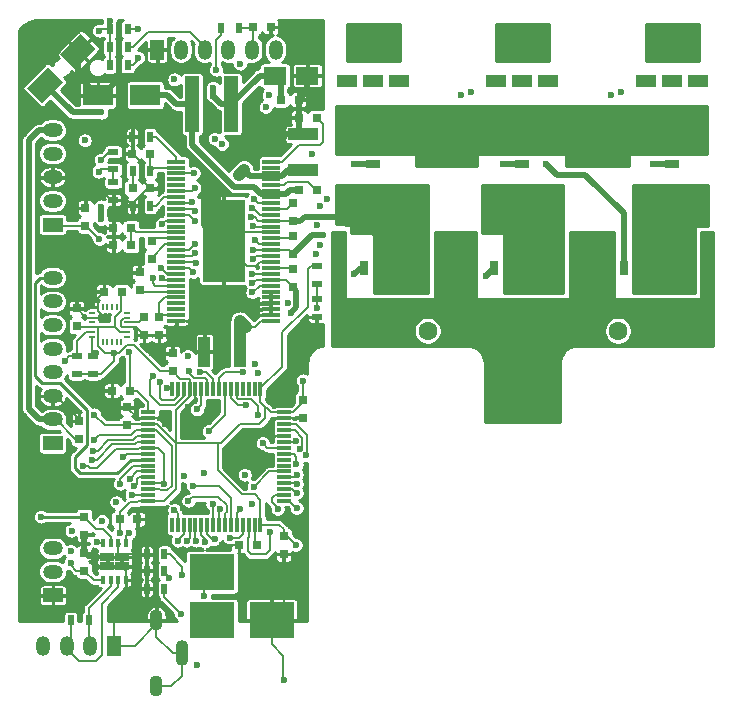
<source format=gtl>
%TF.GenerationSoftware,KiCad,Pcbnew,(5.1.5-0)*%
%TF.CreationDate,2019-12-18T12:48:06+08:00*%
%TF.ProjectId,VESC_6,56455343-5f36-42e6-9b69-6361645f7063,A*%
%TF.SameCoordinates,Original*%
%TF.FileFunction,Copper,L1,Top*%
%TF.FilePolarity,Positive*%
%FSLAX46Y46*%
G04 Gerber Fmt 4.6, Leading zero omitted, Abs format (unit mm)*
G04 Created by KiCad (PCBNEW (5.1.5-0)) date 2019-12-18 12:48:06*
%MOMM*%
%LPD*%
G04 APERTURE LIST*
%ADD10R,0.800000X0.750000*%
%ADD11O,0.200000X0.550000*%
%ADD12O,0.550000X0.200000*%
%ADD13R,2.500000X1.800000*%
%ADD14O,1.100000X2.200000*%
%ADD15O,1.100000X1.800000*%
%ADD16R,0.750000X0.800000*%
%ADD17R,1.180000X4.700000*%
%ADD18R,1.501140X0.299720*%
%ADD19R,3.599180X7.000240*%
%ADD20R,0.304800X1.193800*%
%ADD21R,1.193800X0.304800*%
%ADD22C,0.100000*%
%ADD23R,0.350000X0.650000*%
%ADD24R,1.200000X0.775000*%
%ADD25R,1.950000X1.500000*%
%ADD26R,1.000000X2.500000*%
%ADD27R,2.500000X1.000000*%
%ADD28R,0.500000X0.900000*%
%ADD29R,0.900000X0.500000*%
%ADD30C,1.600000*%
%ADD31O,1.699260X1.198880*%
%ADD32R,1.699260X1.198880*%
%ADD33R,1.100000X1.700000*%
%ADD34R,1.100000X0.850000*%
%ADD35R,0.700000X1.300000*%
%ADD36R,1.300000X0.700000*%
%ADD37R,0.850000X1.100000*%
%ADD38R,1.700000X1.100000*%
%ADD39O,1.198880X1.699260*%
%ADD40R,1.198880X1.699260*%
%ADD41R,6.000000X5.000000*%
%ADD42R,3.810000X3.048000*%
%ADD43C,0.600000*%
%ADD44C,0.203200*%
%ADD45C,0.304800*%
%ADD46C,0.508000*%
%ADD47C,0.254000*%
%ADD48C,1.016000*%
G04 APERTURE END LIST*
D10*
X123646500Y-97746000D03*
X125146500Y-97746000D03*
D11*
X121809000Y-82780000D03*
X122209000Y-82780000D03*
X122609000Y-82780000D03*
X123009000Y-82780000D03*
X123409000Y-82780000D03*
X123809000Y-82780000D03*
D12*
X124309000Y-82280000D03*
X124309000Y-81880000D03*
X124309000Y-81480000D03*
X124309000Y-81080000D03*
X124309000Y-80680000D03*
X124309000Y-80280000D03*
D11*
X123809000Y-79780000D03*
X123409000Y-79780000D03*
X123009000Y-79780000D03*
X122609000Y-79780000D03*
X122209000Y-79780000D03*
X121809000Y-79780000D03*
D12*
X121309000Y-80280000D03*
X121309000Y-80680000D03*
X121309000Y-81080000D03*
X121309000Y-81480000D03*
X121309000Y-81880000D03*
X121309000Y-82280000D03*
D13*
X125825000Y-61849000D03*
X121825000Y-61849000D03*
D14*
X128900000Y-109100000D03*
D15*
X126750000Y-111900000D03*
X126750000Y-106300000D03*
D16*
X120015000Y-81395000D03*
X120015000Y-79895000D03*
D17*
X129790000Y-62600000D03*
X133100000Y-62600000D03*
D18*
X136461500Y-76471780D03*
X136461500Y-75971400D03*
X136461500Y-75471020D03*
X136461500Y-74970640D03*
X136461500Y-74470260D03*
X136461500Y-73972420D03*
X136461500Y-73472040D03*
X136461500Y-72971660D03*
X136461500Y-72471280D03*
X136461500Y-71970900D03*
X136461500Y-71470520D03*
X136461500Y-80970120D03*
X136461500Y-80472280D03*
X136461500Y-79971900D03*
X128460500Y-75471020D03*
X136461500Y-78971140D03*
X136461500Y-78470760D03*
X136461500Y-77970380D03*
X136461500Y-77472540D03*
X136461500Y-76972160D03*
X128460500Y-72971660D03*
X128460500Y-73472040D03*
X128460500Y-73972420D03*
X128460500Y-74470260D03*
X128460500Y-74970640D03*
X136461500Y-79471520D03*
X128460500Y-75971400D03*
X128460500Y-76471780D03*
X128460500Y-76972160D03*
X128460500Y-77472540D03*
X128460500Y-77970380D03*
X128460500Y-78470760D03*
X128460500Y-78971140D03*
X128460500Y-67472560D03*
X128460500Y-67970400D03*
X128460500Y-68470780D03*
X128460500Y-68971160D03*
X128460500Y-69471540D03*
X128460500Y-69971920D03*
X128460500Y-70472300D03*
X128460500Y-70970140D03*
X128460500Y-71470520D03*
X128460500Y-71970900D03*
X128460500Y-72471280D03*
X128460500Y-79471520D03*
X128460500Y-79971900D03*
X128460500Y-80472280D03*
X128460500Y-80970120D03*
X136461500Y-70970140D03*
X136461500Y-70472300D03*
X136461500Y-69971920D03*
X136461500Y-69471540D03*
X136461500Y-68971160D03*
X136461500Y-68470780D03*
X136461500Y-67970400D03*
X136461500Y-67472560D03*
D19*
X132461000Y-74168000D03*
D20*
X135576000Y-86706001D03*
X135076001Y-86706001D03*
X134576000Y-86706001D03*
X134076001Y-86706001D03*
X133575999Y-86706001D03*
X133076000Y-86706001D03*
X132576001Y-86706001D03*
X132076000Y-86706001D03*
X131576000Y-86706001D03*
X131075999Y-86706001D03*
X130576000Y-86706001D03*
X130076001Y-86706001D03*
X129575999Y-86706001D03*
X129076000Y-86706001D03*
X128575999Y-86706001D03*
X128076000Y-86706001D03*
D21*
X126076001Y-88706000D03*
X126076001Y-89205999D03*
X126076001Y-89706000D03*
X126076001Y-90205999D03*
X126076001Y-90706001D03*
X126076001Y-91206000D03*
X126076001Y-91705999D03*
X126076001Y-92206000D03*
X126076001Y-92706000D03*
X126076001Y-93206001D03*
X126076001Y-93706000D03*
X126076001Y-94205999D03*
X126076001Y-94706001D03*
X126076001Y-95206000D03*
X126076001Y-95706001D03*
X126076001Y-96206000D03*
D20*
X128076000Y-98205999D03*
X128575999Y-98205999D03*
X129076000Y-98205999D03*
X129575999Y-98205999D03*
X130076001Y-98205999D03*
X130576000Y-98205999D03*
X131075999Y-98205999D03*
X131576000Y-98205999D03*
X132076000Y-98205999D03*
X132576001Y-98205999D03*
X133076000Y-98205999D03*
X133575999Y-98205999D03*
X134076001Y-98205999D03*
X134576000Y-98205999D03*
X135076001Y-98205999D03*
X135576000Y-98205999D03*
D21*
X137575999Y-96206000D03*
X137575999Y-95706001D03*
X137575999Y-95206000D03*
X137575999Y-94706001D03*
X137575999Y-94205999D03*
X137575999Y-93706000D03*
X137575999Y-93206001D03*
X137575999Y-92706000D03*
X137575999Y-92206000D03*
X137575999Y-91705999D03*
X137575999Y-91206000D03*
X137575999Y-90706001D03*
X137575999Y-90205999D03*
X137575999Y-89706000D03*
X137575999Y-89205999D03*
X137575999Y-88706000D03*
%TA.AperFunction,SMDPad,CuDef*%
D22*
G36*
X117083299Y-62497494D02*
G01*
X115810506Y-61224701D01*
X117578273Y-59456934D01*
X118851066Y-60729727D01*
X117083299Y-62497494D01*
G37*
%TD.AperFunction*%
%TA.AperFunction,SMDPad,CuDef*%
G36*
X119911727Y-59669066D02*
G01*
X118638934Y-58396273D01*
X120406701Y-56628506D01*
X121679494Y-57901299D01*
X119911727Y-59669066D01*
G37*
%TD.AperFunction*%
D23*
X124200000Y-99789500D03*
X123550000Y-99789500D03*
X122900000Y-99789500D03*
X122250000Y-99789500D03*
X122250000Y-102889500D03*
X122900000Y-102889500D03*
X123550000Y-102889500D03*
X124200000Y-102889500D03*
D24*
X122625000Y-101727000D03*
X123825000Y-101727000D03*
X122625000Y-100952000D03*
X123825000Y-100952000D03*
D25*
X136801000Y-60198000D03*
X139551000Y-60198000D03*
D26*
X133834000Y-83566000D03*
X130834000Y-83566000D03*
D27*
X139192000Y-68175000D03*
X139192000Y-65175000D03*
D28*
X127445200Y-100711000D03*
X125945200Y-100711000D03*
X127445200Y-102108000D03*
X125945200Y-102108000D03*
X127445200Y-103632000D03*
X125945200Y-103632000D03*
D29*
X123113800Y-70727000D03*
X123113800Y-69227000D03*
X123113800Y-68136200D03*
X123113800Y-66636200D03*
D28*
X124751400Y-68249800D03*
X126251400Y-68249800D03*
X124751400Y-71196200D03*
X126251400Y-71196200D03*
X124726000Y-65354200D03*
X126226000Y-65354200D03*
X119519000Y-106315000D03*
X121019000Y-106315000D03*
X133719000Y-56134000D03*
X132219000Y-56134000D03*
X124321000Y-56261000D03*
X122821000Y-56261000D03*
X124321000Y-57785000D03*
X122821000Y-57785000D03*
X124321000Y-59309000D03*
X122821000Y-59309000D03*
D29*
X140335000Y-76339000D03*
X140335000Y-77839000D03*
X140335000Y-79133000D03*
X140335000Y-80633000D03*
D16*
X120205500Y-90920000D03*
X120205500Y-89420000D03*
X137541000Y-99199000D03*
X137541000Y-100699000D03*
D10*
X133743000Y-99949000D03*
X135243000Y-99949000D03*
D16*
X124269500Y-89777000D03*
X124269500Y-88277000D03*
X128143000Y-85205000D03*
X128143000Y-83705000D03*
X120751600Y-72886000D03*
X120751600Y-71386000D03*
X139192000Y-87654000D03*
X139192000Y-89154000D03*
D10*
X124625800Y-73101200D03*
X123125800Y-73101200D03*
X124625800Y-74549000D03*
X123125800Y-74549000D03*
X126251400Y-69723000D03*
X124751400Y-69723000D03*
D16*
X125349000Y-78347000D03*
X125349000Y-76847000D03*
D10*
X124726000Y-66802000D03*
X126226000Y-66802000D03*
D16*
X126365000Y-74180000D03*
X126365000Y-75680000D03*
X127000000Y-80657000D03*
X127000000Y-82157000D03*
D10*
X140323000Y-63754000D03*
X138823000Y-63754000D03*
D16*
X138303000Y-71005000D03*
X138303000Y-72505000D03*
X138303000Y-73799000D03*
X138303000Y-75299000D03*
X138303000Y-76593000D03*
X138303000Y-78093000D03*
D10*
X140323000Y-69850000D03*
X138823000Y-69850000D03*
X137299000Y-62230000D03*
X138799000Y-62230000D03*
D16*
X120650000Y-97548000D03*
X120650000Y-99048000D03*
X120650000Y-102096000D03*
X120650000Y-100596000D03*
D10*
X124511500Y-86868000D03*
X123011500Y-86868000D03*
X134936800Y-56083200D03*
X136436800Y-56083200D03*
D16*
X125730000Y-82157000D03*
X125730000Y-80657000D03*
D10*
X122313000Y-78486000D03*
X123813000Y-78486000D03*
D30*
X144726000Y-81788000D03*
X149726000Y-81788000D03*
X170842000Y-81788000D03*
X165842000Y-81788000D03*
D31*
X118000000Y-102201520D03*
X118000000Y-100200000D03*
D32*
X118000000Y-104203040D03*
D33*
X173384000Y-74254000D03*
X173384000Y-78654000D03*
X173384000Y-76454000D03*
X164084000Y-78654000D03*
X164084000Y-74254000D03*
X164084000Y-76454000D03*
D34*
X170534000Y-78179000D03*
X167734000Y-78179000D03*
X170534000Y-74729000D03*
X167734000Y-74729000D03*
X170534000Y-75879000D03*
X170534000Y-77029000D03*
X167734000Y-77029000D03*
X167734000Y-75879000D03*
D35*
X166334000Y-76454000D03*
D36*
X170393000Y-67694000D03*
D37*
X169818000Y-66294000D03*
X170968000Y-66294000D03*
X170968000Y-63494000D03*
X169818000Y-63494000D03*
X168668000Y-66294000D03*
X168668000Y-63494000D03*
X172118000Y-66294000D03*
X172118000Y-63494000D03*
D38*
X170393000Y-69944000D03*
X168193000Y-69944000D03*
X172593000Y-69944000D03*
X170393000Y-60644000D03*
X172593000Y-60644000D03*
X168193000Y-60644000D03*
D33*
X151384000Y-74254000D03*
X151384000Y-78654000D03*
X151384000Y-76454000D03*
X142084000Y-78654000D03*
X142084000Y-74254000D03*
X142084000Y-76454000D03*
D34*
X148534000Y-78179000D03*
X145734000Y-78179000D03*
X148534000Y-74729000D03*
X145734000Y-74729000D03*
X148534000Y-75879000D03*
X148534000Y-77029000D03*
X145734000Y-77029000D03*
X145734000Y-75879000D03*
D35*
X144334000Y-76454000D03*
D39*
X117182900Y-108458000D03*
X121183400Y-108458000D03*
X119181880Y-108458000D03*
D40*
X123184920Y-108458000D03*
D39*
X136851260Y-58000000D03*
X134849740Y-58000000D03*
X132848220Y-58000000D03*
X128847720Y-58000000D03*
X130849240Y-58000000D03*
D40*
X126846200Y-58000000D03*
D31*
X117983000Y-77299760D03*
X117983000Y-85303300D03*
X117983000Y-89303800D03*
X117983000Y-87302280D03*
D32*
X117983000Y-91305320D03*
D31*
X117983000Y-83299240D03*
X117983000Y-81297720D03*
X117983000Y-79298740D03*
X117983000Y-64799500D03*
X117983000Y-66801020D03*
X117983000Y-70801520D03*
X117983000Y-68800000D03*
D32*
X117983000Y-72803040D03*
D36*
X145087000Y-67678000D03*
D37*
X144512000Y-66278000D03*
X145662000Y-66278000D03*
X145662000Y-63478000D03*
X144512000Y-63478000D03*
X143362000Y-66278000D03*
X143362000Y-63478000D03*
X146812000Y-66278000D03*
X146812000Y-63478000D03*
D38*
X145087000Y-69928000D03*
X142887000Y-69928000D03*
X147287000Y-69928000D03*
X145087000Y-60628000D03*
X147287000Y-60628000D03*
X142887000Y-60628000D03*
D33*
X162371000Y-74254000D03*
X162371000Y-78654000D03*
X162371000Y-76454000D03*
X153071000Y-78654000D03*
X153071000Y-74254000D03*
X153071000Y-76454000D03*
D34*
X159521000Y-78179000D03*
X156721000Y-78179000D03*
X159521000Y-74729000D03*
X156721000Y-74729000D03*
X159521000Y-75879000D03*
X159521000Y-77029000D03*
X156721000Y-77029000D03*
X156721000Y-75879000D03*
D35*
X155321000Y-76454000D03*
D36*
X157734000Y-67678000D03*
D37*
X157159000Y-66278000D03*
X158309000Y-66278000D03*
X158309000Y-63478000D03*
X157159000Y-63478000D03*
X156009000Y-66278000D03*
X156009000Y-63478000D03*
X159459000Y-66278000D03*
X159459000Y-63478000D03*
D38*
X157734000Y-69928000D03*
X155534000Y-69928000D03*
X159934000Y-69928000D03*
X157734000Y-60628000D03*
X159934000Y-60628000D03*
X155534000Y-60628000D03*
D41*
X157734000Y-86800000D03*
D29*
X120015000Y-85459000D03*
X120015000Y-83959000D03*
X121412000Y-85459000D03*
X121412000Y-83959000D03*
D42*
X131445000Y-102235000D03*
X131445000Y-106299000D03*
X136525000Y-106299000D03*
D43*
X135763000Y-91313000D03*
X123373151Y-96310846D03*
X126746000Y-60198000D03*
X126111000Y-60198000D03*
X125476000Y-60197994D03*
X131064000Y-69977000D03*
X134874000Y-66800000D03*
X127232128Y-69342000D03*
X131699000Y-69977000D03*
X131699000Y-69342000D03*
X131064000Y-69342000D03*
X134239000Y-66800000D03*
X133604000Y-66802000D03*
X166471600Y-67640200D03*
X165887400Y-67640200D03*
X165303200Y-67640200D03*
X164719000Y-67640200D03*
X164134800Y-67640200D03*
X163550600Y-67640200D03*
X162966400Y-67640200D03*
X162382200Y-67640200D03*
X161798000Y-67640200D03*
X166471600Y-67056000D03*
X165887400Y-67056000D03*
X165303200Y-67056000D03*
X164719000Y-67056000D03*
X164134800Y-67056000D03*
X163550600Y-67056000D03*
X162966400Y-67056000D03*
X162382200Y-67056000D03*
X161798000Y-67056000D03*
X166471600Y-66471800D03*
X165887400Y-66471800D03*
X165303200Y-66471800D03*
X164719000Y-66471800D03*
X164134800Y-66471800D03*
X163550600Y-66471800D03*
X162966400Y-66471800D03*
X162382200Y-66471800D03*
X161798000Y-66471800D03*
X166471600Y-65887600D03*
X165887400Y-65887600D03*
X165303200Y-65887600D03*
X164719000Y-65887600D03*
X164134800Y-65887600D03*
X163550600Y-65887600D03*
X162966400Y-65887600D03*
X162382200Y-65887600D03*
X161798000Y-65887600D03*
X166471600Y-65303400D03*
X165887400Y-65303400D03*
X165303200Y-65303400D03*
X164719000Y-65303400D03*
X164134800Y-65303400D03*
X163550600Y-65303400D03*
X162966400Y-65303400D03*
X162382200Y-65303400D03*
X161798000Y-65303400D03*
X166471600Y-64719200D03*
X165887400Y-64719200D03*
X165303200Y-64719200D03*
X164719000Y-64719200D03*
X164134800Y-64719200D03*
X163550600Y-64719200D03*
X162966400Y-64719200D03*
X162382200Y-64719200D03*
X161798000Y-64719200D03*
X166471600Y-64135000D03*
X165887400Y-64135000D03*
X165303200Y-64135000D03*
X164719000Y-64135000D03*
X164134800Y-64135000D03*
X163550600Y-64135000D03*
X162966400Y-64135000D03*
X162382200Y-64135000D03*
X153644600Y-67640200D03*
X153060400Y-67640200D03*
X152476200Y-67640200D03*
X151892000Y-67640200D03*
X151307800Y-67640200D03*
X150723600Y-67640200D03*
X150139400Y-67640200D03*
X149555200Y-67640200D03*
X148971000Y-67640200D03*
X153644600Y-67056000D03*
X153060400Y-67056000D03*
X152476200Y-67056000D03*
X151892000Y-67056000D03*
X151307800Y-67056000D03*
X150723600Y-67056000D03*
X150139400Y-67056000D03*
X149555200Y-67056000D03*
X148971000Y-67056000D03*
X153644600Y-66471800D03*
X153060400Y-66471800D03*
X152476200Y-66471800D03*
X151892000Y-66471800D03*
X151307800Y-66471800D03*
X150723600Y-66471800D03*
X150139400Y-66471800D03*
X149555200Y-66471800D03*
X148971000Y-66471800D03*
X153644600Y-65887600D03*
X153060400Y-65887600D03*
X152476200Y-65887600D03*
X151892000Y-65887600D03*
X151307800Y-65887600D03*
X150723600Y-65887600D03*
X150139400Y-65887600D03*
X149555200Y-65887600D03*
X148971000Y-65887600D03*
X153644600Y-65303400D03*
X153060400Y-65303400D03*
X152476200Y-65303400D03*
X151892000Y-65303400D03*
X151307800Y-65303400D03*
X150723600Y-65303400D03*
X150139400Y-65303400D03*
X149555200Y-65303400D03*
X148971000Y-65303400D03*
X153644600Y-64719200D03*
X153060400Y-64719200D03*
X152476200Y-64719200D03*
X151892000Y-64719200D03*
X151307800Y-64719200D03*
X150723600Y-64719200D03*
X150139400Y-64719200D03*
X149555200Y-64719200D03*
X148971000Y-64719200D03*
X153644600Y-64135000D03*
X153060400Y-64135000D03*
X152476200Y-64135000D03*
X151892000Y-64135000D03*
X151307800Y-64135000D03*
X150723600Y-64135000D03*
X150139400Y-64135000D03*
X149555200Y-64135000D03*
X161798000Y-64135000D03*
X148971000Y-64135000D03*
X134620000Y-79756000D03*
X135128000Y-80264000D03*
X134112000Y-79248000D03*
X136906000Y-64516000D03*
X137541000Y-111379000D03*
X136245600Y-102362000D03*
X138049000Y-86614000D03*
X124849867Y-96930195D03*
X126365000Y-83693000D03*
X134620000Y-90297000D03*
X129476214Y-88223275D03*
X127516448Y-89653548D03*
X117475000Y-94869000D03*
X119126000Y-94869000D03*
X127825500Y-81915000D03*
X132333990Y-99949000D03*
X133995745Y-101102745D03*
X129023272Y-96785623D03*
X135331202Y-88925400D03*
X124663196Y-95681800D03*
X138557000Y-99949000D03*
X135043559Y-70650810D03*
X119500000Y-101492000D03*
X131826000Y-59690000D03*
X123190000Y-83642200D03*
X139171432Y-86006018D03*
X123647200Y-98907600D03*
X121492990Y-88884606D03*
X121945399Y-74015600D03*
X131191000Y-90297000D03*
X134357830Y-88119733D03*
X122047000Y-67310000D03*
X131572000Y-61214000D03*
X131554155Y-61889155D03*
X122110498Y-63309500D03*
X122072400Y-71272400D03*
X122072400Y-72313800D03*
X117000000Y-97536000D03*
X134801900Y-72182240D03*
X143000000Y-71500000D03*
X143624840Y-71500000D03*
X144249680Y-71500000D03*
X146124200Y-71500000D03*
X146749040Y-71500000D03*
X147373880Y-71500000D03*
X147998720Y-71500000D03*
X143000000Y-72124840D03*
X143624840Y-72124840D03*
X144249680Y-72124840D03*
X144874520Y-72124840D03*
X145499360Y-72124840D03*
X146124200Y-72124840D03*
X146749040Y-72124840D03*
X147373880Y-72124840D03*
X147998720Y-72124840D03*
X143624840Y-72749680D03*
X144249680Y-72749680D03*
X144874520Y-72749680D03*
X145499360Y-72749680D03*
X146124200Y-72749680D03*
X146749040Y-72749680D03*
X147373880Y-72749680D03*
X147998720Y-72749680D03*
X143624840Y-73374520D03*
X144249680Y-73374520D03*
X144874520Y-73374520D03*
X145499360Y-73374520D03*
X146124200Y-73374520D03*
X146749040Y-73374520D03*
X147373880Y-73374520D03*
X147998720Y-73374520D03*
X143002000Y-72771000D03*
X155575000Y-71501000D03*
X140843000Y-73660000D03*
X134981000Y-74919000D03*
X156197300Y-71501000D03*
X156819600Y-71501000D03*
X158686500Y-71501000D03*
X159308800Y-71501000D03*
X159931100Y-71501000D03*
X160553400Y-71501000D03*
X155575000Y-72123300D03*
X156197300Y-72123300D03*
X156819600Y-72123300D03*
X157441900Y-72123300D03*
X158064200Y-72123300D03*
X158686500Y-72123300D03*
X159308800Y-72123300D03*
X159931100Y-72123300D03*
X160553400Y-72123300D03*
X155575000Y-72745600D03*
X156197300Y-72745600D03*
X156819600Y-72745600D03*
X157441900Y-72745600D03*
X158064200Y-72745600D03*
X158686500Y-72745600D03*
X159308800Y-72745600D03*
X159931100Y-72745600D03*
X160553400Y-72745600D03*
X155575000Y-73367900D03*
X156197300Y-73367900D03*
X156819600Y-73367900D03*
X157441900Y-73367900D03*
X158064200Y-73367900D03*
X158686500Y-73367900D03*
X159308800Y-73367900D03*
X159931100Y-73367900D03*
X160553400Y-73367900D03*
X168275000Y-71501000D03*
X134866829Y-77759634D03*
X168897300Y-71501000D03*
X169519600Y-71501000D03*
X171386500Y-71501000D03*
X172008800Y-71501000D03*
X172631100Y-71501000D03*
X173253400Y-71501000D03*
X168275000Y-72123300D03*
X168897300Y-72123300D03*
X169519600Y-72123300D03*
X170141900Y-72123300D03*
X170764200Y-72123300D03*
X171386500Y-72123300D03*
X172008800Y-72123300D03*
X172631100Y-72123300D03*
X173253400Y-72123300D03*
X168275000Y-72745600D03*
X168897300Y-72745600D03*
X169519600Y-72745600D03*
X170141900Y-72745600D03*
X170764200Y-72745600D03*
X171386500Y-72745600D03*
X172008800Y-72745600D03*
X172631100Y-72745600D03*
X173253400Y-72745600D03*
X168275000Y-73367900D03*
X168897300Y-73367900D03*
X169519600Y-73367900D03*
X170141900Y-73367900D03*
X170764200Y-73367900D03*
X171386500Y-73367900D03*
X172008800Y-73367900D03*
X138176000Y-80264016D03*
X167513000Y-79375000D03*
X133731000Y-68580000D03*
X134391400Y-81508600D03*
X133834000Y-80957296D03*
X134162800Y-68148200D03*
X143383000Y-79375000D03*
X144018000Y-79375000D03*
X144653000Y-79375000D03*
X145288000Y-79375000D03*
X145923000Y-79375000D03*
X146558000Y-79375000D03*
X147193000Y-79375000D03*
X147828000Y-79375000D03*
X142113000Y-80010000D03*
X142748000Y-80010000D03*
X143383000Y-80010000D03*
X144018000Y-80010000D03*
X144653000Y-80010000D03*
X145288000Y-80010000D03*
X145923000Y-80010000D03*
X146558000Y-80010000D03*
X147193000Y-80010000D03*
X147828000Y-80010000D03*
X155448000Y-79375000D03*
X156083000Y-79375000D03*
X156718000Y-79375000D03*
X157353000Y-79375000D03*
X157988000Y-79375000D03*
X158623000Y-79375000D03*
X159258000Y-79375000D03*
X159893000Y-79375000D03*
X160528000Y-79375000D03*
X154813000Y-80010000D03*
X155448000Y-80010000D03*
X156083000Y-80010000D03*
X156718000Y-80010000D03*
X157353000Y-80010000D03*
X157988000Y-80010000D03*
X158623000Y-80010000D03*
X159258000Y-80010000D03*
X159893000Y-80010000D03*
X160528000Y-80010000D03*
X168148000Y-79375000D03*
X168783000Y-79375000D03*
X169418000Y-79375000D03*
X170053000Y-79375000D03*
X170688000Y-79375000D03*
X171323000Y-79375000D03*
X171958000Y-79375000D03*
X167513000Y-80010000D03*
X168148000Y-80010000D03*
X168783000Y-80010000D03*
X169418000Y-80010000D03*
X170053000Y-80010000D03*
X170688000Y-80010000D03*
X171323000Y-80010000D03*
X171958000Y-80010000D03*
X172593000Y-80010000D03*
X173228000Y-80010000D03*
X154813000Y-79375000D03*
X135382000Y-85344000D03*
X134077066Y-85268411D03*
X130429000Y-85268430D03*
X140334994Y-79883000D03*
X135153776Y-84627036D03*
X124470635Y-83577501D03*
X129413000Y-83947000D03*
X129485668Y-85236022D03*
X123954848Y-92506426D03*
X130860906Y-99656566D03*
X125222000Y-58674000D03*
X131699000Y-99440996D03*
X125222000Y-56261000D03*
X120696010Y-65670151D03*
X130114793Y-99559412D03*
X121920000Y-56388002D03*
X122809000Y-55527400D03*
X121285000Y-92710000D03*
X121483410Y-91051407D03*
X121365990Y-91948000D03*
X136398006Y-98806000D03*
X138637990Y-96801922D03*
X133857998Y-96901000D03*
X132969000Y-99314000D03*
X128971964Y-102509268D03*
X127863596Y-102717600D03*
X128863403Y-105790264D03*
X121873990Y-68326000D03*
X129921000Y-68453000D03*
X130193612Y-88450131D03*
X126517011Y-85621990D03*
X127050803Y-86152263D03*
X127640348Y-86619768D03*
X147039000Y-58647000D03*
X146404000Y-58647000D03*
X145769000Y-58647000D03*
X145134000Y-58647000D03*
X144499000Y-58647000D03*
X143864000Y-58647000D03*
X143229000Y-58647000D03*
X147039000Y-58012000D03*
X146404000Y-58012000D03*
X145769000Y-58012000D03*
X145134000Y-58012000D03*
X144499000Y-58012000D03*
X143864000Y-58012000D03*
X143229000Y-58012000D03*
X147039000Y-57377000D03*
X146404000Y-57377000D03*
X145769000Y-57377000D03*
X145134000Y-57377000D03*
X144499000Y-57377000D03*
X143864000Y-57377000D03*
X143229000Y-57377000D03*
X147039000Y-56742000D03*
X146404000Y-56742000D03*
X145769000Y-56742000D03*
X145134000Y-56742000D03*
X144499000Y-56742000D03*
X143864000Y-56742000D03*
X143229000Y-56742000D03*
X147039000Y-56107000D03*
X146404000Y-56107000D03*
X145769000Y-56107000D03*
X145134000Y-56107000D03*
X144499000Y-56107000D03*
X143864000Y-56107000D03*
X143229000Y-56107000D03*
X134859694Y-71406578D03*
X134983565Y-72918030D03*
X159639000Y-58647000D03*
X159004000Y-58647000D03*
X158369000Y-58647000D03*
X157734000Y-58647000D03*
X157099000Y-58647000D03*
X156464000Y-58647000D03*
X155829000Y-58647000D03*
X159639000Y-58012000D03*
X159004000Y-58012000D03*
X158369000Y-58012000D03*
X157734000Y-58012000D03*
X157099000Y-58012000D03*
X156464000Y-58012000D03*
X155829000Y-58012000D03*
X159639000Y-57377000D03*
X159004000Y-57377000D03*
X158369000Y-57377000D03*
X157734000Y-57377000D03*
X157099000Y-57377000D03*
X156464000Y-57377000D03*
X155829000Y-57377000D03*
X159639000Y-56742000D03*
X159004000Y-56742000D03*
X158369000Y-56742000D03*
X157734000Y-56742000D03*
X157099000Y-56742000D03*
X156464000Y-56742000D03*
X155829000Y-56742000D03*
X159639000Y-56107000D03*
X159004000Y-56107000D03*
X158369000Y-56107000D03*
X157734000Y-56107000D03*
X157099000Y-56107000D03*
X156464000Y-56107000D03*
X155829000Y-56107000D03*
X135081000Y-74119000D03*
X134981000Y-75719000D03*
X172339000Y-58647000D03*
X171704000Y-58647000D03*
X171069000Y-58647000D03*
X170434000Y-58647000D03*
X169799000Y-58647000D03*
X169164000Y-58647000D03*
X168529000Y-58647000D03*
X172339000Y-58012000D03*
X171704000Y-58012000D03*
X171069000Y-58012000D03*
X170434000Y-58012000D03*
X169799000Y-58012000D03*
X169164000Y-58012000D03*
X168529000Y-58012000D03*
X172339000Y-57377000D03*
X171704000Y-57377000D03*
X171069000Y-57377000D03*
X170434000Y-57377000D03*
X169799000Y-57377000D03*
X169164000Y-57377000D03*
X168529000Y-57377000D03*
X172339000Y-56742000D03*
X171704000Y-56742000D03*
X171069000Y-56742000D03*
X170434000Y-56742000D03*
X169799000Y-56742000D03*
X169164000Y-56742000D03*
X168529000Y-56742000D03*
X172339000Y-56107000D03*
X171704000Y-56107000D03*
X171069000Y-56107000D03*
X170434000Y-56107000D03*
X169799000Y-56107000D03*
X169164000Y-56107000D03*
X168529000Y-56107000D03*
X134860669Y-76981846D03*
X134889640Y-78537112D03*
X139953998Y-66848010D03*
X134239000Y-93980000D03*
X133858000Y-59182000D03*
X130810000Y-93853000D03*
X128285958Y-60513413D03*
X129098650Y-94052717D03*
X130081000Y-76019000D03*
X128293140Y-96967368D03*
X127127000Y-76453990D03*
X128574250Y-99568000D03*
X126478244Y-77346228D03*
X129326661Y-99568000D03*
X129794000Y-70866000D03*
X131516902Y-96464304D03*
X127235055Y-72768890D03*
X138637990Y-95511593D03*
X130048000Y-72517004D03*
X138637990Y-94750777D03*
X130048887Y-71633226D03*
X138637990Y-93970921D03*
X119587990Y-98715145D03*
X123698000Y-94742000D03*
X119507000Y-100457000D03*
X124497033Y-94325659D03*
X130040229Y-75242258D03*
X132162712Y-96850378D03*
X129901590Y-76826915D03*
X129476469Y-96185010D03*
X127230600Y-77355385D03*
X129858399Y-94911909D03*
X138625301Y-93092742D03*
X130048000Y-74422000D03*
X130048000Y-69723000D03*
X138546340Y-91152529D03*
X121742204Y-99648990D03*
X138935171Y-91796682D03*
X124475365Y-98881671D03*
X139472582Y-92329000D03*
X136017000Y-62865000D03*
X153416016Y-61595000D03*
X136271000Y-61849000D03*
X152527000Y-61849000D03*
X166116000Y-61595000D03*
X132310282Y-65970701D03*
X165227000Y-61849000D03*
X131699000Y-65532000D03*
X140335000Y-72842410D03*
X143510000Y-67691000D03*
X140589006Y-71247000D03*
X143510000Y-77017590D03*
X140600000Y-74500000D03*
X154635197Y-77165203D03*
X140300000Y-75300000D03*
X156083000Y-67691000D03*
X159766000Y-67691000D03*
X141224000Y-70612000D03*
X168783000Y-67691000D03*
X137904193Y-79451912D03*
X130826985Y-104255016D03*
X131079844Y-105980439D03*
X120570694Y-93259226D03*
X127392255Y-94762621D03*
X134874000Y-96439010D03*
X130175000Y-110108998D03*
X122174000Y-97917000D03*
X137033000Y-96901000D03*
X118994603Y-84331244D03*
X124907284Y-94956386D03*
X121623887Y-83654021D03*
X135001000Y-94996000D03*
D44*
X137575999Y-91705999D02*
X137552999Y-91705999D01*
X137552999Y-91705999D02*
X136155999Y-91705999D01*
X136155999Y-91705999D02*
X135763000Y-91313000D01*
D45*
X122625000Y-100952000D02*
X121006000Y-100952000D01*
X121006000Y-100952000D02*
X120650000Y-100596000D01*
D44*
X125349000Y-76847000D02*
X125337000Y-76847000D01*
X124770800Y-76847000D02*
X125349000Y-76847000D01*
D46*
X126745994Y-60197994D02*
X126746000Y-60198000D01*
X139192000Y-65175000D02*
X137434000Y-65175000D01*
X137434000Y-65175000D02*
X135807000Y-66802000D01*
X135807000Y-66802000D02*
X133604000Y-66802000D01*
D44*
X123125800Y-75202000D02*
X123134399Y-75210599D01*
X124751400Y-70996200D02*
X126024600Y-69723000D01*
X124751400Y-71196200D02*
X124751400Y-70996200D01*
X126024600Y-69723000D02*
X126251400Y-69723000D01*
X136461500Y-73472040D02*
X133156960Y-73472040D01*
X133156960Y-73472040D02*
X132461000Y-74168000D01*
D47*
X123825000Y-101727000D02*
X123825000Y-100952000D01*
X122625000Y-101727000D02*
X123825000Y-101727000D01*
X122625000Y-100952000D02*
X122625000Y-101727000D01*
X123825000Y-100952000D02*
X122625000Y-100952000D01*
D44*
X123550000Y-99789500D02*
X123550000Y-100677000D01*
X123550000Y-100677000D02*
X123825000Y-100952000D01*
X124200000Y-102889500D02*
X124200000Y-102102000D01*
X124200000Y-102102000D02*
X123825000Y-101727000D01*
D46*
X138823000Y-63754000D02*
X138823000Y-64806000D01*
X138823000Y-64806000D02*
X139192000Y-65175000D01*
D44*
X124770800Y-76847000D02*
X123125800Y-75202000D01*
D46*
X120650000Y-99302000D02*
X120650000Y-100596000D01*
X138811000Y-63742000D02*
X138811000Y-62266000D01*
X138811000Y-62266000D02*
X138823000Y-62254000D01*
D44*
X133111557Y-73517443D02*
X132461000Y-74168000D01*
X126251400Y-69723000D02*
X126226400Y-69723000D01*
X126226400Y-69723000D02*
X125476000Y-68972600D01*
X125476000Y-68972600D02*
X125476000Y-67527000D01*
X125476000Y-67527000D02*
X124751000Y-66802000D01*
X124751000Y-66802000D02*
X124726000Y-66802000D01*
X130834000Y-83566000D02*
X130834000Y-82112800D01*
X130834000Y-82112800D02*
X129691320Y-80970120D01*
X129691320Y-80970120D02*
X128460500Y-80970120D01*
X124726000Y-65354200D02*
X124726000Y-66802000D01*
X126251400Y-69723000D02*
X126851128Y-69723000D01*
X126851128Y-69723000D02*
X127232128Y-69342000D01*
D48*
X131699000Y-69342000D02*
X131699000Y-69977000D01*
X131064000Y-69342000D02*
X131699000Y-69342000D01*
D44*
X126251400Y-69723000D02*
X126597128Y-69723000D01*
D48*
X131191000Y-72898000D02*
X132461000Y-74168000D01*
D44*
X136461500Y-75971400D02*
X135560401Y-75971400D01*
X135212801Y-76319000D02*
X134414829Y-76319000D01*
X135560401Y-75971400D02*
X135212801Y-76319000D01*
X134414829Y-76319000D02*
X132461000Y-74365171D01*
X132461000Y-74365171D02*
X132461000Y-74168000D01*
X126076001Y-89205999D02*
X125173499Y-89205999D01*
X125173499Y-89205999D02*
X124269500Y-88302000D01*
X124269500Y-88302000D02*
X124269500Y-88277000D01*
X123113800Y-70727000D02*
X124282200Y-70727000D01*
X124282200Y-70727000D02*
X124751400Y-71196200D01*
X126251400Y-69723000D02*
X126365000Y-69723000D01*
X126124400Y-69723000D02*
X126124400Y-69709600D01*
X139267001Y-89205999D02*
X139319000Y-89154000D01*
X137575999Y-89205999D02*
X139267001Y-89205999D01*
X128905000Y-110998000D02*
X128003000Y-111900000D01*
X128003000Y-111900000D02*
X126750000Y-111900000D01*
X126750000Y-107719541D02*
X128130459Y-109100000D01*
X126750000Y-106300000D02*
X126750000Y-107719541D01*
X128900000Y-109100000D02*
X128130459Y-109100000D01*
X124200000Y-102635500D02*
X124200000Y-103638000D01*
D46*
X123826000Y-60198000D02*
X126746000Y-60198000D01*
D48*
X131064000Y-72771000D02*
X132461000Y-74168000D01*
X131064000Y-69342000D02*
X131064000Y-72771000D01*
X131699000Y-73406000D02*
X132461000Y-74168000D01*
X131699000Y-69977000D02*
X131699000Y-73406000D01*
D44*
X134556488Y-79692488D02*
X134556482Y-79692488D01*
X134556482Y-79692482D02*
X134556482Y-79692488D01*
X135336280Y-80472280D02*
X135128000Y-80264000D01*
X136461500Y-80472280D02*
X135336280Y-80472280D01*
X128900000Y-110993000D02*
X128905000Y-110998000D01*
X128900000Y-109100000D02*
X128900000Y-110993000D01*
D45*
X136461500Y-80472280D02*
X136461500Y-78470760D01*
D44*
X118233190Y-87302280D02*
X117983000Y-87302280D01*
X120205500Y-89274590D02*
X118233190Y-87302280D01*
X120205500Y-89420000D02*
X120205500Y-89274590D01*
X124942000Y-108458000D02*
X123184920Y-108458000D01*
X126750000Y-106650000D02*
X124942000Y-108458000D01*
X126750000Y-106300000D02*
X126750000Y-106650000D01*
X137565000Y-65175000D02*
X136906000Y-64516000D01*
X139192000Y-65175000D02*
X137565000Y-65175000D01*
D46*
X122175000Y-61849000D02*
X123826000Y-60198000D01*
X121825000Y-61849000D02*
X122175000Y-61849000D01*
X120159214Y-60183214D02*
X121825000Y-61849000D01*
X120159214Y-58148786D02*
X120159214Y-60183214D01*
X139551000Y-61478000D02*
X138799000Y-62230000D01*
X139551000Y-60198000D02*
X139551000Y-61478000D01*
D44*
X139551000Y-58213200D02*
X139551000Y-60198000D01*
X137421000Y-56083200D02*
X139551000Y-58213200D01*
X136436800Y-56083200D02*
X137421000Y-56083200D01*
X120800000Y-80680000D02*
X121309000Y-80680000D01*
X120015000Y-79895000D02*
X120800000Y-80680000D01*
X125053000Y-81480000D02*
X125730000Y-82157000D01*
X124309000Y-81480000D02*
X125053000Y-81480000D01*
X121809000Y-78990000D02*
X122313000Y-78486000D01*
X121809000Y-79780000D02*
X121809000Y-78990000D01*
X123125800Y-75202000D02*
X123125800Y-74549000D01*
X123125800Y-73101200D02*
X123125800Y-74549000D01*
X123113800Y-73089200D02*
X123125800Y-73101200D01*
X123113800Y-70727000D02*
X123113800Y-73089200D01*
X137500000Y-111338000D02*
X137541000Y-111379000D01*
X137500000Y-109306000D02*
X137500000Y-111338000D01*
X136525000Y-108331000D02*
X137500000Y-109306000D01*
X136525000Y-106426000D02*
X136525000Y-108331000D01*
X123830800Y-81480000D02*
X124309000Y-81480000D01*
X123779990Y-80933365D02*
X123779990Y-81429190D01*
X123779990Y-81429190D02*
X123830800Y-81480000D01*
X124033355Y-80680000D02*
X123779990Y-80933365D01*
X124309000Y-80680000D02*
X124033355Y-80680000D01*
X121808800Y-80680000D02*
X121309000Y-80680000D01*
X121809000Y-80679800D02*
X121808800Y-80680000D01*
X121809000Y-80104355D02*
X121970800Y-80266155D01*
X121910600Y-80679800D02*
X121809000Y-80679800D01*
X121970800Y-80619600D02*
X121910600Y-80679800D01*
X121970800Y-80266155D02*
X121970800Y-80619600D01*
X121809000Y-79780000D02*
X121809000Y-80104355D01*
X125945200Y-100711000D02*
X125945200Y-102108000D01*
X125945200Y-102108000D02*
X125945200Y-103632000D01*
X123838000Y-100965000D02*
X123825000Y-100952000D01*
X123253500Y-104584500D02*
X123190000Y-104648000D01*
X124200000Y-103638000D02*
X123253500Y-104584500D01*
X123184920Y-104653080D02*
X123253500Y-104584500D01*
X124066000Y-100711000D02*
X123825000Y-100952000D01*
X125945200Y-100711000D02*
X124066000Y-100711000D01*
X136525000Y-102641400D02*
X136245600Y-102362000D01*
X136525000Y-106426000D02*
X136525000Y-102641400D01*
X124908895Y-96930195D02*
X124849867Y-96930195D01*
X125146500Y-97746000D02*
X125146500Y-97167800D01*
X125146500Y-97167800D02*
X124908895Y-96930195D01*
X137541000Y-100699000D02*
X137541000Y-100711000D01*
X136525000Y-106426000D02*
X137541000Y-105410000D01*
X136245600Y-101416200D02*
X136245600Y-102362000D01*
X136962800Y-100699000D02*
X136245600Y-101416200D01*
X137541000Y-100699000D02*
X136962800Y-100699000D01*
X135029001Y-90706001D02*
X134620000Y-90297000D01*
X137575999Y-90706001D02*
X135029001Y-90706001D01*
X135778497Y-90297000D02*
X134620000Y-90297000D01*
X136869498Y-89205999D02*
X135778497Y-90297000D01*
X137575999Y-89205999D02*
X136869498Y-89205999D01*
X126377000Y-83705000D02*
X126365000Y-83693000D01*
X128143000Y-83705000D02*
X126377000Y-83705000D01*
X128143000Y-83101800D02*
X128143000Y-83705000D01*
X129260600Y-82804000D02*
X128440800Y-82804000D01*
X130022600Y-83566000D02*
X129260600Y-82804000D01*
X128440800Y-82804000D02*
X128143000Y-83101800D01*
X130834000Y-83566000D02*
X130022600Y-83566000D01*
X136525000Y-106426000D02*
X136525000Y-106299000D01*
X137541000Y-105283000D02*
X137541000Y-100699000D01*
X136525000Y-106299000D02*
X137541000Y-105283000D01*
X127000000Y-82157000D02*
X125730000Y-82157000D01*
X123184920Y-108458000D02*
X123184920Y-104653080D01*
X123011500Y-87597200D02*
X123011500Y-86868000D01*
X123691300Y-88277000D02*
X123011500Y-87597200D01*
X124269500Y-88277000D02*
X123691300Y-88277000D01*
X130076001Y-87623488D02*
X129476214Y-88223275D01*
X130076001Y-86706001D02*
X130076001Y-87623488D01*
X126076001Y-89205999D02*
X127068899Y-89205999D01*
X127068899Y-89205999D02*
X127516448Y-89653548D01*
X120015000Y-79291800D02*
X120015000Y-79895000D01*
X120820800Y-78486000D02*
X120015000Y-79291800D01*
X122313000Y-78486000D02*
X120820800Y-78486000D01*
X120751600Y-70782800D02*
X120751600Y-71386000D01*
X122555000Y-70358000D02*
X121176400Y-70358000D01*
X122924000Y-70727000D02*
X122555000Y-70358000D01*
X121176400Y-70358000D02*
X120751600Y-70782800D01*
X123113800Y-70727000D02*
X122924000Y-70727000D01*
X138049000Y-84709000D02*
X138049000Y-86614000D01*
X140335000Y-82423000D02*
X138049000Y-84709000D01*
X140335000Y-80633000D02*
X140335000Y-82423000D01*
X128460500Y-80970120D02*
X128460500Y-81323180D01*
X128460500Y-81323180D02*
X127868680Y-81915000D01*
X127868680Y-81915000D02*
X127825500Y-81915000D01*
X127000000Y-82157000D02*
X127583500Y-82157000D01*
X127583500Y-82157000D02*
X127825500Y-81915000D01*
X133743000Y-99949000D02*
X132333990Y-99949000D01*
X133575999Y-86706001D02*
X133575999Y-87503192D01*
X133638539Y-87565732D02*
X134739446Y-87565732D01*
X134739446Y-87565732D02*
X135331202Y-88157488D01*
X135331202Y-88157488D02*
X135331202Y-88925400D01*
X133575999Y-87503192D02*
X133638539Y-87565732D01*
X126076001Y-95706001D02*
X124687397Y-95706001D01*
X124687397Y-95706001D02*
X124663196Y-95681800D01*
X135076001Y-98332999D02*
X135076001Y-99782001D01*
X135076001Y-99655001D02*
X135243000Y-99822000D01*
X122250000Y-102889500D02*
X121443500Y-102889500D01*
X121443500Y-102889500D02*
X120650000Y-102096000D01*
X132219000Y-56146000D02*
X132219000Y-56134000D01*
X135362889Y-70970140D02*
X135043559Y-70650810D01*
X136461500Y-70970140D02*
X135362889Y-70970140D01*
X126076001Y-89706000D02*
X124340500Y-89706000D01*
X138292000Y-88706000D02*
X139319000Y-87679000D01*
X139319000Y-87679000D02*
X139319000Y-87654000D01*
X137575999Y-88706000D02*
X138292000Y-88706000D01*
X120650000Y-102096000D02*
X119977000Y-102096000D01*
X119977000Y-102096000D02*
X119500000Y-101619000D01*
X136458000Y-88706000D02*
X135576000Y-87824000D01*
X137575999Y-88706000D02*
X136458000Y-88706000D01*
X135576000Y-86706001D02*
X135576000Y-87824000D01*
X119849390Y-90920000D02*
X120205500Y-90920000D01*
X118233190Y-89303800D02*
X119849390Y-90920000D01*
X117983000Y-89303800D02*
X118233190Y-89303800D01*
D46*
X115951000Y-65659000D02*
X116810500Y-64799500D01*
X116862800Y-89303800D02*
X115951000Y-88392000D01*
X117983000Y-89303800D02*
X116862800Y-89303800D01*
X116810500Y-64799500D02*
X117983000Y-64799500D01*
D44*
X132219000Y-56787200D02*
X131826000Y-57180200D01*
X132219000Y-56134000D02*
X132219000Y-56787200D01*
X131826000Y-57180200D02*
X131826000Y-59690000D01*
X120100000Y-81480000D02*
X120015000Y-81395000D01*
X121309000Y-81480000D02*
X120100000Y-81480000D01*
X123809000Y-78490000D02*
X123813000Y-78486000D01*
X123809000Y-79780000D02*
X123809000Y-78490000D01*
X121838010Y-81488990D02*
X121847000Y-81480000D01*
X121838010Y-82750990D02*
X121838010Y-81488990D01*
X121809000Y-82780000D02*
X121838010Y-82750990D01*
X121309000Y-81480000D02*
X121847000Y-81480000D01*
X123663000Y-81880000D02*
X124309000Y-81880000D01*
X123263000Y-81480000D02*
X123663000Y-81880000D01*
X121847000Y-81480000D02*
X123263000Y-81480000D01*
X139573000Y-79756000D02*
X139573000Y-76581000D01*
X137414000Y-81915000D02*
X139573000Y-79756000D01*
X139815000Y-76339000D02*
X140335000Y-76339000D01*
X139573000Y-76581000D02*
X139815000Y-76339000D01*
X135576000Y-86674000D02*
X137414000Y-84836000D01*
X135576000Y-86706001D02*
X135576000Y-86674000D01*
X137151199Y-98205999D02*
X135576000Y-98205999D01*
X137541000Y-98595800D02*
X137151199Y-98205999D01*
X137541000Y-99199000D02*
X137541000Y-98595800D01*
X137807000Y-99199000D02*
X138557000Y-99949000D01*
X137541000Y-99199000D02*
X137807000Y-99199000D01*
X123263000Y-80650355D02*
X123263000Y-81480000D01*
X123809000Y-80104355D02*
X123263000Y-80650355D01*
X123809000Y-79780000D02*
X123809000Y-80104355D01*
X122065200Y-85459000D02*
X123190000Y-84334200D01*
X123190000Y-84334200D02*
X123190000Y-83642200D01*
X121412000Y-85459000D02*
X122065200Y-85459000D01*
X139192000Y-86026586D02*
X139171432Y-86006018D01*
X139192000Y-87654000D02*
X139192000Y-86026586D01*
X122395555Y-83642200D02*
X123190000Y-83642200D01*
X121809000Y-83055645D02*
X122395555Y-83642200D01*
X121809000Y-82780000D02*
X121809000Y-83055645D01*
X123646500Y-97167800D02*
X123646500Y-97746000D01*
X124497500Y-96316800D02*
X123646500Y-97167800D01*
X125165101Y-96316800D02*
X124497500Y-96316800D01*
X125275901Y-96206000D02*
X125165101Y-96316800D01*
X126076001Y-96206000D02*
X125275901Y-96206000D01*
X137414000Y-81915000D02*
X137414000Y-84836000D01*
X123646500Y-98906900D02*
X123647200Y-98907600D01*
X123646500Y-97746000D02*
X123646500Y-98906900D01*
X129575999Y-85919120D02*
X129511978Y-85855100D01*
X129575999Y-86706001D02*
X129575999Y-85919120D01*
X128143000Y-85217000D02*
X128143000Y-85205000D01*
X128781100Y-85855100D02*
X128143000Y-85217000D01*
X129511979Y-85855100D02*
X128781100Y-85855100D01*
X129575999Y-85919120D02*
X129511979Y-85855100D01*
X126076001Y-89706000D02*
X126732076Y-89706000D01*
X121412000Y-85459000D02*
X120015000Y-85459000D01*
X126785411Y-89706000D02*
X126076001Y-89706000D01*
X128421097Y-91337097D02*
X128416508Y-91337097D01*
X129575999Y-87340001D02*
X129575999Y-86706001D01*
X128397000Y-88519000D02*
X129575999Y-87340001D01*
X128397000Y-91313000D02*
X128397000Y-88519000D01*
X135986801Y-89158799D02*
X135483600Y-89662000D01*
X133858000Y-89662000D02*
X132207000Y-91313000D01*
X135483600Y-89662000D02*
X133858000Y-89662000D01*
X135986801Y-88234801D02*
X135986801Y-89158799D01*
X135576000Y-87824000D02*
X135986801Y-88234801D01*
X128421097Y-91337097D02*
X128397000Y-91313000D01*
X128421097Y-95220811D02*
X128421097Y-91337097D01*
X127435908Y-96206000D02*
X128421097Y-95220811D01*
X126076001Y-96206000D02*
X127435908Y-96206000D01*
X131953000Y-91313000D02*
X131953000Y-93599000D01*
X132207000Y-91313000D02*
X131953000Y-91313000D01*
X131953000Y-91313000D02*
X128397000Y-91313000D01*
X131953000Y-93599000D02*
X133985000Y-95631000D01*
X133985000Y-95631000D02*
X135128000Y-95631000D01*
X135576000Y-96079000D02*
X135576000Y-98205999D01*
X135128000Y-95631000D02*
X135576000Y-96079000D01*
X128416508Y-91337097D02*
X126785411Y-89706000D01*
X127045924Y-85205000D02*
X124852922Y-83011998D01*
X123622445Y-83642200D02*
X123190000Y-83642200D01*
X124252647Y-83011998D02*
X123622445Y-83642200D01*
X128143000Y-85205000D02*
X127045924Y-85205000D01*
X124852922Y-83011998D02*
X124252647Y-83011998D01*
D46*
X115951000Y-88392000D02*
X115951000Y-65659000D01*
D44*
X122385384Y-89777000D02*
X121492990Y-88884606D01*
X124269500Y-89777000D02*
X122385384Y-89777000D01*
X121754600Y-74015600D02*
X121945399Y-74015600D01*
X120815799Y-72886000D02*
X121945399Y-74015600D01*
X120751600Y-72886000D02*
X120815799Y-72886000D01*
X118065960Y-72886000D02*
X117983000Y-72803040D01*
X120751600Y-72886000D02*
X118065960Y-72886000D01*
X132576001Y-88911999D02*
X131191000Y-90297000D01*
X132576001Y-86706001D02*
X132576001Y-88911999D01*
X133076000Y-87506101D02*
X133689632Y-88119733D01*
X133076000Y-86706001D02*
X133076000Y-87506101D01*
X133689632Y-88119733D02*
X134357830Y-88119733D01*
X122720800Y-66636200D02*
X122047000Y-67310000D01*
X123113800Y-66636200D02*
X122720800Y-66636200D01*
D46*
X132265000Y-62600000D02*
X131554155Y-61889155D01*
X133100000Y-62600000D02*
X132265000Y-62600000D01*
X131554155Y-61231845D02*
X131572000Y-61214000D01*
X131554155Y-61889155D02*
X131554155Y-61231845D01*
X119663072Y-63309500D02*
X122110498Y-63309500D01*
X117330786Y-60977214D02*
X119663072Y-63309500D01*
X135502000Y-60198000D02*
X133100000Y-62600000D01*
X136801000Y-60198000D02*
X135502000Y-60198000D01*
X137299000Y-60696000D02*
X136801000Y-60198000D01*
X137299000Y-62230000D02*
X137299000Y-60696000D01*
X122072400Y-71272400D02*
X122072400Y-72313800D01*
D44*
X117000000Y-97409000D02*
X117000000Y-97536000D01*
X117012000Y-97421000D02*
X117000000Y-97409000D01*
X120650000Y-97548000D02*
X120650000Y-97573000D01*
X121665799Y-98588799D02*
X122227499Y-98588799D01*
X122900000Y-99261300D02*
X122900000Y-99789500D01*
X122227499Y-98588799D02*
X122900000Y-99261300D01*
X120650000Y-97573000D02*
X121665799Y-98588799D01*
D47*
X117012000Y-97548000D02*
X117000000Y-97536000D01*
X120650000Y-97548000D02*
X117012000Y-97548000D01*
D44*
X124625800Y-74549000D02*
X124625800Y-73101200D01*
X124996640Y-73472040D02*
X124625800Y-73101200D01*
X128460500Y-73472040D02*
X124996640Y-73472040D01*
X124751400Y-69723000D02*
X124751400Y-68249800D01*
X128460500Y-78470760D02*
X125472760Y-78470760D01*
X125472760Y-78470760D02*
X125349000Y-78347000D01*
X126251400Y-68249800D02*
X126251400Y-66827400D01*
X126251400Y-66827400D02*
X126226000Y-66802000D01*
X128460500Y-67970400D02*
X126530800Y-67970400D01*
X126530800Y-67970400D02*
X126251400Y-68249800D01*
X128460500Y-73972420D02*
X126572580Y-73972420D01*
X126572580Y-73972420D02*
X126365000Y-74180000D01*
X128460500Y-74470260D02*
X127506730Y-74470260D01*
X127506730Y-74470260D02*
X126365000Y-75611990D01*
X127057720Y-80472280D02*
X127000000Y-80530000D01*
X127184720Y-80472280D02*
X127000000Y-80657000D01*
X128460500Y-80472280D02*
X127184720Y-80472280D01*
X127000000Y-79477870D02*
X127000000Y-80657000D01*
X127506730Y-78971140D02*
X127000000Y-79477870D01*
X128460500Y-78971140D02*
X127506730Y-78971140D01*
X140348000Y-63754000D02*
X140323000Y-63754000D01*
X138811000Y-66040000D02*
X140589000Y-66040000D01*
X140843000Y-64249000D02*
X140348000Y-63754000D01*
X140589000Y-66040000D02*
X140843000Y-65786000D01*
X137378440Y-67472560D02*
X138811000Y-66040000D01*
X140843000Y-65786000D02*
X140843000Y-64249000D01*
X136461500Y-67472560D02*
X137378440Y-67472560D01*
X136461500Y-71470520D02*
X137837480Y-71470520D01*
X137837480Y-71470520D02*
X138303000Y-71005000D01*
D46*
X138303000Y-72505000D02*
X138950000Y-72505000D01*
X138950000Y-72505000D02*
X139331700Y-72123300D01*
X139331700Y-72123300D02*
X143002000Y-72123300D01*
D44*
X136461500Y-72471280D02*
X138269280Y-72471280D01*
X138269280Y-72471280D02*
X138303000Y-72505000D01*
X135101756Y-72182240D02*
X134801900Y-72182240D01*
X135390796Y-72471280D02*
X135101756Y-72182240D01*
X136461500Y-72471280D02*
X135390796Y-72471280D01*
X138303000Y-73799000D02*
X138129580Y-73972420D01*
X138129580Y-73972420D02*
X136461500Y-73972420D01*
D46*
X138303000Y-75299000D02*
X138303000Y-75274000D01*
X139917000Y-73660000D02*
X140843000Y-73660000D01*
X138303000Y-75274000D02*
X139917000Y-73660000D01*
D44*
X135032640Y-74970640D02*
X134981000Y-74919000D01*
X136461500Y-74970640D02*
X135032640Y-74970640D01*
X138303000Y-75299000D02*
X137974640Y-74970640D01*
X137974640Y-74970640D02*
X136461500Y-74970640D01*
X136461500Y-76471780D02*
X138181780Y-76471780D01*
X138181780Y-76471780D02*
X138303000Y-76593000D01*
X136461500Y-77472540D02*
X137707540Y-77472540D01*
X137707540Y-77472540D02*
X138303000Y-78068000D01*
X138303000Y-78068000D02*
X138303000Y-78093000D01*
X136461500Y-77472540D02*
X135227489Y-77472540D01*
X134940395Y-77759634D02*
X134866829Y-77759634D01*
X135227489Y-77472540D02*
X134940395Y-77759634D01*
D46*
X138303000Y-78093000D02*
X138622175Y-78412175D01*
X138622175Y-78412175D02*
X138622175Y-79817841D01*
X138622175Y-79817841D02*
X138176000Y-80264016D01*
D48*
X133834000Y-83566000D02*
X133834000Y-80957296D01*
X134162800Y-68148200D02*
X133731000Y-68580000D01*
X133834000Y-80957296D02*
X133840096Y-80957296D01*
X133840096Y-80957296D02*
X134391400Y-81508600D01*
D44*
X134391400Y-81508600D02*
X135077200Y-81508600D01*
X135077200Y-81508600D02*
X135615680Y-80970120D01*
X135615680Y-80970120D02*
X136461500Y-80970120D01*
D46*
X136456420Y-68714620D02*
X137368280Y-68714620D01*
X137368280Y-68714620D02*
X137907900Y-68175000D01*
X137907900Y-68175000D02*
X139192000Y-68175000D01*
D45*
X136461500Y-68971160D02*
X136461500Y-68719700D01*
X136461500Y-68719700D02*
X136456420Y-68714620D01*
D46*
X134729220Y-68714620D02*
X136456420Y-68714620D01*
D45*
X136461500Y-68470780D02*
X136461500Y-68709540D01*
X136461500Y-68709540D02*
X136456420Y-68714620D01*
D46*
X134162800Y-68148200D02*
X134729220Y-68714620D01*
D44*
X137814401Y-69195599D02*
X139643599Y-69195599D01*
X139643599Y-69195599D02*
X140298000Y-69850000D01*
X140298000Y-69850000D02*
X140323000Y-69850000D01*
X136461500Y-69471540D02*
X137538460Y-69471540D01*
X137538460Y-69471540D02*
X137814401Y-69195599D01*
D46*
X136461500Y-70200520D02*
X137698480Y-70200520D01*
X137698480Y-70200520D02*
X138049000Y-69850000D01*
X138049000Y-69850000D02*
X138950000Y-69850000D01*
D45*
X136461500Y-70472300D02*
X136461500Y-70200520D01*
X136461500Y-70200520D02*
X136461500Y-69971920D01*
D46*
X135001000Y-69596000D02*
X133350000Y-69596000D01*
X133350000Y-69596000D02*
X129790000Y-66036000D01*
X135605520Y-70200520D02*
X135001000Y-69596000D01*
X129790000Y-66036000D02*
X129790000Y-62600000D01*
X136461500Y-70200520D02*
X135605520Y-70200520D01*
X129779000Y-62611000D02*
X129790000Y-62600000D01*
X128460500Y-62611000D02*
X129779000Y-62611000D01*
X127698500Y-61849000D02*
X128460500Y-62611000D01*
X125825000Y-61849000D02*
X127698500Y-61849000D01*
D44*
X132586490Y-85268411D02*
X134077066Y-85268411D01*
X132076000Y-86706001D02*
X132076000Y-85778901D01*
X132076000Y-85778901D02*
X132586490Y-85268411D01*
X130938529Y-85268430D02*
X130429000Y-85268430D01*
X131576000Y-85905901D02*
X130938529Y-85268430D01*
X131576000Y-86706001D02*
X131576000Y-85905901D01*
X126076001Y-88706000D02*
X126076001Y-87829301D01*
X124511500Y-86868000D02*
X125114700Y-86868000D01*
X125114700Y-86868000D02*
X126076001Y-87829301D01*
X140335000Y-79133000D02*
X140335000Y-79882994D01*
X140335000Y-79882994D02*
X140334994Y-79883000D01*
X140335000Y-79133000D02*
X140335000Y-77839000D01*
X124511500Y-83618366D02*
X124470635Y-83577501D01*
X124511500Y-86868000D02*
X124511500Y-83618366D01*
X129986388Y-85826601D02*
X129541275Y-85381488D01*
X131075999Y-85999498D02*
X130903102Y-85826601D01*
X131075999Y-86706001D02*
X131075999Y-85999498D01*
X129541275Y-85381488D02*
X129541275Y-85309506D01*
X130903102Y-85826601D02*
X129986388Y-85826601D01*
X125307000Y-81080000D02*
X125730000Y-80657000D01*
X124309000Y-81080000D02*
X125307000Y-81080000D01*
X133719000Y-56134000D02*
X134886000Y-56134000D01*
X134886000Y-56134000D02*
X134936800Y-56083200D01*
X134936800Y-56083200D02*
X134936800Y-58004220D01*
X134936800Y-58004220D02*
X134902020Y-58039000D01*
X126076001Y-92206000D02*
X124255274Y-92206000D01*
X124255274Y-92206000D02*
X123954848Y-92506426D01*
X119519000Y-106315000D02*
X119519000Y-108208000D01*
X119519000Y-108208000D02*
X119253000Y-108474000D01*
X123550000Y-103526000D02*
X122174000Y-104902000D01*
X123550000Y-102889500D02*
X123550000Y-103526000D01*
X119181880Y-108708190D02*
X119181880Y-108458000D01*
X120201690Y-109728000D02*
X119181880Y-108708190D01*
X121666000Y-109728000D02*
X120201690Y-109728000D01*
X122174000Y-109220000D02*
X121666000Y-109728000D01*
X122174000Y-104902000D02*
X122174000Y-109220000D01*
X121019000Y-108238480D02*
X121254520Y-108474000D01*
X122900000Y-103414000D02*
X121019000Y-105295000D01*
X122900000Y-102889500D02*
X122900000Y-103414000D01*
X121019000Y-106315000D02*
X121019000Y-108238480D01*
X121019000Y-105295000D02*
X121019000Y-106315000D01*
X130576000Y-99104381D02*
X131058287Y-99586668D01*
X130576000Y-98205999D02*
X130576000Y-99104381D01*
X124774200Y-57785000D02*
X124321000Y-57785000D01*
X126044200Y-56515000D02*
X124774200Y-57785000D01*
X129627710Y-56515000D02*
X126044200Y-56515000D01*
X130901520Y-57788810D02*
X129627710Y-56515000D01*
X130901520Y-58039000D02*
X130901520Y-57788810D01*
X124321000Y-59309000D02*
X124774200Y-59309000D01*
X125222000Y-58861200D02*
X125222000Y-58674000D01*
X124774200Y-59309000D02*
X125222000Y-58861200D01*
X131075999Y-98205999D02*
X131075999Y-99006099D01*
X131075999Y-99006099D02*
X131510896Y-99440996D01*
X131510896Y-99440996D02*
X131699000Y-99440996D01*
X124321000Y-56261000D02*
X125222000Y-56261000D01*
X130076001Y-98205999D02*
X130076001Y-99520620D01*
X130076001Y-99520620D02*
X130114793Y-99559412D01*
X122821000Y-57785000D02*
X122821000Y-59309000D01*
X122821000Y-56261000D02*
X122821000Y-57785000D01*
X122825300Y-58034700D02*
X122821000Y-58039000D01*
X122821000Y-57785000D02*
X122821000Y-57585000D01*
X122821000Y-55539400D02*
X122809000Y-55527400D01*
X122821000Y-56261000D02*
X122821000Y-55539400D01*
X122047002Y-56261000D02*
X121920000Y-56388002D01*
X122821000Y-56261000D02*
X122047002Y-56261000D01*
X123004653Y-91414611D02*
X121709264Y-92710000D01*
X121709264Y-92710000D02*
X121285000Y-92710000D01*
X124951550Y-91414611D02*
X123004653Y-91414611D01*
X126076001Y-91206000D02*
X125160161Y-91206000D01*
X125160161Y-91206000D02*
X124951550Y-91414611D01*
X121902816Y-90632001D02*
X121483410Y-91051407D01*
X125072703Y-90205999D02*
X124646701Y-90632001D01*
X126076001Y-90205999D02*
X125072703Y-90205999D01*
X124646701Y-90632001D02*
X121902816Y-90632001D01*
X126076001Y-95206000D02*
X127015710Y-95206000D01*
X128062002Y-94912798D02*
X128062002Y-91538835D01*
X127658177Y-95316623D02*
X128062002Y-94912798D01*
X126729166Y-90205999D02*
X126076001Y-90205999D01*
X127126333Y-95316623D02*
X127658177Y-95316623D01*
X128062002Y-91538835D02*
X126729166Y-90205999D01*
X127015710Y-95206000D02*
X127126333Y-95316623D01*
X126076001Y-90706001D02*
X125157251Y-90706001D01*
X121790254Y-91948000D02*
X121365990Y-91948000D01*
X125157251Y-90706001D02*
X124804252Y-91059000D01*
X122679254Y-91059000D02*
X121790254Y-91948000D01*
X124804252Y-91059000D02*
X122679254Y-91059000D01*
D47*
X116930170Y-77299760D02*
X117983000Y-77299760D01*
X119888000Y-93447272D02*
X119888000Y-92469702D01*
X120015000Y-92342702D02*
X120015000Y-92329000D01*
X120015000Y-92329000D02*
X120859901Y-91484099D01*
X120859901Y-88474901D02*
X118618000Y-86233000D01*
X120859901Y-91484099D02*
X120859901Y-88474901D01*
X116484411Y-77745519D02*
X116930170Y-77299760D01*
X119888000Y-92469702D02*
X120015000Y-92342702D01*
X116484411Y-85623411D02*
X116484411Y-77745519D01*
X126076001Y-92706000D02*
X124603007Y-92706000D01*
X123470371Y-93838636D02*
X120279364Y-93838636D01*
X117094000Y-86233000D02*
X116484411Y-85623411D01*
X118618000Y-86233000D02*
X117094000Y-86233000D01*
X120279364Y-93838636D02*
X119888000Y-93447272D01*
X124603007Y-92706000D02*
X123470371Y-93838636D01*
D44*
X136398006Y-100329994D02*
X136017000Y-100711000D01*
X134493000Y-100457000D02*
X134493000Y-99314000D01*
X136017000Y-100711000D02*
X134747000Y-100711000D01*
X134493000Y-99314000D02*
X134576000Y-99231000D01*
X134747000Y-100711000D02*
X134493000Y-100457000D01*
X134576000Y-99231000D02*
X134576000Y-98205999D01*
X136398006Y-100329994D02*
X136398006Y-98806000D01*
X138616421Y-96801922D02*
X138637990Y-96801922D01*
X137575999Y-96206000D02*
X138020499Y-96206000D01*
X138020499Y-96206000D02*
X138616421Y-96801922D01*
X133575999Y-98205999D02*
X133575999Y-97182999D01*
X133575999Y-97182999D02*
X133857998Y-96901000D01*
X134076001Y-98205999D02*
X134076001Y-99006099D01*
X134076001Y-99006099D02*
X133768100Y-99314000D01*
X133768100Y-99314000D02*
X132969000Y-99314000D01*
X128971964Y-101784564D02*
X128971964Y-102509268D01*
X127898400Y-100711000D02*
X128971964Y-101784564D01*
X127445200Y-100711000D02*
X127898400Y-100711000D01*
X127445200Y-102108000D02*
X127445200Y-102299204D01*
X127445200Y-102299204D02*
X127563597Y-102417601D01*
X127563597Y-102417601D02*
X127863596Y-102717600D01*
X127445200Y-103632000D02*
X127445200Y-104372061D01*
X127445200Y-104372061D02*
X128863403Y-105790264D01*
X122063790Y-68136200D02*
X121873990Y-68326000D01*
X123113800Y-68136200D02*
X122063790Y-68136200D01*
X129903220Y-68470780D02*
X129921000Y-68453000D01*
X128460500Y-68470780D02*
X129903220Y-68470780D01*
X128478280Y-68453000D02*
X129921000Y-68453000D01*
X123113800Y-69227000D02*
X123113800Y-68136200D01*
X126251400Y-71196200D02*
X126704600Y-71196200D01*
X126704600Y-71196200D02*
X127428500Y-70472300D01*
X127428500Y-70472300D02*
X128460500Y-70472300D01*
X128460500Y-67472560D02*
X128460500Y-67119500D01*
X128460500Y-67119500D02*
X126695200Y-65354200D01*
X126695200Y-65354200D02*
X126226000Y-65354200D01*
X130576000Y-86706001D02*
X130576000Y-88067743D01*
X130576000Y-88067743D02*
X130193612Y-88450131D01*
X129076000Y-86706001D02*
X129076000Y-87337092D01*
X129076000Y-87337092D02*
X128346494Y-88066598D01*
X126217012Y-87227358D02*
X126217012Y-85921989D01*
X126217012Y-85921989D02*
X126517011Y-85621990D01*
X128346494Y-88066598D02*
X127056252Y-88066598D01*
X127056252Y-88066598D02*
X126217012Y-87227358D01*
X128575999Y-86706001D02*
X128575999Y-87334185D01*
X128224597Y-87685587D02*
X127237434Y-87685587D01*
X127237434Y-87685587D02*
X127050803Y-87498956D01*
X128575999Y-87334185D02*
X128224597Y-87685587D01*
X127050803Y-87498956D02*
X127050803Y-86152263D01*
X128076000Y-86706001D02*
X127720400Y-86706001D01*
X127640348Y-86625949D02*
X127640348Y-86619768D01*
X127720400Y-86706001D02*
X127640348Y-86625949D01*
X134943408Y-71406578D02*
X134859694Y-71406578D01*
X135507730Y-71970900D02*
X134943408Y-71406578D01*
X136461500Y-71970900D02*
X135507730Y-71970900D01*
X135037195Y-72971660D02*
X134983565Y-72918030D01*
X136461500Y-72971660D02*
X135037195Y-72971660D01*
X135432260Y-74470260D02*
X135081000Y-74119000D01*
X136461500Y-74470260D02*
X135432260Y-74470260D01*
X135228980Y-75471020D02*
X134981000Y-75719000D01*
X136461500Y-75471020D02*
X135228980Y-75471020D01*
X134870355Y-76972160D02*
X134860669Y-76981846D01*
X136461500Y-76972160D02*
X134870355Y-76972160D01*
X135507730Y-77970380D02*
X134940998Y-78537112D01*
X136461500Y-77970380D02*
X135507730Y-77970380D01*
X134940998Y-78537112D02*
X134889640Y-78537112D01*
X134576000Y-86706001D02*
X134585001Y-86706001D01*
X128460500Y-75971400D02*
X130033400Y-75971400D01*
X130033400Y-75971400D02*
X130081000Y-76019000D01*
X128575999Y-97250227D02*
X128293140Y-96967368D01*
X128575999Y-98205999D02*
X128575999Y-97250227D01*
X127645170Y-76972160D02*
X127127000Y-76453990D01*
X128460500Y-76972160D02*
X127645170Y-76972160D01*
X129076000Y-98205999D02*
X129076000Y-99006099D01*
X128574250Y-99507849D02*
X128574250Y-99570502D01*
X129076000Y-99006099D02*
X128574250Y-99507849D01*
X126678132Y-77970380D02*
X126478244Y-77770492D01*
X128460500Y-77970380D02*
X126678132Y-77970380D01*
X126478244Y-77770492D02*
X126478244Y-77346228D01*
X129575999Y-98205999D02*
X129575999Y-99322261D01*
X129575999Y-99322261D02*
X129326661Y-99571599D01*
X128460500Y-70970140D02*
X129689860Y-70970140D01*
X129689860Y-70970140D02*
X129794000Y-70866000D01*
X131576000Y-96523402D02*
X131516902Y-96464304D01*
X131576000Y-98205999D02*
X131576000Y-96523402D01*
X127235055Y-72742955D02*
X127235055Y-72768890D01*
X127506730Y-72471280D02*
X127235055Y-72742955D01*
X128460500Y-72471280D02*
X127506730Y-72471280D01*
X137575999Y-95206000D02*
X138273289Y-95206000D01*
X138578882Y-95511593D02*
X138637990Y-95511593D01*
X138273289Y-95206000D02*
X138578882Y-95511593D01*
X129501896Y-71970900D02*
X130048000Y-72517004D01*
X128460500Y-71970900D02*
X129501896Y-71970900D01*
X137575999Y-94706001D02*
X138593214Y-94706001D01*
X138593214Y-94706001D02*
X138637990Y-94750777D01*
X128460500Y-71470520D02*
X129886181Y-71470520D01*
X129886181Y-71470520D02*
X130048887Y-71633226D01*
X138402912Y-94205999D02*
X138637990Y-93970921D01*
X137575999Y-94205999D02*
X138402912Y-94205999D01*
X124809735Y-93206001D02*
X123698000Y-94317736D01*
X123698000Y-94317736D02*
X123698000Y-94742000D01*
X126076001Y-93206001D02*
X124809735Y-93206001D01*
X125116692Y-93706000D02*
X124497033Y-94325659D01*
X126076001Y-93706000D02*
X125116692Y-93706000D01*
X128460500Y-75471020D02*
X129811467Y-75471020D01*
X129811467Y-75471020D02*
X130040229Y-75242258D01*
X128493520Y-75438000D02*
X128460500Y-75471020D01*
X132076000Y-96937090D02*
X132162712Y-96850378D01*
X132076000Y-98205999D02*
X132076000Y-96937090D01*
X129546455Y-76471780D02*
X129901590Y-76826915D01*
X128460500Y-76471780D02*
X129546455Y-76471780D01*
X129776468Y-95885011D02*
X129476469Y-96185010D01*
X132716713Y-97116299D02*
X132716713Y-96584457D01*
X132017267Y-95885011D02*
X129776468Y-95885011D01*
X132576001Y-97257011D02*
X132716713Y-97116299D01*
X132576001Y-98205999D02*
X132576001Y-97257011D01*
X132716713Y-96584457D02*
X132017267Y-95885011D01*
X127347755Y-77472540D02*
X127230600Y-77355385D01*
X128460500Y-77472540D02*
X127347755Y-77472540D01*
X132075320Y-94911909D02*
X129858399Y-94911909D01*
X133076000Y-98205999D02*
X133076000Y-95912589D01*
X133076000Y-95912589D02*
X132075320Y-94911909D01*
X137575999Y-92206000D02*
X138376099Y-92206000D01*
X138376099Y-92206000D02*
X138625301Y-92455202D01*
X138625301Y-92455202D02*
X138625301Y-93092742D01*
X129499360Y-74970640D02*
X130048000Y-74422000D01*
X128460500Y-74970640D02*
X129499360Y-74970640D01*
X130048000Y-69723000D02*
X129799080Y-69971920D01*
X129799080Y-69971920D02*
X128460500Y-69971920D01*
X137575999Y-91206000D02*
X138492869Y-91206000D01*
X138492869Y-91206000D02*
X138546340Y-91152529D01*
X122250000Y-99789500D02*
X121871800Y-99789500D01*
X121871800Y-99789500D02*
X121742204Y-99659904D01*
X121742204Y-99659904D02*
X121742204Y-99648990D01*
X137575999Y-90205999D02*
X138471091Y-90205999D01*
X139116945Y-90851853D02*
X139116945Y-91614908D01*
X138471091Y-90205999D02*
X139116945Y-90851853D01*
X139116945Y-91614908D02*
X138935171Y-91796682D01*
X124200000Y-99157036D02*
X124475365Y-98881671D01*
X124200000Y-99789500D02*
X124200000Y-99157036D01*
X139489172Y-90599264D02*
X139489172Y-92312410D01*
X137575999Y-89706000D02*
X138595908Y-89706000D01*
X138595908Y-89706000D02*
X139489172Y-90599264D01*
X139489172Y-92312410D02*
X139472582Y-92329000D01*
D46*
X145087000Y-67678000D02*
X143523000Y-67678000D01*
X143523000Y-67678000D02*
X143510000Y-67691000D01*
X144334000Y-76454000D02*
X144073590Y-76454000D01*
X144073590Y-76454000D02*
X143510000Y-77017590D01*
X155321000Y-76479400D02*
X154635197Y-77165203D01*
X155321000Y-76454000D02*
X155321000Y-76479400D01*
X157734000Y-67678000D02*
X156096000Y-67678000D01*
X156096000Y-67678000D02*
X156083000Y-67691000D01*
X159766000Y-67691000D02*
X160655000Y-68580000D01*
X160655000Y-68580000D02*
X163068000Y-68580000D01*
X163068000Y-68580000D02*
X166334000Y-71846000D01*
X166334000Y-71846000D02*
X166334000Y-76454000D01*
X170393000Y-67694000D02*
X168786000Y-67694000D01*
X168786000Y-67694000D02*
X168783000Y-67691000D01*
D44*
X130826985Y-102980015D02*
X130826985Y-104255016D01*
X131445000Y-102362000D02*
X130826985Y-102980015D01*
X123367778Y-91770222D02*
X121746998Y-93391002D01*
X126076001Y-91705999D02*
X125275901Y-91705999D01*
X121746998Y-93391002D02*
X121126734Y-93391002D01*
X121126734Y-93391002D02*
X120994958Y-93259226D01*
X125275901Y-91705999D02*
X125211678Y-91770222D01*
X125211678Y-91770222D02*
X123367778Y-91770222D01*
X120994958Y-93259226D02*
X120570694Y-93259226D01*
X127392255Y-92222153D02*
X127392255Y-94762621D01*
X127335635Y-94706001D02*
X127392255Y-94762621D01*
X126076001Y-91705999D02*
X126876101Y-91705999D01*
X126076001Y-94706001D02*
X127335635Y-94706001D01*
X126876101Y-91705999D02*
X127392255Y-92222153D01*
X120015000Y-82695800D02*
X120015000Y-83959000D01*
X120830800Y-81880000D02*
X120015000Y-82695800D01*
X121309000Y-81880000D02*
X120830800Y-81880000D01*
X137033000Y-96901000D02*
X137033000Y-96774000D01*
X137033000Y-96774000D02*
X136525000Y-96266000D01*
X136775899Y-95706001D02*
X137575999Y-95706001D01*
X136525000Y-95956900D02*
X136775899Y-95706001D01*
X136525000Y-96266000D02*
X136525000Y-95956900D01*
X119361800Y-83959000D02*
X118994603Y-84326197D01*
X118994603Y-84326197D02*
X118994603Y-84331244D01*
X120015000Y-83959000D02*
X119361800Y-83959000D01*
X121309000Y-83856000D02*
X121412000Y-83959000D01*
X121309000Y-82280000D02*
X121309000Y-83856000D01*
X126076001Y-94205999D02*
X125275901Y-94205999D01*
X125096456Y-94767214D02*
X124907284Y-94956386D01*
X125275901Y-94205999D02*
X125096456Y-94385444D01*
X125096456Y-94385444D02*
X125096456Y-94767214D01*
X121365993Y-83912993D02*
X121365993Y-83911915D01*
X121412000Y-83959000D02*
X121365993Y-83912993D01*
X121365993Y-83911915D02*
X121623887Y-83654021D01*
X137575999Y-93706000D02*
X136291000Y-93706000D01*
X136291000Y-93706000D02*
X135001000Y-94996000D01*
D47*
G36*
X161163000Y-78613000D02*
G01*
X156210000Y-78613000D01*
X156210000Y-73624671D01*
X156207560Y-73599895D01*
X156200333Y-73576070D01*
X156188597Y-73554114D01*
X156172803Y-73534868D01*
X156153557Y-73519074D01*
X156131601Y-73507338D01*
X156107776Y-73500111D01*
X156083000Y-73497671D01*
X154305000Y-73497671D01*
X154305000Y-69469000D01*
X161163000Y-69469000D01*
X161163000Y-78613000D01*
G37*
X161163000Y-78613000D02*
X156210000Y-78613000D01*
X156210000Y-73624671D01*
X156207560Y-73599895D01*
X156200333Y-73576070D01*
X156188597Y-73554114D01*
X156172803Y-73534868D01*
X156153557Y-73519074D01*
X156131601Y-73507338D01*
X156107776Y-73500111D01*
X156083000Y-73497671D01*
X154305000Y-73497671D01*
X154305000Y-69469000D01*
X161163000Y-69469000D01*
X161163000Y-78613000D01*
G36*
X173482000Y-72898000D02*
G01*
X172466000Y-72898000D01*
X172441224Y-72900440D01*
X172417399Y-72907667D01*
X172395443Y-72919403D01*
X172376197Y-72935197D01*
X172360403Y-72954443D01*
X172348667Y-72976399D01*
X172341440Y-73000224D01*
X172339000Y-73025000D01*
X172339000Y-78613000D01*
X167132000Y-78613000D01*
X167132000Y-69469000D01*
X173482000Y-69469000D01*
X173482000Y-72898000D01*
G37*
X173482000Y-72898000D02*
X172466000Y-72898000D01*
X172441224Y-72900440D01*
X172417399Y-72907667D01*
X172395443Y-72919403D01*
X172376197Y-72935197D01*
X172360403Y-72954443D01*
X172348667Y-72976399D01*
X172341440Y-73000224D01*
X172339000Y-73025000D01*
X172339000Y-78613000D01*
X167132000Y-78613000D01*
X167132000Y-69469000D01*
X173482000Y-69469000D01*
X173482000Y-72898000D01*
G36*
X149733000Y-78613000D02*
G01*
X145161000Y-78613000D01*
X145161000Y-73683352D01*
X145158560Y-73658576D01*
X145151333Y-73634751D01*
X145139597Y-73612795D01*
X145123803Y-73593549D01*
X145104557Y-73577755D01*
X145082601Y-73566019D01*
X145058776Y-73558792D01*
X145034000Y-73556352D01*
X143256000Y-73556352D01*
X143256000Y-72898000D01*
X143253560Y-72873224D01*
X143246333Y-72849399D01*
X143234597Y-72827443D01*
X143218803Y-72808197D01*
X143199557Y-72792403D01*
X143177601Y-72780667D01*
X143153776Y-72773440D01*
X143129000Y-72771000D01*
X141986000Y-72771000D01*
X141986000Y-69469000D01*
X149733000Y-69469000D01*
X149733000Y-78613000D01*
G37*
X149733000Y-78613000D02*
X145161000Y-78613000D01*
X145161000Y-73683352D01*
X145158560Y-73658576D01*
X145151333Y-73634751D01*
X145139597Y-73612795D01*
X145123803Y-73593549D01*
X145104557Y-73577755D01*
X145082601Y-73566019D01*
X145058776Y-73558792D01*
X145034000Y-73556352D01*
X143256000Y-73556352D01*
X143256000Y-72898000D01*
X143253560Y-72873224D01*
X143246333Y-72849399D01*
X143234597Y-72827443D01*
X143218803Y-72808197D01*
X143199557Y-72792403D01*
X143177601Y-72780667D01*
X143153776Y-72773440D01*
X143129000Y-72771000D01*
X141986000Y-72771000D01*
X141986000Y-69469000D01*
X149733000Y-69469000D01*
X149733000Y-78613000D01*
G36*
X173355000Y-66802000D02*
G01*
X166878000Y-66802000D01*
X166853224Y-66804440D01*
X166829399Y-66811667D01*
X166807443Y-66823403D01*
X166788197Y-66839197D01*
X166772403Y-66858443D01*
X166760667Y-66880399D01*
X166753440Y-66904224D01*
X166751000Y-66929000D01*
X166751000Y-67818000D01*
X161417000Y-67818000D01*
X161417000Y-66929000D01*
X161414560Y-66904224D01*
X161407333Y-66880399D01*
X161395597Y-66858443D01*
X161379803Y-66839197D01*
X161360557Y-66823403D01*
X161338601Y-66811667D01*
X161314776Y-66804440D01*
X161290000Y-66802000D01*
X154051000Y-66802000D01*
X154026224Y-66804440D01*
X154002399Y-66811667D01*
X153980443Y-66823403D01*
X153961197Y-66839197D01*
X153945403Y-66858443D01*
X153933667Y-66880399D01*
X153926440Y-66904224D01*
X153924000Y-66929000D01*
X153924000Y-67818000D01*
X148717000Y-67818000D01*
X148717000Y-66929000D01*
X148714560Y-66904224D01*
X148707333Y-66880399D01*
X148695597Y-66858443D01*
X148679803Y-66839197D01*
X148660557Y-66823403D01*
X148638601Y-66811667D01*
X148614776Y-66804440D01*
X148590000Y-66802000D01*
X141986000Y-66802000D01*
X141986000Y-62738000D01*
X173355000Y-62738000D01*
X173355000Y-66802000D01*
G37*
X173355000Y-66802000D02*
X166878000Y-66802000D01*
X166853224Y-66804440D01*
X166829399Y-66811667D01*
X166807443Y-66823403D01*
X166788197Y-66839197D01*
X166772403Y-66858443D01*
X166760667Y-66880399D01*
X166753440Y-66904224D01*
X166751000Y-66929000D01*
X166751000Y-67818000D01*
X161417000Y-67818000D01*
X161417000Y-66929000D01*
X161414560Y-66904224D01*
X161407333Y-66880399D01*
X161395597Y-66858443D01*
X161379803Y-66839197D01*
X161360557Y-66823403D01*
X161338601Y-66811667D01*
X161314776Y-66804440D01*
X161290000Y-66802000D01*
X154051000Y-66802000D01*
X154026224Y-66804440D01*
X154002399Y-66811667D01*
X153980443Y-66823403D01*
X153961197Y-66839197D01*
X153945403Y-66858443D01*
X153933667Y-66880399D01*
X153926440Y-66904224D01*
X153924000Y-66929000D01*
X153924000Y-67818000D01*
X148717000Y-67818000D01*
X148717000Y-66929000D01*
X148714560Y-66904224D01*
X148707333Y-66880399D01*
X148695597Y-66858443D01*
X148679803Y-66839197D01*
X148660557Y-66823403D01*
X148638601Y-66811667D01*
X148614776Y-66804440D01*
X148590000Y-66802000D01*
X141986000Y-66802000D01*
X141986000Y-62738000D01*
X173355000Y-62738000D01*
X173355000Y-66802000D01*
G36*
X142748000Y-78994000D02*
G01*
X142750440Y-79018776D01*
X142757667Y-79042601D01*
X142769403Y-79064557D01*
X142785197Y-79083803D01*
X142804443Y-79099597D01*
X142826399Y-79111333D01*
X142850224Y-79118560D01*
X142874891Y-79121000D01*
X150240891Y-79127350D01*
X150265669Y-79124931D01*
X150289500Y-79117725D01*
X150311466Y-79106007D01*
X150330725Y-79090230D01*
X150346536Y-79070998D01*
X150358291Y-79049052D01*
X150365538Y-79025234D01*
X150368000Y-79000350D01*
X150368000Y-73406000D01*
X153797000Y-73406000D01*
X153797000Y-78994000D01*
X153799440Y-79018776D01*
X153806667Y-79042601D01*
X153818403Y-79064557D01*
X153834197Y-79083803D01*
X153853443Y-79099597D01*
X153875399Y-79111333D01*
X153899224Y-79118560D01*
X153924000Y-79121000D01*
X161671000Y-79121000D01*
X161695776Y-79118560D01*
X161719601Y-79111333D01*
X161741557Y-79099597D01*
X161760803Y-79083803D01*
X161776597Y-79064557D01*
X161788333Y-79042601D01*
X161795560Y-79018776D01*
X161798000Y-78994000D01*
X161798000Y-73406000D01*
X165481000Y-73406000D01*
X165481000Y-78994000D01*
X165483440Y-79018776D01*
X165490667Y-79042601D01*
X165502403Y-79064557D01*
X165518197Y-79083803D01*
X165537443Y-79099597D01*
X165559399Y-79111333D01*
X165583224Y-79118560D01*
X165608000Y-79121000D01*
X172720000Y-79121000D01*
X172744776Y-79118560D01*
X172768601Y-79111333D01*
X172790557Y-79099597D01*
X172809803Y-79083803D01*
X172825597Y-79064557D01*
X172837333Y-79042601D01*
X172844560Y-79018776D01*
X172847000Y-78994000D01*
X172847000Y-73406000D01*
X173082767Y-73406000D01*
X173186327Y-73426600D01*
X173320473Y-73426600D01*
X173424033Y-73406000D01*
X173885311Y-73406000D01*
X173871010Y-83044000D01*
X162377601Y-83044000D01*
X162357871Y-83045943D01*
X162351689Y-83045900D01*
X162345352Y-83046522D01*
X162151256Y-83066923D01*
X162110767Y-83075234D01*
X162070175Y-83082977D01*
X162064081Y-83084817D01*
X162064075Y-83084819D01*
X161877642Y-83142530D01*
X161839552Y-83158541D01*
X161801222Y-83174027D01*
X161795604Y-83177015D01*
X161795599Y-83177017D01*
X161795595Y-83177020D01*
X161623923Y-83269842D01*
X161589651Y-83292958D01*
X161555075Y-83315584D01*
X161550150Y-83319601D01*
X161550142Y-83319607D01*
X161550135Y-83319614D01*
X161399763Y-83444013D01*
X161370637Y-83473343D01*
X161341113Y-83502254D01*
X161337059Y-83507155D01*
X161337053Y-83507161D01*
X161337049Y-83507168D01*
X161213704Y-83658403D01*
X161190819Y-83692847D01*
X161167483Y-83726928D01*
X161164459Y-83732521D01*
X161164454Y-83732529D01*
X161164451Y-83732537D01*
X161072830Y-83904851D01*
X161057087Y-83943046D01*
X161040799Y-83981049D01*
X161038916Y-83987131D01*
X160982507Y-84173968D01*
X160974483Y-84214493D01*
X160965886Y-84254936D01*
X160965221Y-84261268D01*
X160946176Y-84455502D01*
X160946176Y-84455508D01*
X160944000Y-84477602D01*
X160944001Y-89544000D01*
X154556000Y-89544000D01*
X154556000Y-84477601D01*
X154554057Y-84457871D01*
X154554100Y-84451689D01*
X154553478Y-84445352D01*
X154533077Y-84251256D01*
X154524766Y-84210767D01*
X154517023Y-84170175D01*
X154515182Y-84164079D01*
X154457470Y-83977642D01*
X154441459Y-83939552D01*
X154425973Y-83901222D01*
X154422983Y-83895600D01*
X154422983Y-83895599D01*
X154422980Y-83895595D01*
X154330158Y-83723923D01*
X154307042Y-83689651D01*
X154284416Y-83655075D01*
X154280399Y-83650150D01*
X154280393Y-83650142D01*
X154280386Y-83650135D01*
X154155987Y-83499763D01*
X154126657Y-83470637D01*
X154097746Y-83441113D01*
X154092845Y-83437059D01*
X154092839Y-83437053D01*
X154092832Y-83437049D01*
X153941597Y-83313704D01*
X153907153Y-83290819D01*
X153873072Y-83267483D01*
X153867479Y-83264459D01*
X153867471Y-83264454D01*
X153867463Y-83264451D01*
X153695149Y-83172830D01*
X153656954Y-83157087D01*
X153618951Y-83140799D01*
X153612869Y-83138916D01*
X153426032Y-83082507D01*
X153385507Y-83074483D01*
X153345064Y-83065886D01*
X153338732Y-83065221D01*
X153144498Y-83046176D01*
X153144493Y-83046176D01*
X153122399Y-83044000D01*
X141613115Y-83044000D01*
X141611975Y-81671682D01*
X148545000Y-81671682D01*
X148545000Y-81904318D01*
X148590386Y-82132485D01*
X148679412Y-82347413D01*
X148808658Y-82540843D01*
X148973157Y-82705342D01*
X149166587Y-82834588D01*
X149381515Y-82923614D01*
X149609682Y-82969000D01*
X149842318Y-82969000D01*
X150070485Y-82923614D01*
X150285413Y-82834588D01*
X150478843Y-82705342D01*
X150643342Y-82540843D01*
X150772588Y-82347413D01*
X150861614Y-82132485D01*
X150907000Y-81904318D01*
X150907000Y-81671682D01*
X164661000Y-81671682D01*
X164661000Y-81904318D01*
X164706386Y-82132485D01*
X164795412Y-82347413D01*
X164924658Y-82540843D01*
X165089157Y-82705342D01*
X165282587Y-82834588D01*
X165497515Y-82923614D01*
X165725682Y-82969000D01*
X165958318Y-82969000D01*
X166186485Y-82923614D01*
X166401413Y-82834588D01*
X166594843Y-82705342D01*
X166759342Y-82540843D01*
X166888588Y-82347413D01*
X166977614Y-82132485D01*
X167023000Y-81904318D01*
X167023000Y-81671682D01*
X166977614Y-81443515D01*
X166888588Y-81228587D01*
X166759342Y-81035157D01*
X166594843Y-80870658D01*
X166401413Y-80741412D01*
X166186485Y-80652386D01*
X165958318Y-80607000D01*
X165725682Y-80607000D01*
X165497515Y-80652386D01*
X165282587Y-80741412D01*
X165089157Y-80870658D01*
X164924658Y-81035157D01*
X164795412Y-81228587D01*
X164706386Y-81443515D01*
X164661000Y-81671682D01*
X150907000Y-81671682D01*
X150861614Y-81443515D01*
X150772588Y-81228587D01*
X150643342Y-81035157D01*
X150478843Y-80870658D01*
X150285413Y-80741412D01*
X150070485Y-80652386D01*
X149842318Y-80607000D01*
X149609682Y-80607000D01*
X149381515Y-80652386D01*
X149166587Y-80741412D01*
X148973157Y-80870658D01*
X148808658Y-81035157D01*
X148679412Y-81228587D01*
X148590386Y-81443515D01*
X148545000Y-81671682D01*
X141611975Y-81671682D01*
X141605106Y-73406000D01*
X142748000Y-73406000D01*
X142748000Y-78994000D01*
G37*
X142748000Y-78994000D02*
X142750440Y-79018776D01*
X142757667Y-79042601D01*
X142769403Y-79064557D01*
X142785197Y-79083803D01*
X142804443Y-79099597D01*
X142826399Y-79111333D01*
X142850224Y-79118560D01*
X142874891Y-79121000D01*
X150240891Y-79127350D01*
X150265669Y-79124931D01*
X150289500Y-79117725D01*
X150311466Y-79106007D01*
X150330725Y-79090230D01*
X150346536Y-79070998D01*
X150358291Y-79049052D01*
X150365538Y-79025234D01*
X150368000Y-79000350D01*
X150368000Y-73406000D01*
X153797000Y-73406000D01*
X153797000Y-78994000D01*
X153799440Y-79018776D01*
X153806667Y-79042601D01*
X153818403Y-79064557D01*
X153834197Y-79083803D01*
X153853443Y-79099597D01*
X153875399Y-79111333D01*
X153899224Y-79118560D01*
X153924000Y-79121000D01*
X161671000Y-79121000D01*
X161695776Y-79118560D01*
X161719601Y-79111333D01*
X161741557Y-79099597D01*
X161760803Y-79083803D01*
X161776597Y-79064557D01*
X161788333Y-79042601D01*
X161795560Y-79018776D01*
X161798000Y-78994000D01*
X161798000Y-73406000D01*
X165481000Y-73406000D01*
X165481000Y-78994000D01*
X165483440Y-79018776D01*
X165490667Y-79042601D01*
X165502403Y-79064557D01*
X165518197Y-79083803D01*
X165537443Y-79099597D01*
X165559399Y-79111333D01*
X165583224Y-79118560D01*
X165608000Y-79121000D01*
X172720000Y-79121000D01*
X172744776Y-79118560D01*
X172768601Y-79111333D01*
X172790557Y-79099597D01*
X172809803Y-79083803D01*
X172825597Y-79064557D01*
X172837333Y-79042601D01*
X172844560Y-79018776D01*
X172847000Y-78994000D01*
X172847000Y-73406000D01*
X173082767Y-73406000D01*
X173186327Y-73426600D01*
X173320473Y-73426600D01*
X173424033Y-73406000D01*
X173885311Y-73406000D01*
X173871010Y-83044000D01*
X162377601Y-83044000D01*
X162357871Y-83045943D01*
X162351689Y-83045900D01*
X162345352Y-83046522D01*
X162151256Y-83066923D01*
X162110767Y-83075234D01*
X162070175Y-83082977D01*
X162064081Y-83084817D01*
X162064075Y-83084819D01*
X161877642Y-83142530D01*
X161839552Y-83158541D01*
X161801222Y-83174027D01*
X161795604Y-83177015D01*
X161795599Y-83177017D01*
X161795595Y-83177020D01*
X161623923Y-83269842D01*
X161589651Y-83292958D01*
X161555075Y-83315584D01*
X161550150Y-83319601D01*
X161550142Y-83319607D01*
X161550135Y-83319614D01*
X161399763Y-83444013D01*
X161370637Y-83473343D01*
X161341113Y-83502254D01*
X161337059Y-83507155D01*
X161337053Y-83507161D01*
X161337049Y-83507168D01*
X161213704Y-83658403D01*
X161190819Y-83692847D01*
X161167483Y-83726928D01*
X161164459Y-83732521D01*
X161164454Y-83732529D01*
X161164451Y-83732537D01*
X161072830Y-83904851D01*
X161057087Y-83943046D01*
X161040799Y-83981049D01*
X161038916Y-83987131D01*
X160982507Y-84173968D01*
X160974483Y-84214493D01*
X160965886Y-84254936D01*
X160965221Y-84261268D01*
X160946176Y-84455502D01*
X160946176Y-84455508D01*
X160944000Y-84477602D01*
X160944001Y-89544000D01*
X154556000Y-89544000D01*
X154556000Y-84477601D01*
X154554057Y-84457871D01*
X154554100Y-84451689D01*
X154553478Y-84445352D01*
X154533077Y-84251256D01*
X154524766Y-84210767D01*
X154517023Y-84170175D01*
X154515182Y-84164079D01*
X154457470Y-83977642D01*
X154441459Y-83939552D01*
X154425973Y-83901222D01*
X154422983Y-83895600D01*
X154422983Y-83895599D01*
X154422980Y-83895595D01*
X154330158Y-83723923D01*
X154307042Y-83689651D01*
X154284416Y-83655075D01*
X154280399Y-83650150D01*
X154280393Y-83650142D01*
X154280386Y-83650135D01*
X154155987Y-83499763D01*
X154126657Y-83470637D01*
X154097746Y-83441113D01*
X154092845Y-83437059D01*
X154092839Y-83437053D01*
X154092832Y-83437049D01*
X153941597Y-83313704D01*
X153907153Y-83290819D01*
X153873072Y-83267483D01*
X153867479Y-83264459D01*
X153867471Y-83264454D01*
X153867463Y-83264451D01*
X153695149Y-83172830D01*
X153656954Y-83157087D01*
X153618951Y-83140799D01*
X153612869Y-83138916D01*
X153426032Y-83082507D01*
X153385507Y-83074483D01*
X153345064Y-83065886D01*
X153338732Y-83065221D01*
X153144498Y-83046176D01*
X153144493Y-83046176D01*
X153122399Y-83044000D01*
X141613115Y-83044000D01*
X141611975Y-81671682D01*
X148545000Y-81671682D01*
X148545000Y-81904318D01*
X148590386Y-82132485D01*
X148679412Y-82347413D01*
X148808658Y-82540843D01*
X148973157Y-82705342D01*
X149166587Y-82834588D01*
X149381515Y-82923614D01*
X149609682Y-82969000D01*
X149842318Y-82969000D01*
X150070485Y-82923614D01*
X150285413Y-82834588D01*
X150478843Y-82705342D01*
X150643342Y-82540843D01*
X150772588Y-82347413D01*
X150861614Y-82132485D01*
X150907000Y-81904318D01*
X150907000Y-81671682D01*
X164661000Y-81671682D01*
X164661000Y-81904318D01*
X164706386Y-82132485D01*
X164795412Y-82347413D01*
X164924658Y-82540843D01*
X165089157Y-82705342D01*
X165282587Y-82834588D01*
X165497515Y-82923614D01*
X165725682Y-82969000D01*
X165958318Y-82969000D01*
X166186485Y-82923614D01*
X166401413Y-82834588D01*
X166594843Y-82705342D01*
X166759342Y-82540843D01*
X166888588Y-82347413D01*
X166977614Y-82132485D01*
X167023000Y-81904318D01*
X167023000Y-81671682D01*
X166977614Y-81443515D01*
X166888588Y-81228587D01*
X166759342Y-81035157D01*
X166594843Y-80870658D01*
X166401413Y-80741412D01*
X166186485Y-80652386D01*
X165958318Y-80607000D01*
X165725682Y-80607000D01*
X165497515Y-80652386D01*
X165282587Y-80741412D01*
X165089157Y-80870658D01*
X164924658Y-81035157D01*
X164795412Y-81228587D01*
X164706386Y-81443515D01*
X164661000Y-81671682D01*
X150907000Y-81671682D01*
X150861614Y-81443515D01*
X150772588Y-81228587D01*
X150643342Y-81035157D01*
X150478843Y-80870658D01*
X150285413Y-80741412D01*
X150070485Y-80652386D01*
X149842318Y-80607000D01*
X149609682Y-80607000D01*
X149381515Y-80652386D01*
X149166587Y-80741412D01*
X148973157Y-80870658D01*
X148808658Y-81035157D01*
X148679412Y-81228587D01*
X148590386Y-81443515D01*
X148545000Y-81671682D01*
X141611975Y-81671682D01*
X141605106Y-73406000D01*
X142748000Y-73406000D01*
X142748000Y-78994000D01*
G36*
X139405509Y-93010000D02*
G01*
X139539655Y-93010000D01*
X139544001Y-93009136D01*
X139544000Y-106373000D01*
X138726250Y-106373000D01*
X138677650Y-106324400D01*
X136550400Y-106324400D01*
X136550400Y-106344400D01*
X136499600Y-106344400D01*
X136499600Y-106324400D01*
X134372350Y-106324400D01*
X134323750Y-106373000D01*
X133732843Y-106373000D01*
X133732843Y-104775000D01*
X134288202Y-104775000D01*
X134289800Y-106191050D01*
X134372350Y-106273600D01*
X136499600Y-106273600D01*
X136499600Y-104527350D01*
X136550400Y-104527350D01*
X136550400Y-106273600D01*
X138677650Y-106273600D01*
X138760200Y-106191050D01*
X138761798Y-104775000D01*
X138755423Y-104710269D01*
X138736541Y-104648026D01*
X138705880Y-104590663D01*
X138664617Y-104540383D01*
X138614337Y-104499120D01*
X138556974Y-104468459D01*
X138494731Y-104449577D01*
X138430000Y-104443202D01*
X136632950Y-104444800D01*
X136550400Y-104527350D01*
X136499600Y-104527350D01*
X136417050Y-104444800D01*
X134620000Y-104443202D01*
X134555269Y-104449577D01*
X134493026Y-104468459D01*
X134435663Y-104499120D01*
X134385383Y-104540383D01*
X134344120Y-104590663D01*
X134313459Y-104648026D01*
X134294577Y-104710269D01*
X134288202Y-104775000D01*
X133732843Y-104775000D01*
X133725487Y-104700311D01*
X133703701Y-104628492D01*
X133668322Y-104562304D01*
X133620711Y-104504289D01*
X133562696Y-104456678D01*
X133496508Y-104421299D01*
X133424689Y-104399513D01*
X133350000Y-104392157D01*
X131494047Y-104392157D01*
X131507985Y-104322089D01*
X131507985Y-104187943D01*
X131498815Y-104141843D01*
X133350000Y-104141843D01*
X133424689Y-104134487D01*
X133496508Y-104112701D01*
X133562696Y-104077322D01*
X133620711Y-104029711D01*
X133668322Y-103971696D01*
X133703701Y-103905508D01*
X133725487Y-103833689D01*
X133732843Y-103759000D01*
X133732843Y-100711000D01*
X133725487Y-100636311D01*
X133708602Y-100580648D01*
X133717600Y-100571650D01*
X133717600Y-99974400D01*
X133697600Y-99974400D01*
X133697600Y-99923600D01*
X133717600Y-99923600D01*
X133717600Y-99903600D01*
X133768400Y-99903600D01*
X133768400Y-99923600D01*
X133788400Y-99923600D01*
X133788400Y-99974400D01*
X133768400Y-99974400D01*
X133768400Y-100571650D01*
X133850950Y-100654200D01*
X134051779Y-100655299D01*
X134089791Y-100726415D01*
X134150099Y-100799901D01*
X134168519Y-100815017D01*
X134388979Y-101035477D01*
X134404099Y-101053901D01*
X134477585Y-101114209D01*
X134561423Y-101159022D01*
X134652394Y-101186617D01*
X134723293Y-101193600D01*
X134723294Y-101193600D01*
X134746999Y-101195935D01*
X134770704Y-101193600D01*
X135993295Y-101193600D01*
X136017000Y-101195935D01*
X136040705Y-101193600D01*
X136040707Y-101193600D01*
X136111606Y-101186617D01*
X136202577Y-101159022D01*
X136286415Y-101114209D01*
X136304947Y-101099000D01*
X136834202Y-101099000D01*
X136840577Y-101163731D01*
X136859459Y-101225974D01*
X136890120Y-101283337D01*
X136931383Y-101333617D01*
X136981663Y-101374880D01*
X137039026Y-101405541D01*
X137101269Y-101424423D01*
X137166000Y-101430798D01*
X137433050Y-101429200D01*
X137515600Y-101346650D01*
X137515600Y-100724400D01*
X137566400Y-100724400D01*
X137566400Y-101346650D01*
X137648950Y-101429200D01*
X137916000Y-101430798D01*
X137980731Y-101424423D01*
X138042974Y-101405541D01*
X138100337Y-101374880D01*
X138150617Y-101333617D01*
X138191880Y-101283337D01*
X138222541Y-101225974D01*
X138241423Y-101163731D01*
X138247798Y-101099000D01*
X138246200Y-100806950D01*
X138163650Y-100724400D01*
X137566400Y-100724400D01*
X137515600Y-100724400D01*
X136918350Y-100724400D01*
X136835800Y-100806950D01*
X136834202Y-101099000D01*
X136304947Y-101099000D01*
X136359901Y-101053901D01*
X136375017Y-101035483D01*
X136722493Y-100688007D01*
X136740907Y-100672895D01*
X136756250Y-100654200D01*
X136787277Y-100616393D01*
X136801215Y-100599409D01*
X136835495Y-100535277D01*
X136835800Y-100591050D01*
X136918350Y-100673600D01*
X137515600Y-100673600D01*
X137515600Y-100653600D01*
X137566400Y-100653600D01*
X137566400Y-100673600D01*
X138163650Y-100673600D01*
X138246200Y-100591050D01*
X138246384Y-100557447D01*
X138358360Y-100603829D01*
X138489927Y-100630000D01*
X138624073Y-100630000D01*
X138755640Y-100603829D01*
X138879574Y-100552494D01*
X138991112Y-100477967D01*
X139085967Y-100383112D01*
X139160494Y-100271574D01*
X139211829Y-100147640D01*
X139238000Y-100016073D01*
X139238000Y-99881927D01*
X139211829Y-99750360D01*
X139160494Y-99626426D01*
X139085967Y-99514888D01*
X138991112Y-99420033D01*
X138879574Y-99345506D01*
X138755640Y-99294171D01*
X138624073Y-99268000D01*
X138558499Y-99268000D01*
X138298843Y-99008344D01*
X138298843Y-98799000D01*
X138291487Y-98724311D01*
X138269701Y-98652492D01*
X138234322Y-98586304D01*
X138186711Y-98528289D01*
X138128696Y-98480678D01*
X138062508Y-98445299D01*
X137993293Y-98424303D01*
X137989022Y-98410223D01*
X137979054Y-98391575D01*
X137944209Y-98326385D01*
X137883901Y-98252899D01*
X137865487Y-98237787D01*
X137509216Y-97881516D01*
X137494100Y-97863098D01*
X137420614Y-97802790D01*
X137336776Y-97757977D01*
X137245805Y-97730382D01*
X137174906Y-97723399D01*
X137174904Y-97723399D01*
X137151199Y-97721064D01*
X137127494Y-97723399D01*
X136111243Y-97723399D01*
X136111243Y-97609099D01*
X136103887Y-97534410D01*
X136082101Y-97462591D01*
X136058600Y-97418625D01*
X136058600Y-96390990D01*
X136076978Y-96451576D01*
X136121791Y-96535415D01*
X136182099Y-96608901D01*
X136200518Y-96624017D01*
X136361694Y-96785193D01*
X136352000Y-96833927D01*
X136352000Y-96968073D01*
X136378171Y-97099640D01*
X136429506Y-97223574D01*
X136504033Y-97335112D01*
X136598888Y-97429967D01*
X136710426Y-97504494D01*
X136834360Y-97555829D01*
X136965927Y-97582000D01*
X137100073Y-97582000D01*
X137231640Y-97555829D01*
X137355574Y-97504494D01*
X137467112Y-97429967D01*
X137561967Y-97335112D01*
X137636494Y-97223574D01*
X137687829Y-97099640D01*
X137714000Y-96968073D01*
X137714000Y-96833927D01*
X137695564Y-96741243D01*
X137873243Y-96741243D01*
X137956990Y-96824990D01*
X137956990Y-96868995D01*
X137983161Y-97000562D01*
X138034496Y-97124496D01*
X138109023Y-97236034D01*
X138203878Y-97330889D01*
X138315416Y-97405416D01*
X138439350Y-97456751D01*
X138570917Y-97482922D01*
X138705063Y-97482922D01*
X138836630Y-97456751D01*
X138960564Y-97405416D01*
X139072102Y-97330889D01*
X139166957Y-97236034D01*
X139241484Y-97124496D01*
X139292819Y-97000562D01*
X139318990Y-96868995D01*
X139318990Y-96734849D01*
X139292819Y-96603282D01*
X139241484Y-96479348D01*
X139166957Y-96367810D01*
X139072102Y-96272955D01*
X138960564Y-96198428D01*
X138859962Y-96156758D01*
X138960564Y-96115087D01*
X139072102Y-96040560D01*
X139166957Y-95945705D01*
X139241484Y-95834167D01*
X139292819Y-95710233D01*
X139318990Y-95578666D01*
X139318990Y-95444520D01*
X139292819Y-95312953D01*
X139241484Y-95189019D01*
X139202841Y-95131185D01*
X139241484Y-95073351D01*
X139292819Y-94949417D01*
X139318990Y-94817850D01*
X139318990Y-94683704D01*
X139292819Y-94552137D01*
X139241484Y-94428203D01*
X139196480Y-94360849D01*
X139241484Y-94293495D01*
X139292819Y-94169561D01*
X139318990Y-94037994D01*
X139318990Y-93903848D01*
X139292819Y-93772281D01*
X139241484Y-93648347D01*
X139166957Y-93536809D01*
X139155363Y-93525215D01*
X139228795Y-93415316D01*
X139280130Y-93291382D01*
X139306301Y-93159815D01*
X139306301Y-93025669D01*
X139298969Y-92988807D01*
X139405509Y-93010000D01*
G37*
X139405509Y-93010000D02*
X139539655Y-93010000D01*
X139544001Y-93009136D01*
X139544000Y-106373000D01*
X138726250Y-106373000D01*
X138677650Y-106324400D01*
X136550400Y-106324400D01*
X136550400Y-106344400D01*
X136499600Y-106344400D01*
X136499600Y-106324400D01*
X134372350Y-106324400D01*
X134323750Y-106373000D01*
X133732843Y-106373000D01*
X133732843Y-104775000D01*
X134288202Y-104775000D01*
X134289800Y-106191050D01*
X134372350Y-106273600D01*
X136499600Y-106273600D01*
X136499600Y-104527350D01*
X136550400Y-104527350D01*
X136550400Y-106273600D01*
X138677650Y-106273600D01*
X138760200Y-106191050D01*
X138761798Y-104775000D01*
X138755423Y-104710269D01*
X138736541Y-104648026D01*
X138705880Y-104590663D01*
X138664617Y-104540383D01*
X138614337Y-104499120D01*
X138556974Y-104468459D01*
X138494731Y-104449577D01*
X138430000Y-104443202D01*
X136632950Y-104444800D01*
X136550400Y-104527350D01*
X136499600Y-104527350D01*
X136417050Y-104444800D01*
X134620000Y-104443202D01*
X134555269Y-104449577D01*
X134493026Y-104468459D01*
X134435663Y-104499120D01*
X134385383Y-104540383D01*
X134344120Y-104590663D01*
X134313459Y-104648026D01*
X134294577Y-104710269D01*
X134288202Y-104775000D01*
X133732843Y-104775000D01*
X133725487Y-104700311D01*
X133703701Y-104628492D01*
X133668322Y-104562304D01*
X133620711Y-104504289D01*
X133562696Y-104456678D01*
X133496508Y-104421299D01*
X133424689Y-104399513D01*
X133350000Y-104392157D01*
X131494047Y-104392157D01*
X131507985Y-104322089D01*
X131507985Y-104187943D01*
X131498815Y-104141843D01*
X133350000Y-104141843D01*
X133424689Y-104134487D01*
X133496508Y-104112701D01*
X133562696Y-104077322D01*
X133620711Y-104029711D01*
X133668322Y-103971696D01*
X133703701Y-103905508D01*
X133725487Y-103833689D01*
X133732843Y-103759000D01*
X133732843Y-100711000D01*
X133725487Y-100636311D01*
X133708602Y-100580648D01*
X133717600Y-100571650D01*
X133717600Y-99974400D01*
X133697600Y-99974400D01*
X133697600Y-99923600D01*
X133717600Y-99923600D01*
X133717600Y-99903600D01*
X133768400Y-99903600D01*
X133768400Y-99923600D01*
X133788400Y-99923600D01*
X133788400Y-99974400D01*
X133768400Y-99974400D01*
X133768400Y-100571650D01*
X133850950Y-100654200D01*
X134051779Y-100655299D01*
X134089791Y-100726415D01*
X134150099Y-100799901D01*
X134168519Y-100815017D01*
X134388979Y-101035477D01*
X134404099Y-101053901D01*
X134477585Y-101114209D01*
X134561423Y-101159022D01*
X134652394Y-101186617D01*
X134723293Y-101193600D01*
X134723294Y-101193600D01*
X134746999Y-101195935D01*
X134770704Y-101193600D01*
X135993295Y-101193600D01*
X136017000Y-101195935D01*
X136040705Y-101193600D01*
X136040707Y-101193600D01*
X136111606Y-101186617D01*
X136202577Y-101159022D01*
X136286415Y-101114209D01*
X136304947Y-101099000D01*
X136834202Y-101099000D01*
X136840577Y-101163731D01*
X136859459Y-101225974D01*
X136890120Y-101283337D01*
X136931383Y-101333617D01*
X136981663Y-101374880D01*
X137039026Y-101405541D01*
X137101269Y-101424423D01*
X137166000Y-101430798D01*
X137433050Y-101429200D01*
X137515600Y-101346650D01*
X137515600Y-100724400D01*
X137566400Y-100724400D01*
X137566400Y-101346650D01*
X137648950Y-101429200D01*
X137916000Y-101430798D01*
X137980731Y-101424423D01*
X138042974Y-101405541D01*
X138100337Y-101374880D01*
X138150617Y-101333617D01*
X138191880Y-101283337D01*
X138222541Y-101225974D01*
X138241423Y-101163731D01*
X138247798Y-101099000D01*
X138246200Y-100806950D01*
X138163650Y-100724400D01*
X137566400Y-100724400D01*
X137515600Y-100724400D01*
X136918350Y-100724400D01*
X136835800Y-100806950D01*
X136834202Y-101099000D01*
X136304947Y-101099000D01*
X136359901Y-101053901D01*
X136375017Y-101035483D01*
X136722493Y-100688007D01*
X136740907Y-100672895D01*
X136756250Y-100654200D01*
X136787277Y-100616393D01*
X136801215Y-100599409D01*
X136835495Y-100535277D01*
X136835800Y-100591050D01*
X136918350Y-100673600D01*
X137515600Y-100673600D01*
X137515600Y-100653600D01*
X137566400Y-100653600D01*
X137566400Y-100673600D01*
X138163650Y-100673600D01*
X138246200Y-100591050D01*
X138246384Y-100557447D01*
X138358360Y-100603829D01*
X138489927Y-100630000D01*
X138624073Y-100630000D01*
X138755640Y-100603829D01*
X138879574Y-100552494D01*
X138991112Y-100477967D01*
X139085967Y-100383112D01*
X139160494Y-100271574D01*
X139211829Y-100147640D01*
X139238000Y-100016073D01*
X139238000Y-99881927D01*
X139211829Y-99750360D01*
X139160494Y-99626426D01*
X139085967Y-99514888D01*
X138991112Y-99420033D01*
X138879574Y-99345506D01*
X138755640Y-99294171D01*
X138624073Y-99268000D01*
X138558499Y-99268000D01*
X138298843Y-99008344D01*
X138298843Y-98799000D01*
X138291487Y-98724311D01*
X138269701Y-98652492D01*
X138234322Y-98586304D01*
X138186711Y-98528289D01*
X138128696Y-98480678D01*
X138062508Y-98445299D01*
X137993293Y-98424303D01*
X137989022Y-98410223D01*
X137979054Y-98391575D01*
X137944209Y-98326385D01*
X137883901Y-98252899D01*
X137865487Y-98237787D01*
X137509216Y-97881516D01*
X137494100Y-97863098D01*
X137420614Y-97802790D01*
X137336776Y-97757977D01*
X137245805Y-97730382D01*
X137174906Y-97723399D01*
X137174904Y-97723399D01*
X137151199Y-97721064D01*
X137127494Y-97723399D01*
X136111243Y-97723399D01*
X136111243Y-97609099D01*
X136103887Y-97534410D01*
X136082101Y-97462591D01*
X136058600Y-97418625D01*
X136058600Y-96390990D01*
X136076978Y-96451576D01*
X136121791Y-96535415D01*
X136182099Y-96608901D01*
X136200518Y-96624017D01*
X136361694Y-96785193D01*
X136352000Y-96833927D01*
X136352000Y-96968073D01*
X136378171Y-97099640D01*
X136429506Y-97223574D01*
X136504033Y-97335112D01*
X136598888Y-97429967D01*
X136710426Y-97504494D01*
X136834360Y-97555829D01*
X136965927Y-97582000D01*
X137100073Y-97582000D01*
X137231640Y-97555829D01*
X137355574Y-97504494D01*
X137467112Y-97429967D01*
X137561967Y-97335112D01*
X137636494Y-97223574D01*
X137687829Y-97099640D01*
X137714000Y-96968073D01*
X137714000Y-96833927D01*
X137695564Y-96741243D01*
X137873243Y-96741243D01*
X137956990Y-96824990D01*
X137956990Y-96868995D01*
X137983161Y-97000562D01*
X138034496Y-97124496D01*
X138109023Y-97236034D01*
X138203878Y-97330889D01*
X138315416Y-97405416D01*
X138439350Y-97456751D01*
X138570917Y-97482922D01*
X138705063Y-97482922D01*
X138836630Y-97456751D01*
X138960564Y-97405416D01*
X139072102Y-97330889D01*
X139166957Y-97236034D01*
X139241484Y-97124496D01*
X139292819Y-97000562D01*
X139318990Y-96868995D01*
X139318990Y-96734849D01*
X139292819Y-96603282D01*
X139241484Y-96479348D01*
X139166957Y-96367810D01*
X139072102Y-96272955D01*
X138960564Y-96198428D01*
X138859962Y-96156758D01*
X138960564Y-96115087D01*
X139072102Y-96040560D01*
X139166957Y-95945705D01*
X139241484Y-95834167D01*
X139292819Y-95710233D01*
X139318990Y-95578666D01*
X139318990Y-95444520D01*
X139292819Y-95312953D01*
X139241484Y-95189019D01*
X139202841Y-95131185D01*
X139241484Y-95073351D01*
X139292819Y-94949417D01*
X139318990Y-94817850D01*
X139318990Y-94683704D01*
X139292819Y-94552137D01*
X139241484Y-94428203D01*
X139196480Y-94360849D01*
X139241484Y-94293495D01*
X139292819Y-94169561D01*
X139318990Y-94037994D01*
X139318990Y-93903848D01*
X139292819Y-93772281D01*
X139241484Y-93648347D01*
X139166957Y-93536809D01*
X139155363Y-93525215D01*
X139228795Y-93415316D01*
X139280130Y-93291382D01*
X139306301Y-93159815D01*
X139306301Y-93025669D01*
X139298969Y-92988807D01*
X139405509Y-93010000D01*
G36*
X122128000Y-55460327D02*
G01*
X122128000Y-55594473D01*
X122154171Y-55726040D01*
X122165096Y-55752416D01*
X122118640Y-55733173D01*
X121987073Y-55707002D01*
X121852927Y-55707002D01*
X121721360Y-55733173D01*
X121597426Y-55784508D01*
X121485888Y-55859035D01*
X121391033Y-55953890D01*
X121316506Y-56065428D01*
X121265171Y-56189362D01*
X121239000Y-56320929D01*
X121239000Y-56455075D01*
X121265171Y-56586642D01*
X121316506Y-56710576D01*
X121391033Y-56822114D01*
X121485888Y-56916969D01*
X121597426Y-56991496D01*
X121721360Y-57042831D01*
X121852927Y-57069002D01*
X121987073Y-57069002D01*
X122118640Y-57042831D01*
X122242574Y-56991496D01*
X122285035Y-56963124D01*
X122300289Y-56981711D01*
X122338400Y-57012988D01*
X122338401Y-57033012D01*
X122300289Y-57064289D01*
X122252678Y-57122304D01*
X122217299Y-57188492D01*
X122195513Y-57260311D01*
X122188157Y-57335000D01*
X122188157Y-58235000D01*
X122195513Y-58309689D01*
X122217299Y-58381508D01*
X122252678Y-58447696D01*
X122300289Y-58505711D01*
X122338400Y-58536988D01*
X122338401Y-58557012D01*
X122300289Y-58588289D01*
X122252678Y-58646304D01*
X122217299Y-58712492D01*
X122197218Y-58778691D01*
X122162626Y-58755577D01*
X122011394Y-58692935D01*
X121850846Y-58661000D01*
X121687154Y-58661000D01*
X121526606Y-58692935D01*
X121375374Y-58755577D01*
X121239268Y-58846520D01*
X121123520Y-58962268D01*
X121032577Y-59098374D01*
X120969935Y-59249606D01*
X120938000Y-59410154D01*
X120938000Y-59573846D01*
X120969935Y-59734394D01*
X121032577Y-59885626D01*
X121123520Y-60021732D01*
X121239268Y-60137480D01*
X121375374Y-60228423D01*
X121526606Y-60291065D01*
X121687154Y-60323000D01*
X121850846Y-60323000D01*
X122011394Y-60291065D01*
X122162626Y-60228423D01*
X122298732Y-60137480D01*
X122358686Y-60077526D01*
X122424492Y-60112701D01*
X122496311Y-60134487D01*
X122571000Y-60141843D01*
X123071000Y-60141843D01*
X123145689Y-60134487D01*
X123217508Y-60112701D01*
X123283696Y-60077322D01*
X123341711Y-60029711D01*
X123389322Y-59971696D01*
X123424701Y-59905508D01*
X123446487Y-59833689D01*
X123453843Y-59759000D01*
X123453843Y-58859000D01*
X123446487Y-58784311D01*
X123424701Y-58712492D01*
X123389322Y-58646304D01*
X123341711Y-58588289D01*
X123303600Y-58557013D01*
X123303600Y-58536987D01*
X123341711Y-58505711D01*
X123389322Y-58447696D01*
X123424701Y-58381508D01*
X123446487Y-58309689D01*
X123453843Y-58235000D01*
X123453843Y-57335000D01*
X123446487Y-57260311D01*
X123424701Y-57188492D01*
X123389322Y-57122304D01*
X123341711Y-57064289D01*
X123303600Y-57033013D01*
X123303600Y-57012987D01*
X123341711Y-56981711D01*
X123389322Y-56923696D01*
X123424701Y-56857508D01*
X123446487Y-56785689D01*
X123453843Y-56711000D01*
X123453843Y-55811000D01*
X123449001Y-55761838D01*
X123463829Y-55726040D01*
X123490000Y-55594473D01*
X123490000Y-55460327D01*
X123489139Y-55456000D01*
X123928774Y-55456000D01*
X123924492Y-55457299D01*
X123858304Y-55492678D01*
X123800289Y-55540289D01*
X123752678Y-55598304D01*
X123717299Y-55664492D01*
X123695513Y-55736311D01*
X123688157Y-55811000D01*
X123688157Y-56711000D01*
X123695513Y-56785689D01*
X123717299Y-56857508D01*
X123752678Y-56923696D01*
X123800289Y-56981711D01*
X123850601Y-57023000D01*
X123800289Y-57064289D01*
X123752678Y-57122304D01*
X123717299Y-57188492D01*
X123695513Y-57260311D01*
X123688157Y-57335000D01*
X123688157Y-58235000D01*
X123695513Y-58309689D01*
X123717299Y-58381508D01*
X123752678Y-58447696D01*
X123800289Y-58505711D01*
X123850601Y-58547000D01*
X123800289Y-58588289D01*
X123752678Y-58646304D01*
X123717299Y-58712492D01*
X123695513Y-58784311D01*
X123688157Y-58859000D01*
X123688157Y-59759000D01*
X123695513Y-59833689D01*
X123717299Y-59905508D01*
X123752678Y-59971696D01*
X123800289Y-60029711D01*
X123858304Y-60077322D01*
X123924492Y-60112701D01*
X123996311Y-60134487D01*
X124071000Y-60141843D01*
X124571000Y-60141843D01*
X124645689Y-60134487D01*
X124717508Y-60112701D01*
X124783696Y-60077322D01*
X124841711Y-60029711D01*
X124889322Y-59971696D01*
X124924701Y-59905508D01*
X124946487Y-59833689D01*
X124953843Y-59759000D01*
X124953843Y-59758822D01*
X124959777Y-59757022D01*
X125043615Y-59712209D01*
X125117101Y-59651901D01*
X125132217Y-59633482D01*
X125448348Y-59317352D01*
X125544574Y-59277494D01*
X125656112Y-59202967D01*
X125750967Y-59108112D01*
X125825494Y-58996574D01*
X125876829Y-58872640D01*
X125881406Y-58849630D01*
X125914962Y-58849630D01*
X125921337Y-58914361D01*
X125940219Y-58976604D01*
X125970880Y-59033967D01*
X126012143Y-59084247D01*
X126062423Y-59125510D01*
X126119786Y-59156171D01*
X126182029Y-59175053D01*
X126246760Y-59181428D01*
X126738250Y-59179830D01*
X126820800Y-59097280D01*
X126820800Y-58025400D01*
X126871600Y-58025400D01*
X126871600Y-59097280D01*
X126954150Y-59179830D01*
X127445640Y-59181428D01*
X127510371Y-59175053D01*
X127572614Y-59156171D01*
X127629977Y-59125510D01*
X127680257Y-59084247D01*
X127721520Y-59033967D01*
X127752181Y-58976604D01*
X127771063Y-58914361D01*
X127777438Y-58849630D01*
X127775840Y-58107950D01*
X127693290Y-58025400D01*
X126871600Y-58025400D01*
X126820800Y-58025400D01*
X125999110Y-58025400D01*
X125916560Y-58107950D01*
X125914962Y-58849630D01*
X125881406Y-58849630D01*
X125903000Y-58741073D01*
X125903000Y-58606927D01*
X125876829Y-58475360D01*
X125825494Y-58351426D01*
X125750967Y-58239888D01*
X125656112Y-58145033D01*
X125544574Y-58070506D01*
X125420640Y-58019171D01*
X125289073Y-57993000D01*
X125248699Y-57993000D01*
X125915341Y-57326358D01*
X125916560Y-57892050D01*
X125999110Y-57974600D01*
X126820800Y-57974600D01*
X126820800Y-57954600D01*
X126871600Y-57954600D01*
X126871600Y-57974600D01*
X127693290Y-57974600D01*
X127775840Y-57892050D01*
X127777438Y-57150370D01*
X127771063Y-57085639D01*
X127752181Y-57023396D01*
X127738393Y-56997600D01*
X128218815Y-56997600D01*
X128151090Y-57053180D01*
X128028570Y-57202472D01*
X127937530Y-57372798D01*
X127881467Y-57557611D01*
X127867280Y-57701654D01*
X127867280Y-58298347D01*
X127881467Y-58442390D01*
X127937530Y-58627203D01*
X128028571Y-58797528D01*
X128151091Y-58946820D01*
X128300383Y-59069340D01*
X128470708Y-59160380D01*
X128655521Y-59216443D01*
X128847720Y-59235373D01*
X129039920Y-59216443D01*
X129224733Y-59160380D01*
X129395058Y-59069340D01*
X129544350Y-58946820D01*
X129666870Y-58797528D01*
X129757910Y-58627203D01*
X129813973Y-58442389D01*
X129828160Y-58298346D01*
X129828160Y-57701653D01*
X129813973Y-57557610D01*
X129757910Y-57372797D01*
X129706126Y-57275915D01*
X129907387Y-57477176D01*
X129882987Y-57557611D01*
X129868800Y-57701654D01*
X129868800Y-58298347D01*
X129882987Y-58442390D01*
X129939050Y-58627203D01*
X130030091Y-58797528D01*
X130152611Y-58946820D01*
X130301903Y-59069340D01*
X130472228Y-59160380D01*
X130657041Y-59216443D01*
X130849240Y-59235373D01*
X131041440Y-59216443D01*
X131226253Y-59160380D01*
X131343401Y-59097764D01*
X131343401Y-59209520D01*
X131297033Y-59255888D01*
X131222506Y-59367426D01*
X131171171Y-59491360D01*
X131145000Y-59622927D01*
X131145000Y-59757073D01*
X131171171Y-59888640D01*
X131222506Y-60012574D01*
X131297033Y-60124112D01*
X131391888Y-60218967D01*
X131503426Y-60293494D01*
X131627360Y-60344829D01*
X131758927Y-60371000D01*
X131893073Y-60371000D01*
X132024640Y-60344829D01*
X132127157Y-60302365D01*
X132127157Y-60819084D01*
X132100967Y-60779888D01*
X132006112Y-60685033D01*
X131894574Y-60610506D01*
X131770640Y-60559171D01*
X131639073Y-60533000D01*
X131504927Y-60533000D01*
X131373360Y-60559171D01*
X131249426Y-60610506D01*
X131137888Y-60685033D01*
X131043033Y-60779888D01*
X130968506Y-60891426D01*
X130917171Y-61015360D01*
X130891000Y-61146927D01*
X130891000Y-61281073D01*
X130917171Y-61412640D01*
X130919155Y-61417430D01*
X130919155Y-61642643D01*
X130899326Y-61690515D01*
X130873155Y-61822082D01*
X130873155Y-61956228D01*
X130899326Y-62087795D01*
X130950661Y-62211729D01*
X131025188Y-62323267D01*
X131120043Y-62418122D01*
X131231581Y-62492649D01*
X131279454Y-62512479D01*
X131793934Y-63026960D01*
X131813815Y-63051185D01*
X131838039Y-63071065D01*
X131838043Y-63071069D01*
X131910506Y-63130538D01*
X131977420Y-63166304D01*
X132020820Y-63189502D01*
X132127157Y-63221759D01*
X132127157Y-64950000D01*
X132132329Y-65002510D01*
X132021574Y-64928506D01*
X131897640Y-64877171D01*
X131766073Y-64851000D01*
X131631927Y-64851000D01*
X131500360Y-64877171D01*
X131376426Y-64928506D01*
X131264888Y-65003033D01*
X131170033Y-65097888D01*
X131095506Y-65209426D01*
X131044171Y-65333360D01*
X131018000Y-65464927D01*
X131018000Y-65599073D01*
X131044171Y-65730640D01*
X131095506Y-65854574D01*
X131170033Y-65966112D01*
X131264888Y-66060967D01*
X131376426Y-66135494D01*
X131500360Y-66186829D01*
X131631927Y-66213000D01*
X131673537Y-66213000D01*
X131706788Y-66293275D01*
X131781315Y-66404813D01*
X131876170Y-66499668D01*
X131987708Y-66574195D01*
X132111642Y-66625530D01*
X132243209Y-66651701D01*
X132377355Y-66651701D01*
X132508922Y-66625530D01*
X132632856Y-66574195D01*
X132744394Y-66499668D01*
X132839249Y-66404813D01*
X132913776Y-66293275D01*
X132965111Y-66169341D01*
X132991282Y-66037774D01*
X132991282Y-65903628D01*
X132965111Y-65772061D01*
X132913776Y-65648127D01*
X132839249Y-65536589D01*
X132744394Y-65441734D01*
X132632856Y-65367207D01*
X132549894Y-65332843D01*
X133690000Y-65332843D01*
X133764689Y-65325487D01*
X133836508Y-65303701D01*
X133902696Y-65268322D01*
X133960711Y-65220711D01*
X134008322Y-65162696D01*
X134043701Y-65096508D01*
X134065487Y-65024689D01*
X134072843Y-64950000D01*
X134072843Y-62525181D01*
X135483173Y-61114852D01*
X135507678Y-61160696D01*
X135555289Y-61218711D01*
X135613304Y-61266322D01*
X135679492Y-61301701D01*
X135751311Y-61323487D01*
X135826000Y-61330843D01*
X135826078Y-61330843D01*
X135742033Y-61414888D01*
X135667506Y-61526426D01*
X135616171Y-61650360D01*
X135590000Y-61781927D01*
X135590000Y-61916073D01*
X135616171Y-62047640D01*
X135667506Y-62171574D01*
X135720406Y-62250745D01*
X135694426Y-62261506D01*
X135582888Y-62336033D01*
X135488033Y-62430888D01*
X135413506Y-62542426D01*
X135362171Y-62666360D01*
X135336000Y-62797927D01*
X135336000Y-62932073D01*
X135362171Y-63063640D01*
X135413506Y-63187574D01*
X135488033Y-63299112D01*
X135582888Y-63393967D01*
X135694426Y-63468494D01*
X135818360Y-63519829D01*
X135949927Y-63546000D01*
X136084073Y-63546000D01*
X136215640Y-63519829D01*
X136339574Y-63468494D01*
X136451112Y-63393967D01*
X136466079Y-63379000D01*
X138091202Y-63379000D01*
X138092800Y-63646050D01*
X138175350Y-63728600D01*
X138797600Y-63728600D01*
X138797600Y-63131350D01*
X138715050Y-63048800D01*
X138423000Y-63047202D01*
X138358269Y-63053577D01*
X138296026Y-63072459D01*
X138238663Y-63103120D01*
X138188383Y-63144383D01*
X138147120Y-63194663D01*
X138116459Y-63252026D01*
X138097577Y-63314269D01*
X138091202Y-63379000D01*
X136466079Y-63379000D01*
X136545967Y-63299112D01*
X136620494Y-63187574D01*
X136671829Y-63063640D01*
X136698000Y-62932073D01*
X136698000Y-62929574D01*
X136752492Y-62958701D01*
X136824311Y-62980487D01*
X136899000Y-62987843D01*
X137699000Y-62987843D01*
X137773689Y-62980487D01*
X137845508Y-62958701D01*
X137911696Y-62923322D01*
X137969711Y-62875711D01*
X138017322Y-62817696D01*
X138052701Y-62751508D01*
X138074487Y-62679689D01*
X138075004Y-62674436D01*
X138092459Y-62731974D01*
X138123120Y-62789337D01*
X138164383Y-62839617D01*
X138214663Y-62880880D01*
X138272026Y-62911541D01*
X138334269Y-62930423D01*
X138399000Y-62936798D01*
X138691050Y-62935200D01*
X138773600Y-62852650D01*
X138773600Y-62255400D01*
X138824400Y-62255400D01*
X138824400Y-62852650D01*
X138906950Y-62935200D01*
X139199000Y-62936798D01*
X139263731Y-62930423D01*
X139325974Y-62911541D01*
X139383337Y-62880880D01*
X139433617Y-62839617D01*
X139474880Y-62789337D01*
X139505541Y-62731974D01*
X139524423Y-62669731D01*
X139530798Y-62605000D01*
X139529200Y-62337950D01*
X139446650Y-62255400D01*
X138824400Y-62255400D01*
X138773600Y-62255400D01*
X138753600Y-62255400D01*
X138753600Y-62204600D01*
X138773600Y-62204600D01*
X138773600Y-61607350D01*
X138824400Y-61607350D01*
X138824400Y-62204600D01*
X139446650Y-62204600D01*
X139529200Y-62122050D01*
X139530798Y-61855000D01*
X139524423Y-61790269D01*
X139505541Y-61728026D01*
X139474880Y-61670663D01*
X139433617Y-61620383D01*
X139383337Y-61579120D01*
X139325974Y-61548459D01*
X139263731Y-61529577D01*
X139199000Y-61523202D01*
X138906950Y-61524800D01*
X138824400Y-61607350D01*
X138773600Y-61607350D01*
X138691050Y-61524800D01*
X138399000Y-61523202D01*
X138334269Y-61529577D01*
X138272026Y-61548459D01*
X138214663Y-61579120D01*
X138164383Y-61620383D01*
X138123120Y-61670663D01*
X138092459Y-61728026D01*
X138075004Y-61785564D01*
X138074487Y-61780311D01*
X138052701Y-61708492D01*
X138017322Y-61642304D01*
X137969711Y-61584289D01*
X137934000Y-61554982D01*
X137934000Y-61295558D01*
X137988696Y-61266322D01*
X138046711Y-61218711D01*
X138094322Y-61160696D01*
X138129701Y-61094508D01*
X138151487Y-61022689D01*
X138158843Y-60948000D01*
X138244202Y-60948000D01*
X138250577Y-61012731D01*
X138269459Y-61074974D01*
X138300120Y-61132337D01*
X138341383Y-61182617D01*
X138391663Y-61223880D01*
X138449026Y-61254541D01*
X138511269Y-61273423D01*
X138576000Y-61279798D01*
X139443050Y-61278200D01*
X139525600Y-61195650D01*
X139525600Y-60223400D01*
X139576400Y-60223400D01*
X139576400Y-61195650D01*
X139658950Y-61278200D01*
X140526000Y-61279798D01*
X140590731Y-61273423D01*
X140652974Y-61254541D01*
X140710337Y-61223880D01*
X140760617Y-61182617D01*
X140801880Y-61132337D01*
X140832541Y-61074974D01*
X140851423Y-61012731D01*
X140857798Y-60948000D01*
X140856200Y-60305950D01*
X140773650Y-60223400D01*
X139576400Y-60223400D01*
X139525600Y-60223400D01*
X138328350Y-60223400D01*
X138245800Y-60305950D01*
X138244202Y-60948000D01*
X138158843Y-60948000D01*
X138158843Y-59448000D01*
X138244202Y-59448000D01*
X138245800Y-60090050D01*
X138328350Y-60172600D01*
X139525600Y-60172600D01*
X139525600Y-59200350D01*
X139576400Y-59200350D01*
X139576400Y-60172600D01*
X140773650Y-60172600D01*
X140856200Y-60090050D01*
X140857798Y-59448000D01*
X140851423Y-59383269D01*
X140832541Y-59321026D01*
X140801880Y-59263663D01*
X140760617Y-59213383D01*
X140710337Y-59172120D01*
X140652974Y-59141459D01*
X140590731Y-59122577D01*
X140526000Y-59116202D01*
X139658950Y-59117800D01*
X139576400Y-59200350D01*
X139525600Y-59200350D01*
X139443050Y-59117800D01*
X138576000Y-59116202D01*
X138511269Y-59122577D01*
X138449026Y-59141459D01*
X138391663Y-59172120D01*
X138341383Y-59213383D01*
X138300120Y-59263663D01*
X138269459Y-59321026D01*
X138250577Y-59383269D01*
X138244202Y-59448000D01*
X138158843Y-59448000D01*
X138151487Y-59373311D01*
X138129701Y-59301492D01*
X138094322Y-59235304D01*
X138046711Y-59177289D01*
X137988696Y-59129678D01*
X137922508Y-59094299D01*
X137850689Y-59072513D01*
X137776000Y-59065157D01*
X137403695Y-59065157D01*
X137547890Y-58946820D01*
X137670410Y-58797528D01*
X137761450Y-58627203D01*
X137817513Y-58442389D01*
X137831700Y-58298346D01*
X137831700Y-57701653D01*
X137817513Y-57557610D01*
X137761450Y-57372797D01*
X137670410Y-57202472D01*
X137547890Y-57053180D01*
X137398598Y-56930660D01*
X137228272Y-56839620D01*
X137043459Y-56783557D01*
X136936481Y-56773021D01*
X136963774Y-56764741D01*
X137021137Y-56734080D01*
X137071417Y-56692817D01*
X137112680Y-56642537D01*
X137143341Y-56585174D01*
X137162223Y-56522931D01*
X137168598Y-56458200D01*
X137167000Y-56191150D01*
X137084450Y-56108600D01*
X136462200Y-56108600D01*
X136462200Y-56705850D01*
X136544750Y-56788400D01*
X136641352Y-56788929D01*
X136474247Y-56839620D01*
X136303922Y-56930660D01*
X136154630Y-57053180D01*
X136032110Y-57202472D01*
X135941070Y-57372798D01*
X135885007Y-57557611D01*
X135870820Y-57701654D01*
X135870820Y-58298347D01*
X135885007Y-58442390D01*
X135941070Y-58627203D01*
X136032111Y-58797528D01*
X136154631Y-58946820D01*
X136298826Y-59065157D01*
X135826000Y-59065157D01*
X135751311Y-59072513D01*
X135679492Y-59094299D01*
X135613304Y-59129678D01*
X135555289Y-59177289D01*
X135507678Y-59235304D01*
X135472299Y-59301492D01*
X135450513Y-59373311D01*
X135443157Y-59448000D01*
X135443157Y-59565723D01*
X135377518Y-59572188D01*
X135257820Y-59608498D01*
X135147506Y-59667463D01*
X135050815Y-59746815D01*
X135030930Y-59771045D01*
X134072843Y-60729132D01*
X134072843Y-60250000D01*
X134065487Y-60175311D01*
X134043701Y-60103492D01*
X134008322Y-60037304D01*
X133960711Y-59979289D01*
X133902696Y-59931678D01*
X133836508Y-59896299D01*
X133764689Y-59874513D01*
X133690000Y-59867157D01*
X132510000Y-59867157D01*
X132484605Y-59869658D01*
X132507000Y-59757073D01*
X132507000Y-59622927D01*
X132480829Y-59491360D01*
X132429494Y-59367426D01*
X132354967Y-59255888D01*
X132308600Y-59209521D01*
X132308600Y-59073465D01*
X132471208Y-59160380D01*
X132656021Y-59216443D01*
X132848220Y-59235373D01*
X133040420Y-59216443D01*
X133177000Y-59175011D01*
X133177000Y-59249073D01*
X133203171Y-59380640D01*
X133254506Y-59504574D01*
X133329033Y-59616112D01*
X133423888Y-59710967D01*
X133535426Y-59785494D01*
X133659360Y-59836829D01*
X133790927Y-59863000D01*
X133925073Y-59863000D01*
X134056640Y-59836829D01*
X134180574Y-59785494D01*
X134292112Y-59710967D01*
X134386967Y-59616112D01*
X134461494Y-59504574D01*
X134512829Y-59380640D01*
X134539000Y-59249073D01*
X134539000Y-59180484D01*
X134657541Y-59216443D01*
X134849740Y-59235373D01*
X135041940Y-59216443D01*
X135226753Y-59160380D01*
X135397078Y-59069340D01*
X135546370Y-58946820D01*
X135668890Y-58797528D01*
X135759930Y-58627203D01*
X135815993Y-58442389D01*
X135830180Y-58298346D01*
X135830180Y-57701653D01*
X135815993Y-57557610D01*
X135759930Y-57372797D01*
X135668890Y-57202472D01*
X135546370Y-57053180D01*
X135419400Y-56948979D01*
X135419400Y-56831287D01*
X135483308Y-56811901D01*
X135549496Y-56776522D01*
X135607511Y-56728911D01*
X135655122Y-56670896D01*
X135690501Y-56604708D01*
X135712287Y-56532889D01*
X135712804Y-56527636D01*
X135730259Y-56585174D01*
X135760920Y-56642537D01*
X135802183Y-56692817D01*
X135852463Y-56734080D01*
X135909826Y-56764741D01*
X135972069Y-56783623D01*
X136036800Y-56789998D01*
X136328850Y-56788400D01*
X136411400Y-56705850D01*
X136411400Y-56108600D01*
X136391400Y-56108600D01*
X136391400Y-56057800D01*
X136411400Y-56057800D01*
X136411400Y-56037800D01*
X136462200Y-56037800D01*
X136462200Y-56057800D01*
X137084450Y-56057800D01*
X137167000Y-55975250D01*
X137168598Y-55708200D01*
X137162223Y-55643469D01*
X137143341Y-55581226D01*
X137112680Y-55523863D01*
X137071417Y-55473583D01*
X137049992Y-55456000D01*
X140873000Y-55456000D01*
X140873000Y-63027166D01*
X140869508Y-63025299D01*
X140797689Y-63003513D01*
X140723000Y-62996157D01*
X139923000Y-62996157D01*
X139848311Y-63003513D01*
X139776492Y-63025299D01*
X139710304Y-63060678D01*
X139652289Y-63108289D01*
X139604678Y-63166304D01*
X139569299Y-63232492D01*
X139547513Y-63304311D01*
X139546996Y-63309564D01*
X139529541Y-63252026D01*
X139498880Y-63194663D01*
X139457617Y-63144383D01*
X139407337Y-63103120D01*
X139349974Y-63072459D01*
X139287731Y-63053577D01*
X139223000Y-63047202D01*
X138930950Y-63048800D01*
X138848400Y-63131350D01*
X138848400Y-63728600D01*
X138868400Y-63728600D01*
X138868400Y-63779400D01*
X138848400Y-63779400D01*
X138848400Y-63799400D01*
X138797600Y-63799400D01*
X138797600Y-63779400D01*
X138175350Y-63779400D01*
X138092800Y-63861950D01*
X138091202Y-64129000D01*
X138097577Y-64193731D01*
X138116459Y-64255974D01*
X138147120Y-64313337D01*
X138171893Y-64343524D01*
X137942000Y-64343202D01*
X137877269Y-64349577D01*
X137815026Y-64368459D01*
X137757663Y-64399120D01*
X137707383Y-64440383D01*
X137666120Y-64490663D01*
X137635459Y-64548026D01*
X137616577Y-64610269D01*
X137610202Y-64675000D01*
X137611800Y-65067050D01*
X137694350Y-65149600D01*
X139166600Y-65149600D01*
X139166600Y-65129600D01*
X139217400Y-65129600D01*
X139217400Y-65149600D01*
X139237400Y-65149600D01*
X139237400Y-65200400D01*
X139217400Y-65200400D01*
X139217400Y-65220400D01*
X139166600Y-65220400D01*
X139166600Y-65200400D01*
X137694350Y-65200400D01*
X137611800Y-65282950D01*
X137610202Y-65675000D01*
X137616577Y-65739731D01*
X137635459Y-65801974D01*
X137666120Y-65859337D01*
X137707383Y-65909617D01*
X137757663Y-65950880D01*
X137815026Y-65981541D01*
X137877269Y-66000423D01*
X137942000Y-66006798D01*
X138162010Y-66006490D01*
X137227158Y-66941343D01*
X137212070Y-66939857D01*
X135710930Y-66939857D01*
X135636241Y-66947213D01*
X135564422Y-66968999D01*
X135498234Y-67004378D01*
X135440219Y-67051989D01*
X135392608Y-67110004D01*
X135357229Y-67176192D01*
X135335443Y-67248011D01*
X135328087Y-67322700D01*
X135328087Y-67622420D01*
X135335443Y-67697109D01*
X135342836Y-67721480D01*
X135335443Y-67745851D01*
X135328087Y-67820540D01*
X135328087Y-68079620D01*
X135049346Y-68079620D01*
X135038936Y-67973926D01*
X134988102Y-67806349D01*
X134905551Y-67651909D01*
X134794458Y-67516542D01*
X134659091Y-67405449D01*
X134504651Y-67322898D01*
X134337074Y-67272064D01*
X134162799Y-67254900D01*
X133988524Y-67272064D01*
X133820947Y-67322898D01*
X133666509Y-67405449D01*
X133565060Y-67488706D01*
X133071505Y-67982260D01*
X132988248Y-68083709D01*
X132905698Y-68238148D01*
X132902085Y-68250060D01*
X130425000Y-65772976D01*
X130425000Y-65328411D01*
X130454689Y-65325487D01*
X130526508Y-65303701D01*
X130592696Y-65268322D01*
X130650711Y-65220711D01*
X130698322Y-65162696D01*
X130733701Y-65096508D01*
X130755487Y-65024689D01*
X130762843Y-64950000D01*
X130762843Y-60250000D01*
X130755487Y-60175311D01*
X130733701Y-60103492D01*
X130698322Y-60037304D01*
X130650711Y-59979289D01*
X130592696Y-59931678D01*
X130526508Y-59896299D01*
X130454689Y-59874513D01*
X130380000Y-59867157D01*
X129200000Y-59867157D01*
X129125311Y-59874513D01*
X129053492Y-59896299D01*
X128987304Y-59931678D01*
X128929289Y-59979289D01*
X128881678Y-60037304D01*
X128846299Y-60103492D01*
X128841550Y-60119148D01*
X128814925Y-60079301D01*
X128720070Y-59984446D01*
X128608532Y-59909919D01*
X128484598Y-59858584D01*
X128353031Y-59832413D01*
X128218885Y-59832413D01*
X128087318Y-59858584D01*
X127963384Y-59909919D01*
X127851846Y-59984446D01*
X127756991Y-60079301D01*
X127682464Y-60190839D01*
X127631129Y-60314773D01*
X127604958Y-60446340D01*
X127604958Y-60580486D01*
X127631129Y-60712053D01*
X127682464Y-60835987D01*
X127756991Y-60947525D01*
X127851846Y-61042380D01*
X127963384Y-61116907D01*
X128087318Y-61168242D01*
X128218885Y-61194413D01*
X128353031Y-61194413D01*
X128484598Y-61168242D01*
X128608532Y-61116907D01*
X128720070Y-61042380D01*
X128814925Y-60947525D01*
X128817157Y-60944185D01*
X128817157Y-61976000D01*
X128723525Y-61976000D01*
X128169574Y-61422050D01*
X128149685Y-61397815D01*
X128052994Y-61318463D01*
X127942680Y-61259498D01*
X127822982Y-61223188D01*
X127729692Y-61214000D01*
X127729681Y-61214000D01*
X127698500Y-61210929D01*
X127667319Y-61214000D01*
X127457843Y-61214000D01*
X127457843Y-60949000D01*
X127450487Y-60874311D01*
X127428701Y-60802492D01*
X127393322Y-60736304D01*
X127345711Y-60678289D01*
X127287696Y-60630678D01*
X127221508Y-60595299D01*
X127149689Y-60573513D01*
X127075000Y-60566157D01*
X124575000Y-60566157D01*
X124500311Y-60573513D01*
X124428492Y-60595299D01*
X124362304Y-60630678D01*
X124304289Y-60678289D01*
X124256678Y-60736304D01*
X124221299Y-60802492D01*
X124199513Y-60874311D01*
X124192157Y-60949000D01*
X124192157Y-62749000D01*
X124199513Y-62823689D01*
X124221299Y-62895508D01*
X124256678Y-62961696D01*
X124304289Y-63019711D01*
X124362304Y-63067322D01*
X124428492Y-63102701D01*
X124500311Y-63124487D01*
X124575000Y-63131843D01*
X127075000Y-63131843D01*
X127149689Y-63124487D01*
X127221508Y-63102701D01*
X127287696Y-63067322D01*
X127345711Y-63019711D01*
X127393322Y-62961696D01*
X127428701Y-62895508D01*
X127450487Y-62823689D01*
X127457843Y-62749000D01*
X127457843Y-62506368D01*
X127989434Y-63037960D01*
X128009315Y-63062185D01*
X128033539Y-63082065D01*
X128033543Y-63082069D01*
X128106006Y-63141538D01*
X128205396Y-63194663D01*
X128216320Y-63200502D01*
X128336018Y-63236812D01*
X128429308Y-63246000D01*
X128429311Y-63246000D01*
X128460500Y-63249072D01*
X128491689Y-63246000D01*
X128817157Y-63246000D01*
X128817157Y-64950000D01*
X128824513Y-65024689D01*
X128846299Y-65096508D01*
X128881678Y-65162696D01*
X128929289Y-65220711D01*
X128987304Y-65268322D01*
X129053492Y-65303701D01*
X129125311Y-65325487D01*
X129155000Y-65328411D01*
X129155000Y-66004819D01*
X129151929Y-66036000D01*
X129155000Y-66067181D01*
X129155000Y-66067191D01*
X129164188Y-66160481D01*
X129200498Y-66280179D01*
X129259463Y-66390493D01*
X129338815Y-66487185D01*
X129363050Y-66507074D01*
X132878930Y-70022955D01*
X132898815Y-70047185D01*
X132923043Y-70067068D01*
X132995505Y-70126537D01*
X133030425Y-70145202D01*
X133105820Y-70185502D01*
X133225518Y-70221812D01*
X133318808Y-70231000D01*
X133318818Y-70231000D01*
X133349999Y-70234071D01*
X133381180Y-70231000D01*
X134505036Y-70231000D01*
X134440065Y-70328236D01*
X134419322Y-70378314D01*
X134387564Y-70361339D01*
X134325321Y-70342457D01*
X134260590Y-70336082D01*
X132568950Y-70337680D01*
X132486400Y-70420230D01*
X132486400Y-74142600D01*
X132506400Y-74142600D01*
X132506400Y-74193400D01*
X132486400Y-74193400D01*
X132486400Y-77915770D01*
X132568950Y-77998320D01*
X134229237Y-77999888D01*
X134263335Y-78082208D01*
X134318950Y-78165443D01*
X134286146Y-78214538D01*
X134234811Y-78338472D01*
X134208640Y-78470039D01*
X134208640Y-78604185D01*
X134234811Y-78735752D01*
X134286146Y-78859686D01*
X134360673Y-78971224D01*
X134455528Y-79066079D01*
X134567066Y-79140606D01*
X134691000Y-79191941D01*
X134822567Y-79218112D01*
X134956713Y-79218112D01*
X135088280Y-79191941D01*
X135212214Y-79140606D01*
X135323752Y-79066079D01*
X135393289Y-78996542D01*
X135460738Y-78996542D01*
X135380730Y-79076550D01*
X135379132Y-79121000D01*
X135385507Y-79185731D01*
X135396306Y-79221330D01*
X135385507Y-79256929D01*
X135379132Y-79321660D01*
X135380730Y-79366110D01*
X135463280Y-79448660D01*
X135668913Y-79448660D01*
X135710930Y-79452798D01*
X136353550Y-79451200D01*
X136356090Y-79448660D01*
X136436100Y-79448660D01*
X136436100Y-78994000D01*
X136416100Y-78994000D01*
X136416100Y-78948280D01*
X136436100Y-78948280D01*
X136436100Y-78925740D01*
X136486900Y-78925740D01*
X136486900Y-78948280D01*
X136506900Y-78948280D01*
X136506900Y-78994000D01*
X136486900Y-78994000D01*
X136486900Y-79448660D01*
X136506900Y-79448660D01*
X136506900Y-79494380D01*
X136486900Y-79494380D01*
X136486900Y-79949040D01*
X136506900Y-79949040D01*
X136506900Y-79994760D01*
X136486900Y-79994760D01*
X136486900Y-80017300D01*
X136436100Y-80017300D01*
X136436100Y-79994760D01*
X136356090Y-79994760D01*
X136353550Y-79992220D01*
X135710930Y-79990622D01*
X135668913Y-79994760D01*
X135463280Y-79994760D01*
X135380730Y-80077310D01*
X135379132Y-80121760D01*
X135385507Y-80186491D01*
X135396306Y-80222090D01*
X135385507Y-80257689D01*
X135379132Y-80322420D01*
X135380730Y-80366870D01*
X135463280Y-80449420D01*
X135620922Y-80449420D01*
X135564422Y-80466559D01*
X135510952Y-80495140D01*
X135463280Y-80495140D01*
X135439030Y-80519390D01*
X135430103Y-80522098D01*
X135346265Y-80566911D01*
X135272779Y-80627219D01*
X135257667Y-80645633D01*
X135021668Y-80881633D01*
X134499595Y-80359560D01*
X134471755Y-80325637D01*
X134336387Y-80214543D01*
X134181947Y-80131993D01*
X134014370Y-80081160D01*
X133883763Y-80068296D01*
X133883756Y-80068296D01*
X133840096Y-80063996D01*
X133837053Y-80064296D01*
X133834000Y-80063995D01*
X133790333Y-80068296D01*
X133659726Y-80081160D01*
X133492149Y-80131993D01*
X133337709Y-80214543D01*
X133202341Y-80325637D01*
X133091247Y-80461005D01*
X133008697Y-80615445D01*
X132957864Y-80783022D01*
X132940699Y-80957296D01*
X132945001Y-81000973D01*
X132945000Y-83609666D01*
X132951157Y-83672177D01*
X132951157Y-84785811D01*
X132610197Y-84785811D01*
X132586490Y-84783476D01*
X132491883Y-84792794D01*
X132451645Y-84805000D01*
X132400913Y-84820389D01*
X132317075Y-84865202D01*
X132317073Y-84865203D01*
X132317074Y-84865203D01*
X132262625Y-84909888D01*
X132243589Y-84925510D01*
X132228477Y-84943924D01*
X131762500Y-85409902D01*
X131470205Y-85117607D01*
X131518337Y-85091880D01*
X131568617Y-85050617D01*
X131609880Y-85000337D01*
X131640541Y-84942974D01*
X131659423Y-84880731D01*
X131665798Y-84816000D01*
X131664200Y-83673950D01*
X131581650Y-83591400D01*
X130859400Y-83591400D01*
X130859400Y-83611400D01*
X130808600Y-83611400D01*
X130808600Y-83591400D01*
X130086350Y-83591400D01*
X130027281Y-83650469D01*
X130016494Y-83624426D01*
X129941967Y-83512888D01*
X129847112Y-83418033D01*
X129735574Y-83343506D01*
X129611640Y-83292171D01*
X129480073Y-83266000D01*
X129345927Y-83266000D01*
X129214360Y-83292171D01*
X129090426Y-83343506D01*
X128978888Y-83418033D01*
X128884033Y-83512888D01*
X128848368Y-83566264D01*
X128849798Y-83305000D01*
X128843423Y-83240269D01*
X128824541Y-83178026D01*
X128793880Y-83120663D01*
X128752617Y-83070383D01*
X128702337Y-83029120D01*
X128644974Y-82998459D01*
X128582731Y-82979577D01*
X128518000Y-82973202D01*
X128250950Y-82974800D01*
X128168400Y-83057350D01*
X128168400Y-83679600D01*
X128188400Y-83679600D01*
X128188400Y-83730400D01*
X128168400Y-83730400D01*
X128168400Y-83750400D01*
X128117600Y-83750400D01*
X128117600Y-83730400D01*
X127520350Y-83730400D01*
X127437800Y-83812950D01*
X127436202Y-84105000D01*
X127442577Y-84169731D01*
X127461459Y-84231974D01*
X127492120Y-84289337D01*
X127533383Y-84339617D01*
X127583663Y-84380880D01*
X127641026Y-84411541D01*
X127698564Y-84428996D01*
X127693311Y-84429513D01*
X127621492Y-84451299D01*
X127555304Y-84486678D01*
X127497289Y-84534289D01*
X127449678Y-84592304D01*
X127414299Y-84658492D01*
X127394913Y-84722400D01*
X127245823Y-84722400D01*
X125828423Y-83305000D01*
X127436202Y-83305000D01*
X127437800Y-83597050D01*
X127520350Y-83679600D01*
X128117600Y-83679600D01*
X128117600Y-83057350D01*
X128035050Y-82974800D01*
X127768000Y-82973202D01*
X127703269Y-82979577D01*
X127641026Y-82998459D01*
X127583663Y-83029120D01*
X127533383Y-83070383D01*
X127492120Y-83120663D01*
X127461459Y-83178026D01*
X127442577Y-83240269D01*
X127436202Y-83305000D01*
X125828423Y-83305000D01*
X125411881Y-82888458D01*
X125622050Y-82887200D01*
X125704600Y-82804650D01*
X125704600Y-82182400D01*
X125755400Y-82182400D01*
X125755400Y-82804650D01*
X125837950Y-82887200D01*
X126105000Y-82888798D01*
X126169731Y-82882423D01*
X126231974Y-82863541D01*
X126289337Y-82832880D01*
X126339617Y-82791617D01*
X126365000Y-82760687D01*
X126390383Y-82791617D01*
X126440663Y-82832880D01*
X126498026Y-82863541D01*
X126560269Y-82882423D01*
X126625000Y-82888798D01*
X126892050Y-82887200D01*
X126974600Y-82804650D01*
X126974600Y-82182400D01*
X127025400Y-82182400D01*
X127025400Y-82804650D01*
X127107950Y-82887200D01*
X127375000Y-82888798D01*
X127439731Y-82882423D01*
X127501974Y-82863541D01*
X127559337Y-82832880D01*
X127609617Y-82791617D01*
X127650880Y-82741337D01*
X127681541Y-82683974D01*
X127700423Y-82621731D01*
X127706798Y-82557000D01*
X127705480Y-82316000D01*
X130002202Y-82316000D01*
X130003800Y-83458050D01*
X130086350Y-83540600D01*
X130808600Y-83540600D01*
X130808600Y-82068350D01*
X130859400Y-82068350D01*
X130859400Y-83540600D01*
X131581650Y-83540600D01*
X131664200Y-83458050D01*
X131665798Y-82316000D01*
X131659423Y-82251269D01*
X131640541Y-82189026D01*
X131609880Y-82131663D01*
X131568617Y-82081383D01*
X131518337Y-82040120D01*
X131460974Y-82009459D01*
X131398731Y-81990577D01*
X131334000Y-81984202D01*
X130941950Y-81985800D01*
X130859400Y-82068350D01*
X130808600Y-82068350D01*
X130726050Y-81985800D01*
X130334000Y-81984202D01*
X130269269Y-81990577D01*
X130207026Y-82009459D01*
X130149663Y-82040120D01*
X130099383Y-82081383D01*
X130058120Y-82131663D01*
X130027459Y-82189026D01*
X130008577Y-82251269D01*
X130002202Y-82316000D01*
X127705480Y-82316000D01*
X127705200Y-82264950D01*
X127622650Y-82182400D01*
X127025400Y-82182400D01*
X126974600Y-82182400D01*
X126377350Y-82182400D01*
X126365000Y-82194750D01*
X126352650Y-82182400D01*
X125755400Y-82182400D01*
X125704600Y-82182400D01*
X125107350Y-82182400D01*
X125024800Y-82264950D01*
X125023202Y-82557000D01*
X125023439Y-82559408D01*
X124947528Y-82536381D01*
X124895120Y-82531219D01*
X124930536Y-82464961D01*
X124958040Y-82374292D01*
X124967327Y-82280000D01*
X124958040Y-82185708D01*
X124930536Y-82095039D01*
X124922498Y-82080000D01*
X124930536Y-82064961D01*
X124958040Y-81974292D01*
X124967327Y-81880000D01*
X124958040Y-81785708D01*
X124930536Y-81695039D01*
X124891116Y-81621288D01*
X124891173Y-81621164D01*
X124905231Y-81562600D01*
X125087378Y-81562600D01*
X125079120Y-81572663D01*
X125048459Y-81630026D01*
X125029577Y-81692269D01*
X125023202Y-81757000D01*
X125024800Y-82049050D01*
X125107350Y-82131600D01*
X125704600Y-82131600D01*
X125704600Y-82111600D01*
X125755400Y-82111600D01*
X125755400Y-82131600D01*
X126352650Y-82131600D01*
X126365000Y-82119250D01*
X126377350Y-82131600D01*
X126974600Y-82131600D01*
X126974600Y-82111600D01*
X127025400Y-82111600D01*
X127025400Y-82131600D01*
X127622650Y-82131600D01*
X127705200Y-82049050D01*
X127706798Y-81757000D01*
X127700423Y-81692269D01*
X127681541Y-81630026D01*
X127650880Y-81572663D01*
X127609617Y-81522383D01*
X127559337Y-81481120D01*
X127501974Y-81450459D01*
X127444436Y-81433004D01*
X127449689Y-81432487D01*
X127521508Y-81410701D01*
X127537433Y-81402189D01*
X127582956Y-81426521D01*
X127645199Y-81445403D01*
X127709930Y-81451778D01*
X128352550Y-81450180D01*
X128435100Y-81367630D01*
X128435100Y-81004983D01*
X128485900Y-81004983D01*
X128485900Y-81367630D01*
X128568450Y-81450180D01*
X129211070Y-81451778D01*
X129275801Y-81445403D01*
X129338044Y-81426521D01*
X129395407Y-81395860D01*
X129445687Y-81354597D01*
X129486950Y-81304317D01*
X129517611Y-81246954D01*
X129536493Y-81184711D01*
X129542868Y-81119980D01*
X129541270Y-81075530D01*
X129458720Y-80992980D01*
X129301078Y-80992980D01*
X129357578Y-80975841D01*
X129411048Y-80947260D01*
X129458720Y-80947260D01*
X129541270Y-80864710D01*
X129542868Y-80820260D01*
X129541984Y-80811279D01*
X129564771Y-80768648D01*
X129586557Y-80696829D01*
X129593913Y-80622140D01*
X129593913Y-80322420D01*
X129586557Y-80247731D01*
X129578779Y-80222090D01*
X129586557Y-80196449D01*
X129593913Y-80121760D01*
X129593913Y-79822040D01*
X129586557Y-79747351D01*
X129578779Y-79721710D01*
X129586557Y-79696069D01*
X129593913Y-79621380D01*
X135379132Y-79621380D01*
X135385507Y-79686111D01*
X135396306Y-79721710D01*
X135385507Y-79757309D01*
X135379132Y-79822040D01*
X135380730Y-79866490D01*
X135463280Y-79949040D01*
X135668913Y-79949040D01*
X135710930Y-79953178D01*
X136353550Y-79951580D01*
X136356090Y-79949040D01*
X136436100Y-79949040D01*
X136436100Y-79494380D01*
X136356090Y-79494380D01*
X136353550Y-79491840D01*
X135710930Y-79490242D01*
X135668913Y-79494380D01*
X135463280Y-79494380D01*
X135380730Y-79576930D01*
X135379132Y-79621380D01*
X129593913Y-79621380D01*
X129593913Y-79321660D01*
X129586557Y-79246971D01*
X129578779Y-79221330D01*
X129586557Y-79195689D01*
X129593913Y-79121000D01*
X129593913Y-78821280D01*
X129586557Y-78746591D01*
X129578779Y-78720950D01*
X129586557Y-78695309D01*
X129593913Y-78620620D01*
X129593913Y-78320900D01*
X129586557Y-78246211D01*
X129578779Y-78220570D01*
X129586557Y-78194929D01*
X129593913Y-78120240D01*
X129593913Y-77820520D01*
X129586557Y-77745831D01*
X129579164Y-77721460D01*
X129586557Y-77697089D01*
X129593913Y-77622400D01*
X129593913Y-77436580D01*
X129702950Y-77481744D01*
X129834517Y-77507915D01*
X129968663Y-77507915D01*
X130100230Y-77481744D01*
X130224164Y-77430409D01*
X130329757Y-77359854D01*
X130329612Y-77668120D01*
X130335987Y-77732851D01*
X130354869Y-77795094D01*
X130385530Y-77852457D01*
X130426793Y-77902737D01*
X130477073Y-77944000D01*
X130534436Y-77974661D01*
X130596679Y-77993543D01*
X130661410Y-77999918D01*
X132353050Y-77998320D01*
X132435600Y-77915770D01*
X132435600Y-74193400D01*
X132415600Y-74193400D01*
X132415600Y-74142600D01*
X132435600Y-74142600D01*
X132435600Y-70420230D01*
X132353050Y-70337680D01*
X130661410Y-70336082D01*
X130596679Y-70342457D01*
X130534436Y-70361339D01*
X130477073Y-70392000D01*
X130426793Y-70433263D01*
X130385530Y-70483543D01*
X130373064Y-70506864D01*
X130322967Y-70431888D01*
X130262386Y-70371307D01*
X130370574Y-70326494D01*
X130482112Y-70251967D01*
X130576967Y-70157112D01*
X130651494Y-70045574D01*
X130702829Y-69921640D01*
X130729000Y-69790073D01*
X130729000Y-69655927D01*
X130702829Y-69524360D01*
X130651494Y-69400426D01*
X130576967Y-69288888D01*
X130482112Y-69194033D01*
X130370574Y-69119506D01*
X130246640Y-69068171D01*
X130225524Y-69063971D01*
X130243574Y-69056494D01*
X130355112Y-68981967D01*
X130449967Y-68887112D01*
X130524494Y-68775574D01*
X130575829Y-68651640D01*
X130602000Y-68520073D01*
X130602000Y-68385927D01*
X130575829Y-68254360D01*
X130524494Y-68130426D01*
X130449967Y-68018888D01*
X130355112Y-67924033D01*
X130243574Y-67849506D01*
X130119640Y-67798171D01*
X129988073Y-67772000D01*
X129853927Y-67772000D01*
X129722360Y-67798171D01*
X129598426Y-67849506D01*
X129593913Y-67852521D01*
X129593913Y-67820540D01*
X129586557Y-67745851D01*
X129579164Y-67721480D01*
X129586557Y-67697109D01*
X129593913Y-67622420D01*
X129593913Y-67322700D01*
X129586557Y-67248011D01*
X129564771Y-67176192D01*
X129529392Y-67110004D01*
X129481781Y-67051989D01*
X129423766Y-67004378D01*
X129357578Y-66968999D01*
X129285759Y-66947213D01*
X129211070Y-66939857D01*
X128910322Y-66939857D01*
X128908522Y-66933923D01*
X128863709Y-66850085D01*
X128803401Y-66776599D01*
X128784982Y-66761483D01*
X127053217Y-65029718D01*
X127038101Y-65011299D01*
X126964615Y-64950991D01*
X126880777Y-64906178D01*
X126858368Y-64899381D01*
X126851487Y-64829511D01*
X126829701Y-64757692D01*
X126794322Y-64691504D01*
X126746711Y-64633489D01*
X126688696Y-64585878D01*
X126622508Y-64550499D01*
X126550689Y-64528713D01*
X126476000Y-64521357D01*
X125976000Y-64521357D01*
X125901311Y-64528713D01*
X125829492Y-64550499D01*
X125763304Y-64585878D01*
X125705289Y-64633489D01*
X125657678Y-64691504D01*
X125622299Y-64757692D01*
X125600513Y-64829511D01*
X125593157Y-64904200D01*
X125593157Y-65804200D01*
X125600513Y-65878889D01*
X125622299Y-65950708D01*
X125657678Y-66016896D01*
X125699088Y-66067355D01*
X125679492Y-66073299D01*
X125613304Y-66108678D01*
X125555289Y-66156289D01*
X125507678Y-66214304D01*
X125472299Y-66280492D01*
X125450513Y-66352311D01*
X125449996Y-66357564D01*
X125432541Y-66300026D01*
X125401880Y-66242663D01*
X125360617Y-66192383D01*
X125310337Y-66151120D01*
X125252974Y-66120459D01*
X125190731Y-66101577D01*
X125131105Y-66095705D01*
X125160337Y-66080080D01*
X125210617Y-66038817D01*
X125251880Y-65988537D01*
X125282541Y-65931174D01*
X125301423Y-65868931D01*
X125307798Y-65804200D01*
X125306200Y-65462150D01*
X125223650Y-65379600D01*
X124751400Y-65379600D01*
X124751400Y-66051850D01*
X124815150Y-66115600D01*
X124751400Y-66179350D01*
X124751400Y-66776600D01*
X124771400Y-66776600D01*
X124771400Y-66827400D01*
X124751400Y-66827400D01*
X124751400Y-66847400D01*
X124700600Y-66847400D01*
X124700600Y-66827400D01*
X124078350Y-66827400D01*
X123995800Y-66909950D01*
X123994202Y-67177000D01*
X124000577Y-67241731D01*
X124019459Y-67303974D01*
X124050120Y-67361337D01*
X124091383Y-67411617D01*
X124141663Y-67452880D01*
X124199026Y-67483541D01*
X124261269Y-67502423D01*
X124262977Y-67502591D01*
X124230689Y-67529089D01*
X124183078Y-67587104D01*
X124147699Y-67653292D01*
X124125913Y-67725111D01*
X124118557Y-67799800D01*
X124118557Y-68699800D01*
X124125913Y-68774489D01*
X124147699Y-68846308D01*
X124183078Y-68912496D01*
X124230689Y-68970511D01*
X124244890Y-68982166D01*
X124204892Y-68994299D01*
X124138704Y-69029678D01*
X124080689Y-69077289D01*
X124033078Y-69135304D01*
X123997699Y-69201492D01*
X123975913Y-69273311D01*
X123968557Y-69348000D01*
X123968557Y-70098000D01*
X123975913Y-70172689D01*
X123997699Y-70244508D01*
X124033078Y-70310696D01*
X124080689Y-70368711D01*
X124138704Y-70416322D01*
X124204892Y-70451701D01*
X124276711Y-70473487D01*
X124309294Y-70476696D01*
X124266783Y-70511583D01*
X124225520Y-70561863D01*
X124194859Y-70619226D01*
X124175977Y-70681469D01*
X124169602Y-70746200D01*
X124171200Y-71088250D01*
X124253750Y-71170800D01*
X124726000Y-71170800D01*
X124726000Y-71150800D01*
X124776800Y-71150800D01*
X124776800Y-71170800D01*
X125249050Y-71170800D01*
X125331600Y-71088250D01*
X125333198Y-70746200D01*
X125326823Y-70681469D01*
X125307941Y-70619226D01*
X125277280Y-70561863D01*
X125236017Y-70511583D01*
X125193506Y-70476696D01*
X125226089Y-70473487D01*
X125297908Y-70451701D01*
X125364096Y-70416322D01*
X125422111Y-70368711D01*
X125469722Y-70310696D01*
X125505101Y-70244508D01*
X125526887Y-70172689D01*
X125527404Y-70167436D01*
X125544859Y-70224974D01*
X125575520Y-70282337D01*
X125616783Y-70332617D01*
X125667063Y-70373880D01*
X125724426Y-70404541D01*
X125786669Y-70423423D01*
X125795425Y-70424285D01*
X125788704Y-70427878D01*
X125730689Y-70475489D01*
X125683078Y-70533504D01*
X125647699Y-70599692D01*
X125625913Y-70671511D01*
X125618557Y-70746200D01*
X125618557Y-71646200D01*
X125625913Y-71720889D01*
X125647699Y-71792708D01*
X125683078Y-71858896D01*
X125730689Y-71916911D01*
X125788704Y-71964522D01*
X125854892Y-71999901D01*
X125926711Y-72021687D01*
X126001400Y-72029043D01*
X126501400Y-72029043D01*
X126576089Y-72021687D01*
X126647908Y-71999901D01*
X126714096Y-71964522D01*
X126772111Y-71916911D01*
X126819722Y-71858896D01*
X126855101Y-71792708D01*
X126876887Y-71720889D01*
X126884243Y-71646200D01*
X126884243Y-71646022D01*
X126890177Y-71644222D01*
X126974015Y-71599409D01*
X127047501Y-71539101D01*
X127062617Y-71520682D01*
X127334128Y-71249171D01*
X127327087Y-71320660D01*
X127327087Y-71620380D01*
X127334443Y-71695069D01*
X127342221Y-71720710D01*
X127334443Y-71746351D01*
X127327087Y-71821040D01*
X127327087Y-72021458D01*
X127321153Y-72023258D01*
X127237315Y-72068071D01*
X127213165Y-72087890D01*
X127167982Y-72087890D01*
X127036415Y-72114061D01*
X126912481Y-72165396D01*
X126800943Y-72239923D01*
X126706088Y-72334778D01*
X126631561Y-72446316D01*
X126580226Y-72570250D01*
X126554055Y-72701817D01*
X126554055Y-72835963D01*
X126580226Y-72967530D01*
X126589301Y-72989440D01*
X125408643Y-72989440D01*
X125408643Y-72726200D01*
X125401287Y-72651511D01*
X125379501Y-72579692D01*
X125344122Y-72513504D01*
X125296511Y-72455489D01*
X125238496Y-72407878D01*
X125172308Y-72372499D01*
X125100489Y-72350713D01*
X125025800Y-72343357D01*
X124225800Y-72343357D01*
X124151111Y-72350713D01*
X124079292Y-72372499D01*
X124013104Y-72407878D01*
X123955089Y-72455489D01*
X123907478Y-72513504D01*
X123872099Y-72579692D01*
X123850313Y-72651511D01*
X123849796Y-72656764D01*
X123832341Y-72599226D01*
X123801680Y-72541863D01*
X123760417Y-72491583D01*
X123710137Y-72450320D01*
X123652774Y-72419659D01*
X123590531Y-72400777D01*
X123525800Y-72394402D01*
X123233750Y-72396000D01*
X123151200Y-72478550D01*
X123151200Y-73075800D01*
X123171200Y-73075800D01*
X123171200Y-73126600D01*
X123151200Y-73126600D01*
X123151200Y-73723850D01*
X123233750Y-73806400D01*
X123525800Y-73807998D01*
X123590531Y-73801623D01*
X123652774Y-73782741D01*
X123710137Y-73752080D01*
X123760417Y-73710817D01*
X123801680Y-73660537D01*
X123832341Y-73603174D01*
X123849796Y-73545636D01*
X123850313Y-73550889D01*
X123872099Y-73622708D01*
X123907478Y-73688896D01*
X123955089Y-73746911D01*
X124013104Y-73794522D01*
X124070310Y-73825100D01*
X124013104Y-73855678D01*
X123955089Y-73903289D01*
X123907478Y-73961304D01*
X123872099Y-74027492D01*
X123850313Y-74099311D01*
X123849796Y-74104564D01*
X123832341Y-74047026D01*
X123801680Y-73989663D01*
X123760417Y-73939383D01*
X123710137Y-73898120D01*
X123652774Y-73867459D01*
X123590531Y-73848577D01*
X123525800Y-73842202D01*
X123233750Y-73843800D01*
X123151200Y-73926350D01*
X123151200Y-74523600D01*
X123171200Y-74523600D01*
X123171200Y-74574400D01*
X123151200Y-74574400D01*
X123151200Y-75171650D01*
X123233750Y-75254200D01*
X123525800Y-75255798D01*
X123590531Y-75249423D01*
X123652774Y-75230541D01*
X123710137Y-75199880D01*
X123760417Y-75158617D01*
X123801680Y-75108337D01*
X123832341Y-75050974D01*
X123849796Y-74993436D01*
X123850313Y-74998689D01*
X123872099Y-75070508D01*
X123907478Y-75136696D01*
X123955089Y-75194711D01*
X124013104Y-75242322D01*
X124079292Y-75277701D01*
X124151111Y-75299487D01*
X124225800Y-75306843D01*
X125025800Y-75306843D01*
X125100489Y-75299487D01*
X125172308Y-75277701D01*
X125238496Y-75242322D01*
X125296511Y-75194711D01*
X125344122Y-75136696D01*
X125379501Y-75070508D01*
X125401287Y-74998689D01*
X125408643Y-74924000D01*
X125408643Y-74174000D01*
X125401287Y-74099311D01*
X125379501Y-74027492D01*
X125344122Y-73961304D01*
X125338653Y-73954640D01*
X125607157Y-73954640D01*
X125607157Y-74580000D01*
X125614513Y-74654689D01*
X125636299Y-74726508D01*
X125671678Y-74792696D01*
X125719289Y-74850711D01*
X125777304Y-74898322D01*
X125836568Y-74930000D01*
X125777304Y-74961678D01*
X125719289Y-75009289D01*
X125671678Y-75067304D01*
X125636299Y-75133492D01*
X125614513Y-75205311D01*
X125607157Y-75280000D01*
X125607157Y-76080000D01*
X125610691Y-76115880D01*
X125456950Y-76116800D01*
X125374400Y-76199350D01*
X125374400Y-76821600D01*
X125394400Y-76821600D01*
X125394400Y-76872400D01*
X125374400Y-76872400D01*
X125374400Y-76892400D01*
X125323600Y-76892400D01*
X125323600Y-76872400D01*
X124726350Y-76872400D01*
X124643800Y-76954950D01*
X124642202Y-77247000D01*
X124648577Y-77311731D01*
X124667459Y-77373974D01*
X124698120Y-77431337D01*
X124739383Y-77481617D01*
X124789663Y-77522880D01*
X124847026Y-77553541D01*
X124904564Y-77570996D01*
X124899311Y-77571513D01*
X124827492Y-77593299D01*
X124761304Y-77628678D01*
X124703289Y-77676289D01*
X124655678Y-77734304D01*
X124620299Y-77800492D01*
X124598513Y-77872311D01*
X124591157Y-77947000D01*
X124591157Y-78063421D01*
X124588487Y-78036311D01*
X124566701Y-77964492D01*
X124531322Y-77898304D01*
X124483711Y-77840289D01*
X124425696Y-77792678D01*
X124359508Y-77757299D01*
X124287689Y-77735513D01*
X124213000Y-77728157D01*
X123413000Y-77728157D01*
X123338311Y-77735513D01*
X123266492Y-77757299D01*
X123200304Y-77792678D01*
X123142289Y-77840289D01*
X123094678Y-77898304D01*
X123059299Y-77964492D01*
X123037513Y-78036311D01*
X123036996Y-78041564D01*
X123019541Y-77984026D01*
X122988880Y-77926663D01*
X122947617Y-77876383D01*
X122897337Y-77835120D01*
X122839974Y-77804459D01*
X122777731Y-77785577D01*
X122713000Y-77779202D01*
X122420950Y-77780800D01*
X122338400Y-77863350D01*
X122338400Y-78460600D01*
X122358400Y-78460600D01*
X122358400Y-78511400D01*
X122338400Y-78511400D01*
X122338400Y-78531400D01*
X122287600Y-78531400D01*
X122287600Y-78511400D01*
X121665350Y-78511400D01*
X121582800Y-78593950D01*
X121581202Y-78861000D01*
X121587577Y-78925731D01*
X121606459Y-78987974D01*
X121637120Y-79045337D01*
X121678383Y-79095617D01*
X121728663Y-79136880D01*
X121786026Y-79167541D01*
X121848269Y-79186423D01*
X121869007Y-79188465D01*
X121809000Y-79257350D01*
X121741702Y-79180096D01*
X121667836Y-79197827D01*
X121591113Y-79233190D01*
X121522763Y-79282842D01*
X121465413Y-79344874D01*
X121421267Y-79416903D01*
X121392021Y-79496160D01*
X121378800Y-79579600D01*
X121378800Y-79754600D01*
X121728000Y-79754600D01*
X121728000Y-79805400D01*
X121572606Y-79805400D01*
X121507626Y-79799000D01*
X121110374Y-79799000D01*
X121039708Y-79805960D01*
X120949039Y-79833464D01*
X120865478Y-79878128D01*
X120792236Y-79938236D01*
X120732128Y-80011478D01*
X120720367Y-80033481D01*
X120720200Y-80002950D01*
X120637650Y-79920400D01*
X120040400Y-79920400D01*
X120040400Y-79940400D01*
X119989600Y-79940400D01*
X119989600Y-79920400D01*
X119392350Y-79920400D01*
X119309800Y-80002950D01*
X119308202Y-80295000D01*
X119314577Y-80359731D01*
X119333459Y-80421974D01*
X119364120Y-80479337D01*
X119405383Y-80529617D01*
X119455663Y-80570880D01*
X119513026Y-80601541D01*
X119570564Y-80618996D01*
X119565311Y-80619513D01*
X119493492Y-80641299D01*
X119427304Y-80676678D01*
X119369289Y-80724289D01*
X119321678Y-80782304D01*
X119286299Y-80848492D01*
X119264513Y-80920311D01*
X119257157Y-80995000D01*
X119257157Y-81795000D01*
X119264513Y-81869689D01*
X119286299Y-81941508D01*
X119321678Y-82007696D01*
X119369289Y-82065711D01*
X119427304Y-82113322D01*
X119493492Y-82148701D01*
X119565311Y-82170487D01*
X119640000Y-82177843D01*
X119850458Y-82177843D01*
X119690518Y-82337783D01*
X119672099Y-82352899D01*
X119611791Y-82426385D01*
X119566978Y-82510224D01*
X119539383Y-82601195D01*
X119532695Y-82669097D01*
X119530065Y-82695800D01*
X119532400Y-82719505D01*
X119532401Y-83329368D01*
X119490311Y-83333513D01*
X119418492Y-83355299D01*
X119352304Y-83390678D01*
X119294289Y-83438289D01*
X119253997Y-83487386D01*
X119204983Y-83502254D01*
X119195269Y-83505201D01*
X119199443Y-83491440D01*
X119218373Y-83299240D01*
X119199443Y-83107040D01*
X119143380Y-82922227D01*
X119052340Y-82751902D01*
X118929820Y-82602610D01*
X118780528Y-82480090D01*
X118610203Y-82389050D01*
X118425390Y-82332987D01*
X118281347Y-82318800D01*
X117684653Y-82318800D01*
X117540610Y-82332987D01*
X117355797Y-82389050D01*
X117185472Y-82480090D01*
X117036180Y-82602610D01*
X116992411Y-82655943D01*
X116992411Y-81941017D01*
X117036180Y-81994350D01*
X117185472Y-82116870D01*
X117355797Y-82207910D01*
X117540610Y-82263973D01*
X117684653Y-82278160D01*
X118281347Y-82278160D01*
X118425390Y-82263973D01*
X118610203Y-82207910D01*
X118780528Y-82116870D01*
X118929820Y-81994350D01*
X119052340Y-81845058D01*
X119143380Y-81674733D01*
X119199443Y-81489920D01*
X119218373Y-81297720D01*
X119199443Y-81105520D01*
X119143380Y-80920707D01*
X119052340Y-80750382D01*
X118929820Y-80601090D01*
X118780528Y-80478570D01*
X118610203Y-80387530D01*
X118425390Y-80331467D01*
X118281347Y-80317280D01*
X117684653Y-80317280D01*
X117540610Y-80331467D01*
X117355797Y-80387530D01*
X117185472Y-80478570D01*
X117036180Y-80601090D01*
X116992411Y-80654423D01*
X116992411Y-79942037D01*
X117036180Y-79995370D01*
X117185472Y-80117890D01*
X117355797Y-80208930D01*
X117540610Y-80264993D01*
X117684653Y-80279180D01*
X118281347Y-80279180D01*
X118425390Y-80264993D01*
X118610203Y-80208930D01*
X118780528Y-80117890D01*
X118929820Y-79995370D01*
X119052340Y-79846078D01*
X119143380Y-79675753D01*
X119198211Y-79495000D01*
X119308202Y-79495000D01*
X119309800Y-79787050D01*
X119392350Y-79869600D01*
X119989600Y-79869600D01*
X119989600Y-79247350D01*
X120040400Y-79247350D01*
X120040400Y-79869600D01*
X120637650Y-79869600D01*
X120720200Y-79787050D01*
X120721798Y-79495000D01*
X120715423Y-79430269D01*
X120696541Y-79368026D01*
X120665880Y-79310663D01*
X120624617Y-79260383D01*
X120574337Y-79219120D01*
X120516974Y-79188459D01*
X120454731Y-79169577D01*
X120390000Y-79163202D01*
X120122950Y-79164800D01*
X120040400Y-79247350D01*
X119989600Y-79247350D01*
X119907050Y-79164800D01*
X119640000Y-79163202D01*
X119575269Y-79169577D01*
X119513026Y-79188459D01*
X119455663Y-79219120D01*
X119405383Y-79260383D01*
X119364120Y-79310663D01*
X119333459Y-79368026D01*
X119314577Y-79430269D01*
X119308202Y-79495000D01*
X119198211Y-79495000D01*
X119199443Y-79490940D01*
X119218373Y-79298740D01*
X119199443Y-79106540D01*
X119143380Y-78921727D01*
X119052340Y-78751402D01*
X118929820Y-78602110D01*
X118780528Y-78479590D01*
X118610203Y-78388550D01*
X118425390Y-78332487D01*
X118281347Y-78318300D01*
X117684653Y-78318300D01*
X117540610Y-78332487D01*
X117355797Y-78388550D01*
X117185472Y-78479590D01*
X117036180Y-78602110D01*
X116992411Y-78655443D01*
X116992411Y-77955939D01*
X116998218Y-77950133D01*
X117036180Y-77996390D01*
X117185472Y-78118910D01*
X117355797Y-78209950D01*
X117540610Y-78266013D01*
X117684653Y-78280200D01*
X118281347Y-78280200D01*
X118425390Y-78266013D01*
X118610203Y-78209950D01*
X118780528Y-78118910D01*
X118790166Y-78111000D01*
X121581202Y-78111000D01*
X121582800Y-78378050D01*
X121665350Y-78460600D01*
X122287600Y-78460600D01*
X122287600Y-77863350D01*
X122205050Y-77780800D01*
X121913000Y-77779202D01*
X121848269Y-77785577D01*
X121786026Y-77804459D01*
X121728663Y-77835120D01*
X121678383Y-77876383D01*
X121637120Y-77926663D01*
X121606459Y-77984026D01*
X121587577Y-78046269D01*
X121581202Y-78111000D01*
X118790166Y-78111000D01*
X118929820Y-77996390D01*
X119052340Y-77847098D01*
X119143380Y-77676773D01*
X119199443Y-77491960D01*
X119218373Y-77299760D01*
X119199443Y-77107560D01*
X119143380Y-76922747D01*
X119052340Y-76752422D01*
X118929820Y-76603130D01*
X118780528Y-76480610D01*
X118717648Y-76447000D01*
X124642202Y-76447000D01*
X124643800Y-76739050D01*
X124726350Y-76821600D01*
X125323600Y-76821600D01*
X125323600Y-76199350D01*
X125241050Y-76116800D01*
X124974000Y-76115202D01*
X124909269Y-76121577D01*
X124847026Y-76140459D01*
X124789663Y-76171120D01*
X124739383Y-76212383D01*
X124698120Y-76262663D01*
X124667459Y-76320026D01*
X124648577Y-76382269D01*
X124642202Y-76447000D01*
X118717648Y-76447000D01*
X118610203Y-76389570D01*
X118425390Y-76333507D01*
X118281347Y-76319320D01*
X117684653Y-76319320D01*
X117540610Y-76333507D01*
X117355797Y-76389570D01*
X117185472Y-76480610D01*
X117036180Y-76603130D01*
X116913660Y-76752422D01*
X116891934Y-76793069D01*
X116830585Y-76799111D01*
X116734827Y-76828159D01*
X116734825Y-76828160D01*
X116646574Y-76875331D01*
X116598514Y-76914773D01*
X116586000Y-76925043D01*
X116586000Y-74924000D01*
X122394002Y-74924000D01*
X122400377Y-74988731D01*
X122419259Y-75050974D01*
X122449920Y-75108337D01*
X122491183Y-75158617D01*
X122541463Y-75199880D01*
X122598826Y-75230541D01*
X122661069Y-75249423D01*
X122725800Y-75255798D01*
X123017850Y-75254200D01*
X123100400Y-75171650D01*
X123100400Y-74574400D01*
X122478150Y-74574400D01*
X122395600Y-74656950D01*
X122394002Y-74924000D01*
X116586000Y-74924000D01*
X116586000Y-72203600D01*
X116750527Y-72203600D01*
X116750527Y-73402480D01*
X116757883Y-73477169D01*
X116779669Y-73548988D01*
X116815048Y-73615176D01*
X116862659Y-73673191D01*
X116920674Y-73720802D01*
X116986862Y-73756181D01*
X117058681Y-73777967D01*
X117133370Y-73785323D01*
X118832630Y-73785323D01*
X118907319Y-73777967D01*
X118979138Y-73756181D01*
X119045326Y-73720802D01*
X119103341Y-73673191D01*
X119150952Y-73615176D01*
X119186331Y-73548988D01*
X119208117Y-73477169D01*
X119215473Y-73402480D01*
X119215473Y-73368600D01*
X120003513Y-73368600D01*
X120022899Y-73432508D01*
X120058278Y-73498696D01*
X120105889Y-73556711D01*
X120163904Y-73604322D01*
X120230092Y-73639701D01*
X120301911Y-73661487D01*
X120376600Y-73668843D01*
X120916143Y-73668843D01*
X121264399Y-74017100D01*
X121264399Y-74082673D01*
X121290570Y-74214240D01*
X121341905Y-74338174D01*
X121416432Y-74449712D01*
X121511287Y-74544567D01*
X121622825Y-74619094D01*
X121746759Y-74670429D01*
X121878326Y-74696600D01*
X122012472Y-74696600D01*
X122144039Y-74670429D01*
X122267973Y-74619094D01*
X122379511Y-74544567D01*
X122439314Y-74484764D01*
X122478150Y-74523600D01*
X123100400Y-74523600D01*
X123100400Y-73926350D01*
X123017850Y-73843800D01*
X122725800Y-73842202D01*
X122661069Y-73848577D01*
X122609622Y-73864184D01*
X122600228Y-73816960D01*
X122582422Y-73773973D01*
X122598826Y-73782741D01*
X122661069Y-73801623D01*
X122725800Y-73807998D01*
X123017850Y-73806400D01*
X123100400Y-73723850D01*
X123100400Y-73126600D01*
X122478150Y-73126600D01*
X122395600Y-73209150D01*
X122394002Y-73476200D01*
X122396725Y-73503847D01*
X122379511Y-73486633D01*
X122267973Y-73412106D01*
X122144039Y-73360771D01*
X122012472Y-73334600D01*
X121946899Y-73334600D01*
X121509443Y-72897145D01*
X121509443Y-72697042D01*
X121543433Y-72747912D01*
X121638288Y-72842767D01*
X121749826Y-72917294D01*
X121873760Y-72968629D01*
X122005327Y-72994800D01*
X122139473Y-72994800D01*
X122271040Y-72968629D01*
X122394974Y-72917294D01*
X122395145Y-72917180D01*
X122395600Y-72993250D01*
X122478150Y-73075800D01*
X123100400Y-73075800D01*
X123100400Y-72478550D01*
X123017850Y-72396000D01*
X122750682Y-72394538D01*
X122753400Y-72380873D01*
X122753400Y-72246727D01*
X122727229Y-72115160D01*
X122707400Y-72067288D01*
X122707400Y-71646200D01*
X124169602Y-71646200D01*
X124175977Y-71710931D01*
X124194859Y-71773174D01*
X124225520Y-71830537D01*
X124266783Y-71880817D01*
X124317063Y-71922080D01*
X124374426Y-71952741D01*
X124436669Y-71971623D01*
X124501400Y-71977998D01*
X124643450Y-71976400D01*
X124726000Y-71893850D01*
X124726000Y-71221600D01*
X124776800Y-71221600D01*
X124776800Y-71893850D01*
X124859350Y-71976400D01*
X125001400Y-71977998D01*
X125066131Y-71971623D01*
X125128374Y-71952741D01*
X125185737Y-71922080D01*
X125236017Y-71880817D01*
X125277280Y-71830537D01*
X125307941Y-71773174D01*
X125326823Y-71710931D01*
X125333198Y-71646200D01*
X125331600Y-71304150D01*
X125249050Y-71221600D01*
X124776800Y-71221600D01*
X124726000Y-71221600D01*
X124253750Y-71221600D01*
X124171200Y-71304150D01*
X124169602Y-71646200D01*
X122707400Y-71646200D01*
X122707400Y-71518912D01*
X122727229Y-71471040D01*
X122753400Y-71339473D01*
X122753400Y-71308379D01*
X123005850Y-71307200D01*
X123088400Y-71224650D01*
X123088400Y-70752400D01*
X123139200Y-70752400D01*
X123139200Y-71224650D01*
X123221750Y-71307200D01*
X123563800Y-71308798D01*
X123628531Y-71302423D01*
X123690774Y-71283541D01*
X123748137Y-71252880D01*
X123798417Y-71211617D01*
X123839680Y-71161337D01*
X123870341Y-71103974D01*
X123889223Y-71041731D01*
X123895598Y-70977000D01*
X123894000Y-70834950D01*
X123811450Y-70752400D01*
X123139200Y-70752400D01*
X123088400Y-70752400D01*
X123068400Y-70752400D01*
X123068400Y-70701600D01*
X123088400Y-70701600D01*
X123088400Y-70229350D01*
X123139200Y-70229350D01*
X123139200Y-70701600D01*
X123811450Y-70701600D01*
X123894000Y-70619050D01*
X123895598Y-70477000D01*
X123889223Y-70412269D01*
X123870341Y-70350026D01*
X123839680Y-70292663D01*
X123798417Y-70242383D01*
X123748137Y-70201120D01*
X123690774Y-70170459D01*
X123628531Y-70151577D01*
X123563800Y-70145202D01*
X123221750Y-70146800D01*
X123139200Y-70229350D01*
X123088400Y-70229350D01*
X123005850Y-70146800D01*
X122663800Y-70145202D01*
X122599069Y-70151577D01*
X122536826Y-70170459D01*
X122479463Y-70201120D01*
X122429183Y-70242383D01*
X122387920Y-70292663D01*
X122357259Y-70350026D01*
X122338377Y-70412269D01*
X122332002Y-70477000D01*
X122333600Y-70619050D01*
X122375312Y-70660762D01*
X122271040Y-70617571D01*
X122139473Y-70591400D01*
X122005327Y-70591400D01*
X121873760Y-70617571D01*
X121749826Y-70668906D01*
X121638288Y-70743433D01*
X121543433Y-70838288D01*
X121468906Y-70949826D01*
X121457538Y-70977270D01*
X121452023Y-70921269D01*
X121433141Y-70859026D01*
X121402480Y-70801663D01*
X121361217Y-70751383D01*
X121310937Y-70710120D01*
X121253574Y-70679459D01*
X121191331Y-70660577D01*
X121126600Y-70654202D01*
X120859550Y-70655800D01*
X120777000Y-70738350D01*
X120777000Y-71360600D01*
X120797000Y-71360600D01*
X120797000Y-71411400D01*
X120777000Y-71411400D01*
X120777000Y-71431400D01*
X120726200Y-71431400D01*
X120726200Y-71411400D01*
X120128950Y-71411400D01*
X120046400Y-71493950D01*
X120044802Y-71786000D01*
X120051177Y-71850731D01*
X120070059Y-71912974D01*
X120100720Y-71970337D01*
X120141983Y-72020617D01*
X120192263Y-72061880D01*
X120249626Y-72092541D01*
X120307164Y-72109996D01*
X120301911Y-72110513D01*
X120230092Y-72132299D01*
X120163904Y-72167678D01*
X120105889Y-72215289D01*
X120058278Y-72273304D01*
X120022899Y-72339492D01*
X120003513Y-72403400D01*
X119215473Y-72403400D01*
X119215473Y-72203600D01*
X119208117Y-72128911D01*
X119186331Y-72057092D01*
X119150952Y-71990904D01*
X119103341Y-71932889D01*
X119045326Y-71885278D01*
X118979138Y-71849899D01*
X118907319Y-71828113D01*
X118832630Y-71820757D01*
X117133370Y-71820757D01*
X117058681Y-71828113D01*
X116986862Y-71849899D01*
X116920674Y-71885278D01*
X116862659Y-71932889D01*
X116815048Y-71990904D01*
X116779669Y-72057092D01*
X116757883Y-72128911D01*
X116750527Y-72203600D01*
X116586000Y-72203600D01*
X116586000Y-70801520D01*
X116747627Y-70801520D01*
X116766557Y-70993720D01*
X116822620Y-71178533D01*
X116913660Y-71348858D01*
X117036180Y-71498150D01*
X117185472Y-71620670D01*
X117355797Y-71711710D01*
X117540610Y-71767773D01*
X117684653Y-71781960D01*
X118281347Y-71781960D01*
X118425390Y-71767773D01*
X118610203Y-71711710D01*
X118780528Y-71620670D01*
X118929820Y-71498150D01*
X119052340Y-71348858D01*
X119143380Y-71178533D01*
X119199443Y-70993720D01*
X119200203Y-70986000D01*
X120044802Y-70986000D01*
X120046400Y-71278050D01*
X120128950Y-71360600D01*
X120726200Y-71360600D01*
X120726200Y-70738350D01*
X120643650Y-70655800D01*
X120376600Y-70654202D01*
X120311869Y-70660577D01*
X120249626Y-70679459D01*
X120192263Y-70710120D01*
X120141983Y-70751383D01*
X120100720Y-70801663D01*
X120070059Y-70859026D01*
X120051177Y-70921269D01*
X120044802Y-70986000D01*
X119200203Y-70986000D01*
X119218373Y-70801520D01*
X119199443Y-70609320D01*
X119143380Y-70424507D01*
X119052340Y-70254182D01*
X118929820Y-70104890D01*
X118780528Y-69982370D01*
X118610203Y-69891330D01*
X118425390Y-69835267D01*
X118281347Y-69821080D01*
X117684653Y-69821080D01*
X117540610Y-69835267D01*
X117355797Y-69891330D01*
X117185472Y-69982370D01*
X117036180Y-70104890D01*
X116913660Y-70254182D01*
X116822620Y-70424507D01*
X116766557Y-70609320D01*
X116747627Y-70801520D01*
X116586000Y-70801520D01*
X116586000Y-68970461D01*
X116818932Y-68970461D01*
X116864213Y-69132291D01*
X116945730Y-69295361D01*
X117057494Y-69439394D01*
X117195210Y-69558856D01*
X117353585Y-69649155D01*
X117526534Y-69706822D01*
X117707410Y-69729640D01*
X117957600Y-69729640D01*
X117957600Y-68825400D01*
X118008400Y-68825400D01*
X118008400Y-69729640D01*
X118258590Y-69729640D01*
X118439466Y-69706822D01*
X118612415Y-69649155D01*
X118770790Y-69558856D01*
X118908506Y-69439394D01*
X119020270Y-69295361D01*
X119101787Y-69132291D01*
X119147068Y-68970461D01*
X119079899Y-68825400D01*
X118008400Y-68825400D01*
X117957600Y-68825400D01*
X116886101Y-68825400D01*
X116818932Y-68970461D01*
X116586000Y-68970461D01*
X116586000Y-68629539D01*
X116818932Y-68629539D01*
X116886101Y-68774600D01*
X117957600Y-68774600D01*
X117957600Y-67870360D01*
X118008400Y-67870360D01*
X118008400Y-68774600D01*
X119079899Y-68774600D01*
X119147068Y-68629539D01*
X119101787Y-68467709D01*
X119020270Y-68304639D01*
X118984800Y-68258927D01*
X121192990Y-68258927D01*
X121192990Y-68393073D01*
X121219161Y-68524640D01*
X121270496Y-68648574D01*
X121345023Y-68760112D01*
X121439878Y-68854967D01*
X121551416Y-68929494D01*
X121675350Y-68980829D01*
X121806917Y-69007000D01*
X121941063Y-69007000D01*
X122072630Y-68980829D01*
X122196564Y-68929494D01*
X122301295Y-68859515D01*
X122288313Y-68902311D01*
X122280957Y-68977000D01*
X122280957Y-69477000D01*
X122288313Y-69551689D01*
X122310099Y-69623508D01*
X122345478Y-69689696D01*
X122393089Y-69747711D01*
X122451104Y-69795322D01*
X122517292Y-69830701D01*
X122589111Y-69852487D01*
X122663800Y-69859843D01*
X123563800Y-69859843D01*
X123638489Y-69852487D01*
X123710308Y-69830701D01*
X123776496Y-69795322D01*
X123834511Y-69747711D01*
X123882122Y-69689696D01*
X123917501Y-69623508D01*
X123939287Y-69551689D01*
X123946643Y-69477000D01*
X123946643Y-68977000D01*
X123939287Y-68902311D01*
X123917501Y-68830492D01*
X123882122Y-68764304D01*
X123834511Y-68706289D01*
X123804427Y-68681600D01*
X123834511Y-68656911D01*
X123882122Y-68598896D01*
X123917501Y-68532708D01*
X123939287Y-68460889D01*
X123946643Y-68386200D01*
X123946643Y-67886200D01*
X123939287Y-67811511D01*
X123917501Y-67739692D01*
X123882122Y-67673504D01*
X123834511Y-67615489D01*
X123776496Y-67567878D01*
X123710308Y-67532499D01*
X123638489Y-67510713D01*
X123563800Y-67503357D01*
X122702880Y-67503357D01*
X122728000Y-67377073D01*
X122728000Y-67311500D01*
X122770457Y-67269043D01*
X123563800Y-67269043D01*
X123638489Y-67261687D01*
X123710308Y-67239901D01*
X123776496Y-67204522D01*
X123834511Y-67156911D01*
X123882122Y-67098896D01*
X123917501Y-67032708D01*
X123939287Y-66960889D01*
X123946643Y-66886200D01*
X123946643Y-66427000D01*
X123994202Y-66427000D01*
X123995800Y-66694050D01*
X124078350Y-66776600D01*
X124700600Y-66776600D01*
X124700600Y-66179350D01*
X124636850Y-66115600D01*
X124700600Y-66051850D01*
X124700600Y-65379600D01*
X124228350Y-65379600D01*
X124145800Y-65462150D01*
X124144202Y-65804200D01*
X124150577Y-65868931D01*
X124169459Y-65931174D01*
X124200120Y-65988537D01*
X124241383Y-66038817D01*
X124291663Y-66080080D01*
X124320895Y-66095705D01*
X124261269Y-66101577D01*
X124199026Y-66120459D01*
X124141663Y-66151120D01*
X124091383Y-66192383D01*
X124050120Y-66242663D01*
X124019459Y-66300026D01*
X124000577Y-66362269D01*
X123994202Y-66427000D01*
X123946643Y-66427000D01*
X123946643Y-66386200D01*
X123939287Y-66311511D01*
X123917501Y-66239692D01*
X123882122Y-66173504D01*
X123834511Y-66115489D01*
X123776496Y-66067878D01*
X123710308Y-66032499D01*
X123638489Y-66010713D01*
X123563800Y-66003357D01*
X122663800Y-66003357D01*
X122589111Y-66010713D01*
X122517292Y-66032499D01*
X122451104Y-66067878D01*
X122393089Y-66115489D01*
X122345478Y-66173504D01*
X122310099Y-66239692D01*
X122288313Y-66311511D01*
X122280957Y-66386200D01*
X122280957Y-66393543D01*
X122045500Y-66629000D01*
X121979927Y-66629000D01*
X121848360Y-66655171D01*
X121724426Y-66706506D01*
X121612888Y-66781033D01*
X121518033Y-66875888D01*
X121443506Y-66987426D01*
X121392171Y-67111360D01*
X121366000Y-67242927D01*
X121366000Y-67377073D01*
X121392171Y-67508640D01*
X121443506Y-67632574D01*
X121518033Y-67744112D01*
X121518452Y-67744531D01*
X121439878Y-67797033D01*
X121345023Y-67891888D01*
X121270496Y-68003426D01*
X121219161Y-68127360D01*
X121192990Y-68258927D01*
X118984800Y-68258927D01*
X118908506Y-68160606D01*
X118770790Y-68041144D01*
X118612415Y-67950845D01*
X118439466Y-67893178D01*
X118258590Y-67870360D01*
X118008400Y-67870360D01*
X117957600Y-67870360D01*
X117707410Y-67870360D01*
X117526534Y-67893178D01*
X117353585Y-67950845D01*
X117195210Y-68041144D01*
X117057494Y-68160606D01*
X116945730Y-68304639D01*
X116864213Y-68467709D01*
X116818932Y-68629539D01*
X116586000Y-68629539D01*
X116586000Y-66801020D01*
X116747627Y-66801020D01*
X116766557Y-66993220D01*
X116822620Y-67178033D01*
X116913660Y-67348358D01*
X117036180Y-67497650D01*
X117185472Y-67620170D01*
X117355797Y-67711210D01*
X117540610Y-67767273D01*
X117684653Y-67781460D01*
X118281347Y-67781460D01*
X118425390Y-67767273D01*
X118610203Y-67711210D01*
X118780528Y-67620170D01*
X118929820Y-67497650D01*
X119052340Y-67348358D01*
X119143380Y-67178033D01*
X119199443Y-66993220D01*
X119218373Y-66801020D01*
X119199443Y-66608820D01*
X119143380Y-66424007D01*
X119052340Y-66253682D01*
X118929820Y-66104390D01*
X118780528Y-65981870D01*
X118610203Y-65890830D01*
X118425390Y-65834767D01*
X118281347Y-65820580D01*
X117684653Y-65820580D01*
X117540610Y-65834767D01*
X117355797Y-65890830D01*
X117185472Y-65981870D01*
X117036180Y-66104390D01*
X116913660Y-66253682D01*
X116822620Y-66424007D01*
X116766557Y-66608820D01*
X116747627Y-66801020D01*
X116586000Y-66801020D01*
X116586000Y-65922024D01*
X117025234Y-65482792D01*
X117036180Y-65496130D01*
X117185472Y-65618650D01*
X117355797Y-65709690D01*
X117540610Y-65765753D01*
X117684653Y-65779940D01*
X118281347Y-65779940D01*
X118425390Y-65765753D01*
X118610203Y-65709690D01*
X118780528Y-65618650D01*
X118799502Y-65603078D01*
X120015010Y-65603078D01*
X120015010Y-65737224D01*
X120041181Y-65868791D01*
X120092516Y-65992725D01*
X120167043Y-66104263D01*
X120261898Y-66199118D01*
X120373436Y-66273645D01*
X120497370Y-66324980D01*
X120628937Y-66351151D01*
X120763083Y-66351151D01*
X120894650Y-66324980D01*
X121018584Y-66273645D01*
X121130122Y-66199118D01*
X121224977Y-66104263D01*
X121299504Y-65992725D01*
X121350839Y-65868791D01*
X121377010Y-65737224D01*
X121377010Y-65603078D01*
X121350839Y-65471511D01*
X121299504Y-65347577D01*
X121224977Y-65236039D01*
X121130122Y-65141184D01*
X121018584Y-65066657D01*
X120894650Y-65015322D01*
X120763083Y-64989151D01*
X120628937Y-64989151D01*
X120497370Y-65015322D01*
X120373436Y-65066657D01*
X120261898Y-65141184D01*
X120167043Y-65236039D01*
X120092516Y-65347577D01*
X120041181Y-65471511D01*
X120015010Y-65603078D01*
X118799502Y-65603078D01*
X118929820Y-65496130D01*
X119052340Y-65346838D01*
X119143380Y-65176513D01*
X119199443Y-64991700D01*
X119208060Y-64904200D01*
X124144202Y-64904200D01*
X124145800Y-65246250D01*
X124228350Y-65328800D01*
X124700600Y-65328800D01*
X124700600Y-64656550D01*
X124751400Y-64656550D01*
X124751400Y-65328800D01*
X125223650Y-65328800D01*
X125306200Y-65246250D01*
X125307798Y-64904200D01*
X125301423Y-64839469D01*
X125282541Y-64777226D01*
X125251880Y-64719863D01*
X125210617Y-64669583D01*
X125160337Y-64628320D01*
X125102974Y-64597659D01*
X125040731Y-64578777D01*
X124976000Y-64572402D01*
X124833950Y-64574000D01*
X124751400Y-64656550D01*
X124700600Y-64656550D01*
X124618050Y-64574000D01*
X124476000Y-64572402D01*
X124411269Y-64578777D01*
X124349026Y-64597659D01*
X124291663Y-64628320D01*
X124241383Y-64669583D01*
X124200120Y-64719863D01*
X124169459Y-64777226D01*
X124150577Y-64839469D01*
X124144202Y-64904200D01*
X119208060Y-64904200D01*
X119218373Y-64799500D01*
X119199443Y-64607300D01*
X119143380Y-64422487D01*
X119052340Y-64252162D01*
X118929820Y-64102870D01*
X118780528Y-63980350D01*
X118610203Y-63889310D01*
X118425390Y-63833247D01*
X118281347Y-63819060D01*
X117684653Y-63819060D01*
X117540610Y-63833247D01*
X117355797Y-63889310D01*
X117185472Y-63980350D01*
X117036180Y-64102870D01*
X116985602Y-64164500D01*
X116841689Y-64164500D01*
X116810500Y-64161428D01*
X116779311Y-64164500D01*
X116779308Y-64164500D01*
X116686018Y-64173688D01*
X116566320Y-64209998D01*
X116456006Y-64268962D01*
X116383543Y-64328431D01*
X116383539Y-64328435D01*
X116359315Y-64348315D01*
X116339434Y-64372540D01*
X115524045Y-65187931D01*
X115499816Y-65207815D01*
X115479932Y-65232044D01*
X115420463Y-65304507D01*
X115361498Y-65414821D01*
X115325189Y-65534519D01*
X115312929Y-65659000D01*
X115316001Y-65690191D01*
X115316000Y-88360819D01*
X115312929Y-88392000D01*
X115316000Y-88423181D01*
X115316000Y-88423191D01*
X115325188Y-88516481D01*
X115361498Y-88636179D01*
X115420463Y-88746493D01*
X115499815Y-88843185D01*
X115524050Y-88863074D01*
X116391730Y-89730755D01*
X116411615Y-89754985D01*
X116452596Y-89788617D01*
X116508306Y-89834338D01*
X116602585Y-89884731D01*
X116618620Y-89893302D01*
X116738318Y-89929612D01*
X116831608Y-89938800D01*
X116831619Y-89938800D01*
X116862800Y-89941871D01*
X116893981Y-89938800D01*
X116985602Y-89938800D01*
X117036180Y-90000430D01*
X117185472Y-90122950D01*
X117355797Y-90213990D01*
X117540610Y-90270053D01*
X117684653Y-90284240D01*
X118281347Y-90284240D01*
X118425390Y-90270053D01*
X118495635Y-90248744D01*
X118569928Y-90323037D01*
X117133370Y-90323037D01*
X117058681Y-90330393D01*
X116986862Y-90352179D01*
X116920674Y-90387558D01*
X116862659Y-90435169D01*
X116815048Y-90493184D01*
X116779669Y-90559372D01*
X116757883Y-90631191D01*
X116750527Y-90705880D01*
X116750527Y-91904760D01*
X116757883Y-91979449D01*
X116779669Y-92051268D01*
X116815048Y-92117456D01*
X116862659Y-92175471D01*
X116920674Y-92223082D01*
X116986862Y-92258461D01*
X117058681Y-92280247D01*
X117133370Y-92287603D01*
X118832630Y-92287603D01*
X118907319Y-92280247D01*
X118979138Y-92258461D01*
X119045326Y-92223082D01*
X119103341Y-92175471D01*
X119150952Y-92117456D01*
X119186331Y-92051268D01*
X119208117Y-91979449D01*
X119215473Y-91904760D01*
X119215473Y-90968583D01*
X119447657Y-91200767D01*
X119447657Y-91320000D01*
X119455013Y-91394689D01*
X119476799Y-91466508D01*
X119512178Y-91532696D01*
X119559789Y-91590711D01*
X119617804Y-91638322D01*
X119683992Y-91673701D01*
X119755811Y-91695487D01*
X119830500Y-91702843D01*
X119922737Y-91702843D01*
X119673435Y-91952145D01*
X119654052Y-91968052D01*
X119590571Y-92045405D01*
X119586775Y-92052507D01*
X119546430Y-92092852D01*
X119527053Y-92108754D01*
X119511151Y-92128131D01*
X119511150Y-92128132D01*
X119463571Y-92186107D01*
X119432251Y-92244704D01*
X119416400Y-92274359D01*
X119390241Y-92360595D01*
X119387352Y-92370118D01*
X119377543Y-92469702D01*
X119380001Y-92494656D01*
X119380000Y-93422327D01*
X119377543Y-93447272D01*
X119380000Y-93472216D01*
X119380000Y-93472218D01*
X119387351Y-93546856D01*
X119416399Y-93642614D01*
X119463571Y-93730867D01*
X119527052Y-93808220D01*
X119546434Y-93824126D01*
X119902513Y-94180206D01*
X119918416Y-94199584D01*
X119937793Y-94215486D01*
X119995768Y-94263065D01*
X120070092Y-94302792D01*
X120084021Y-94310237D01*
X120179779Y-94339285D01*
X120254417Y-94346636D01*
X120254419Y-94346636D01*
X120279363Y-94349093D01*
X120304307Y-94346636D01*
X123143143Y-94346636D01*
X123094506Y-94419426D01*
X123043171Y-94543360D01*
X123017000Y-94674927D01*
X123017000Y-94809073D01*
X123043171Y-94940640D01*
X123094506Y-95064574D01*
X123169033Y-95176112D01*
X123263888Y-95270967D01*
X123375426Y-95345494D01*
X123499360Y-95396829D01*
X123630927Y-95423000D01*
X123765073Y-95423000D01*
X123896640Y-95396829D01*
X124020574Y-95345494D01*
X124107837Y-95287187D01*
X124059702Y-95359226D01*
X124008367Y-95483160D01*
X123982196Y-95614727D01*
X123982196Y-95748873D01*
X124008367Y-95880440D01*
X124059702Y-96004374D01*
X124086828Y-96044972D01*
X124025524Y-96106276D01*
X123976645Y-95988272D01*
X123902118Y-95876734D01*
X123807263Y-95781879D01*
X123695725Y-95707352D01*
X123571791Y-95656017D01*
X123440224Y-95629846D01*
X123306078Y-95629846D01*
X123174511Y-95656017D01*
X123050577Y-95707352D01*
X122939039Y-95781879D01*
X122844184Y-95876734D01*
X122769657Y-95988272D01*
X122718322Y-96112206D01*
X122692151Y-96243773D01*
X122692151Y-96377919D01*
X122718322Y-96509486D01*
X122769657Y-96633420D01*
X122844184Y-96744958D01*
X122939039Y-96839813D01*
X123050577Y-96914340D01*
X123174511Y-96965675D01*
X123204170Y-96971575D01*
X123198478Y-96982224D01*
X123195144Y-96993215D01*
X123171811Y-96995513D01*
X123099992Y-97017299D01*
X123033804Y-97052678D01*
X122975789Y-97100289D01*
X122928178Y-97158304D01*
X122892799Y-97224492D01*
X122871013Y-97296311D01*
X122863657Y-97371000D01*
X122863657Y-98121000D01*
X122871013Y-98195689D01*
X122892799Y-98267508D01*
X122928178Y-98333696D01*
X122975789Y-98391711D01*
X123033804Y-98439322D01*
X123099992Y-98474701D01*
X123114485Y-98479097D01*
X123043706Y-98585026D01*
X123003439Y-98682239D01*
X122687639Y-98366440D01*
X122702967Y-98351112D01*
X122777494Y-98239574D01*
X122828829Y-98115640D01*
X122855000Y-97984073D01*
X122855000Y-97849927D01*
X122828829Y-97718360D01*
X122777494Y-97594426D01*
X122702967Y-97482888D01*
X122608112Y-97388033D01*
X122496574Y-97313506D01*
X122372640Y-97262171D01*
X122241073Y-97236000D01*
X122106927Y-97236000D01*
X121975360Y-97262171D01*
X121851426Y-97313506D01*
X121739888Y-97388033D01*
X121645033Y-97482888D01*
X121570506Y-97594426D01*
X121519171Y-97718360D01*
X121512317Y-97752817D01*
X121407843Y-97648344D01*
X121407843Y-97148000D01*
X121400487Y-97073311D01*
X121378701Y-97001492D01*
X121343322Y-96935304D01*
X121295711Y-96877289D01*
X121237696Y-96829678D01*
X121171508Y-96794299D01*
X121099689Y-96772513D01*
X121025000Y-96765157D01*
X120275000Y-96765157D01*
X120200311Y-96772513D01*
X120128492Y-96794299D01*
X120062304Y-96829678D01*
X120004289Y-96877289D01*
X119956678Y-96935304D01*
X119921299Y-97001492D01*
X119909618Y-97040000D01*
X117467079Y-97040000D01*
X117434112Y-97007033D01*
X117322574Y-96932506D01*
X117198640Y-96881171D01*
X117067073Y-96855000D01*
X116932927Y-96855000D01*
X116801360Y-96881171D01*
X116677426Y-96932506D01*
X116565888Y-97007033D01*
X116471033Y-97101888D01*
X116396506Y-97213426D01*
X116345171Y-97337360D01*
X116319000Y-97468927D01*
X116319000Y-97603073D01*
X116345171Y-97734640D01*
X116396506Y-97858574D01*
X116471033Y-97970112D01*
X116565888Y-98064967D01*
X116677426Y-98139494D01*
X116801360Y-98190829D01*
X116932927Y-98217000D01*
X117067073Y-98217000D01*
X117198640Y-98190829D01*
X117322574Y-98139494D01*
X117434112Y-98064967D01*
X117443079Y-98056000D01*
X119411047Y-98056000D01*
X119389350Y-98060316D01*
X119265416Y-98111651D01*
X119153878Y-98186178D01*
X119059023Y-98281033D01*
X118984496Y-98392571D01*
X118933161Y-98516505D01*
X118906990Y-98648072D01*
X118906990Y-98782218D01*
X118933161Y-98913785D01*
X118984496Y-99037719D01*
X119059023Y-99149257D01*
X119153878Y-99244112D01*
X119265416Y-99318639D01*
X119389350Y-99369974D01*
X119520917Y-99396145D01*
X119655063Y-99396145D01*
X119786630Y-99369974D01*
X119910564Y-99318639D01*
X119944032Y-99296276D01*
X119943202Y-99448000D01*
X119949577Y-99512731D01*
X119968459Y-99574974D01*
X119999120Y-99632337D01*
X120040383Y-99682617D01*
X120090663Y-99723880D01*
X120148026Y-99754541D01*
X120210269Y-99773423D01*
X120275000Y-99779798D01*
X120542050Y-99778200D01*
X120624600Y-99695650D01*
X120624600Y-99073400D01*
X120604600Y-99073400D01*
X120604600Y-99022600D01*
X120624600Y-99022600D01*
X120624600Y-99002600D01*
X120675400Y-99002600D01*
X120675400Y-99022600D01*
X121272650Y-99022600D01*
X121345226Y-98950024D01*
X121396384Y-98992008D01*
X121436450Y-99013424D01*
X121462912Y-99027568D01*
X121419630Y-99045496D01*
X121314795Y-99115545D01*
X121272650Y-99073400D01*
X120675400Y-99073400D01*
X120675400Y-99695650D01*
X120757950Y-99778200D01*
X121025000Y-99779798D01*
X121072943Y-99775076D01*
X121087375Y-99847630D01*
X121097907Y-99873057D01*
X121089731Y-99870577D01*
X121025000Y-99864202D01*
X120757950Y-99865800D01*
X120675400Y-99948350D01*
X120675400Y-100570600D01*
X121272650Y-100570600D01*
X121355200Y-100488050D01*
X121356719Y-100210448D01*
X121419630Y-100252484D01*
X121543564Y-100303819D01*
X121675131Y-100329990D01*
X121758971Y-100329990D01*
X121774633Y-100349075D01*
X121749120Y-100380163D01*
X121718459Y-100437526D01*
X121699577Y-100499769D01*
X121693202Y-100564500D01*
X121694800Y-100844050D01*
X121777350Y-100926600D01*
X122599600Y-100926600D01*
X122599600Y-100906600D01*
X122650400Y-100906600D01*
X122650400Y-100926600D01*
X123799600Y-100926600D01*
X123799600Y-100906600D01*
X123850400Y-100906600D01*
X123850400Y-100926600D01*
X124672650Y-100926600D01*
X124755200Y-100844050D01*
X124756798Y-100564500D01*
X124750423Y-100499769D01*
X124731541Y-100437526D01*
X124700880Y-100380163D01*
X124675367Y-100349075D01*
X124693322Y-100327196D01*
X124728701Y-100261008D01*
X124728703Y-100261000D01*
X125363402Y-100261000D01*
X125365000Y-100603050D01*
X125447550Y-100685600D01*
X125919800Y-100685600D01*
X125919800Y-100013350D01*
X125970600Y-100013350D01*
X125970600Y-100685600D01*
X126442850Y-100685600D01*
X126525400Y-100603050D01*
X126526998Y-100261000D01*
X126520623Y-100196269D01*
X126501741Y-100134026D01*
X126471080Y-100076663D01*
X126429817Y-100026383D01*
X126379537Y-99985120D01*
X126322174Y-99954459D01*
X126259931Y-99935577D01*
X126195200Y-99929202D01*
X126053150Y-99930800D01*
X125970600Y-100013350D01*
X125919800Y-100013350D01*
X125837250Y-99930800D01*
X125695200Y-99929202D01*
X125630469Y-99935577D01*
X125568226Y-99954459D01*
X125510863Y-99985120D01*
X125460583Y-100026383D01*
X125419320Y-100076663D01*
X125388659Y-100134026D01*
X125369777Y-100196269D01*
X125363402Y-100261000D01*
X124728703Y-100261000D01*
X124750487Y-100189189D01*
X124757843Y-100114500D01*
X124757843Y-99501773D01*
X124797939Y-99485165D01*
X124909477Y-99410638D01*
X125004332Y-99315783D01*
X125078859Y-99204245D01*
X125130194Y-99080311D01*
X125156365Y-98948744D01*
X125156365Y-98814598D01*
X125130194Y-98683031D01*
X125078859Y-98559097D01*
X125006881Y-98451373D01*
X125038550Y-98451200D01*
X125121100Y-98368650D01*
X125121100Y-97771400D01*
X125171900Y-97771400D01*
X125171900Y-98368650D01*
X125254450Y-98451200D01*
X125546500Y-98452798D01*
X125611231Y-98446423D01*
X125673474Y-98427541D01*
X125730837Y-98396880D01*
X125781117Y-98355617D01*
X125822380Y-98305337D01*
X125853041Y-98247974D01*
X125871923Y-98185731D01*
X125878298Y-98121000D01*
X125876700Y-97853950D01*
X125794150Y-97771400D01*
X125171900Y-97771400D01*
X125121100Y-97771400D01*
X125101100Y-97771400D01*
X125101100Y-97720600D01*
X125121100Y-97720600D01*
X125121100Y-97123350D01*
X125171900Y-97123350D01*
X125171900Y-97720600D01*
X125794150Y-97720600D01*
X125876700Y-97638050D01*
X125878298Y-97371000D01*
X125871923Y-97306269D01*
X125853041Y-97244026D01*
X125822380Y-97186663D01*
X125781117Y-97136383D01*
X125730837Y-97095120D01*
X125673474Y-97064459D01*
X125611231Y-97045577D01*
X125546500Y-97039202D01*
X125254450Y-97040800D01*
X125171900Y-97123350D01*
X125121100Y-97123350D01*
X125038550Y-97040800D01*
X124746500Y-97039202D01*
X124681769Y-97045577D01*
X124619526Y-97064459D01*
X124562163Y-97095120D01*
X124511883Y-97136383D01*
X124470620Y-97186663D01*
X124439959Y-97244026D01*
X124422504Y-97301564D01*
X124421987Y-97296311D01*
X124400201Y-97224492D01*
X124364822Y-97158304D01*
X124352955Y-97143844D01*
X124697400Y-96799400D01*
X125141396Y-96799400D01*
X125165101Y-96801735D01*
X125188806Y-96799400D01*
X125188808Y-96799400D01*
X125259707Y-96792417D01*
X125350678Y-96764822D01*
X125407908Y-96734231D01*
X125479101Y-96741243D01*
X126672901Y-96741243D01*
X126747590Y-96733887D01*
X126819409Y-96712101D01*
X126863375Y-96688600D01*
X127412203Y-96688600D01*
X127435908Y-96690935D01*
X127459613Y-96688600D01*
X127459615Y-96688600D01*
X127530514Y-96681617D01*
X127621485Y-96654022D01*
X127705323Y-96609209D01*
X127723257Y-96594491D01*
X127689646Y-96644794D01*
X127638311Y-96768728D01*
X127612140Y-96900295D01*
X127612140Y-97034441D01*
X127638311Y-97166008D01*
X127689646Y-97289942D01*
X127697535Y-97301749D01*
X127652889Y-97338388D01*
X127605278Y-97396403D01*
X127569899Y-97462591D01*
X127548113Y-97534410D01*
X127540757Y-97609099D01*
X127540757Y-98802899D01*
X127548113Y-98877588D01*
X127569899Y-98949407D01*
X127605278Y-99015595D01*
X127652889Y-99073610D01*
X127710904Y-99121221D01*
X127777092Y-99156600D01*
X127848911Y-99178386D01*
X127923600Y-99185742D01*
X128010635Y-99185742D01*
X127970756Y-99245426D01*
X127919421Y-99369360D01*
X127893250Y-99500927D01*
X127893250Y-99635073D01*
X127919421Y-99766640D01*
X127970756Y-99890574D01*
X128045283Y-100002112D01*
X128140138Y-100096967D01*
X128251676Y-100171494D01*
X128375610Y-100222829D01*
X128507177Y-100249000D01*
X128641323Y-100249000D01*
X128772890Y-100222829D01*
X128896824Y-100171494D01*
X128950456Y-100135659D01*
X129004087Y-100171494D01*
X129128021Y-100222829D01*
X129259588Y-100249000D01*
X129393734Y-100249000D01*
X129525301Y-100222829D01*
X129649235Y-100171494D01*
X129727153Y-100119431D01*
X129792219Y-100162906D01*
X129916153Y-100214241D01*
X130047720Y-100240412D01*
X130181866Y-100240412D01*
X130313433Y-100214241D01*
X130413891Y-100172630D01*
X130426794Y-100185533D01*
X130538332Y-100260060D01*
X130662266Y-100311395D01*
X130746532Y-100328157D01*
X129540000Y-100328157D01*
X129465311Y-100335513D01*
X129393492Y-100357299D01*
X129327304Y-100392678D01*
X129269289Y-100440289D01*
X129221678Y-100498304D01*
X129186299Y-100564492D01*
X129164513Y-100636311D01*
X129157157Y-100711000D01*
X129157157Y-101287257D01*
X128256417Y-100386518D01*
X128241301Y-100368099D01*
X128167815Y-100307791D01*
X128083977Y-100262978D01*
X128078043Y-100261178D01*
X128078043Y-100261000D01*
X128070687Y-100186311D01*
X128048901Y-100114492D01*
X128013522Y-100048304D01*
X127965911Y-99990289D01*
X127907896Y-99942678D01*
X127841708Y-99907299D01*
X127769889Y-99885513D01*
X127695200Y-99878157D01*
X127195200Y-99878157D01*
X127120511Y-99885513D01*
X127048692Y-99907299D01*
X126982504Y-99942678D01*
X126924489Y-99990289D01*
X126876878Y-100048304D01*
X126841499Y-100114492D01*
X126819713Y-100186311D01*
X126812357Y-100261000D01*
X126812357Y-101161000D01*
X126819713Y-101235689D01*
X126841499Y-101307508D01*
X126876878Y-101373696D01*
X126906261Y-101409500D01*
X126876878Y-101445304D01*
X126841499Y-101511492D01*
X126819713Y-101583311D01*
X126812357Y-101658000D01*
X126812357Y-102558000D01*
X126819713Y-102632689D01*
X126841499Y-102704508D01*
X126876878Y-102770696D01*
X126924489Y-102828711D01*
X126974801Y-102870000D01*
X126924489Y-102911289D01*
X126876878Y-102969304D01*
X126841499Y-103035492D01*
X126819713Y-103107311D01*
X126812357Y-103182000D01*
X126812357Y-104082000D01*
X126819713Y-104156689D01*
X126841499Y-104228508D01*
X126876878Y-104294696D01*
X126924489Y-104352711D01*
X126961338Y-104382952D01*
X126969584Y-104466667D01*
X126997178Y-104557637D01*
X127041992Y-104641476D01*
X127081099Y-104689128D01*
X127102300Y-104714962D01*
X127120713Y-104730073D01*
X128182403Y-105791764D01*
X128182403Y-105857337D01*
X128208574Y-105988904D01*
X128259909Y-106112838D01*
X128334436Y-106224376D01*
X128429291Y-106319231D01*
X128509762Y-106373000D01*
X127630200Y-106373000D01*
X127630200Y-106325400D01*
X126775400Y-106325400D01*
X126775400Y-106345400D01*
X126724600Y-106345400D01*
X126724600Y-106325400D01*
X125869800Y-106325400D01*
X125869800Y-106373000D01*
X122656600Y-106373000D01*
X122656600Y-105924600D01*
X125869800Y-105924600D01*
X125869800Y-106274600D01*
X126724600Y-106274600D01*
X126724600Y-105152755D01*
X126775400Y-105152755D01*
X126775400Y-106274600D01*
X127630200Y-106274600D01*
X127630200Y-105924600D01*
X127608332Y-105753370D01*
X127553479Y-105589696D01*
X127467749Y-105439868D01*
X127354436Y-105309644D01*
X127217895Y-105204029D01*
X127063373Y-105127081D01*
X126912723Y-105084973D01*
X126775400Y-105152755D01*
X126724600Y-105152755D01*
X126587277Y-105084973D01*
X126436627Y-105127081D01*
X126282105Y-105204029D01*
X126145564Y-105309644D01*
X126032251Y-105439868D01*
X125946521Y-105589696D01*
X125891668Y-105753370D01*
X125869800Y-105924600D01*
X122656600Y-105924600D01*
X122656600Y-105101899D01*
X123676499Y-104082000D01*
X125363402Y-104082000D01*
X125369777Y-104146731D01*
X125388659Y-104208974D01*
X125419320Y-104266337D01*
X125460583Y-104316617D01*
X125510863Y-104357880D01*
X125568226Y-104388541D01*
X125630469Y-104407423D01*
X125695200Y-104413798D01*
X125837250Y-104412200D01*
X125919800Y-104329650D01*
X125919800Y-103657400D01*
X125970600Y-103657400D01*
X125970600Y-104329650D01*
X126053150Y-104412200D01*
X126195200Y-104413798D01*
X126259931Y-104407423D01*
X126322174Y-104388541D01*
X126379537Y-104357880D01*
X126429817Y-104316617D01*
X126471080Y-104266337D01*
X126501741Y-104208974D01*
X126520623Y-104146731D01*
X126526998Y-104082000D01*
X126525400Y-103739950D01*
X126442850Y-103657400D01*
X125970600Y-103657400D01*
X125919800Y-103657400D01*
X125447550Y-103657400D01*
X125365000Y-103739950D01*
X125363402Y-104082000D01*
X123676499Y-104082000D01*
X123874488Y-103884012D01*
X123892901Y-103868901D01*
X123953209Y-103795415D01*
X123998022Y-103711577D01*
X124025617Y-103620606D01*
X124026997Y-103606600D01*
X124032954Y-103546108D01*
X124092050Y-103544700D01*
X124174600Y-103462150D01*
X124174600Y-102914900D01*
X124225400Y-102914900D01*
X124225400Y-103462150D01*
X124307950Y-103544700D01*
X124375000Y-103546298D01*
X124439731Y-103539923D01*
X124501974Y-103521041D01*
X124559337Y-103490380D01*
X124609617Y-103449117D01*
X124650880Y-103398837D01*
X124681541Y-103341474D01*
X124700423Y-103279231D01*
X124706798Y-103214500D01*
X124705200Y-102997450D01*
X124622650Y-102914900D01*
X124225400Y-102914900D01*
X124174600Y-102914900D01*
X124154600Y-102914900D01*
X124154600Y-102864100D01*
X124174600Y-102864100D01*
X124174600Y-102844100D01*
X124225400Y-102844100D01*
X124225400Y-102864100D01*
X124622650Y-102864100D01*
X124705200Y-102781550D01*
X124706798Y-102564500D01*
X124706158Y-102558000D01*
X125363402Y-102558000D01*
X125369777Y-102622731D01*
X125388659Y-102684974D01*
X125419320Y-102742337D01*
X125460583Y-102792617D01*
X125510863Y-102833880D01*
X125568226Y-102864541D01*
X125586221Y-102870000D01*
X125568226Y-102875459D01*
X125510863Y-102906120D01*
X125460583Y-102947383D01*
X125419320Y-102997663D01*
X125388659Y-103055026D01*
X125369777Y-103117269D01*
X125363402Y-103182000D01*
X125365000Y-103524050D01*
X125447550Y-103606600D01*
X125919800Y-103606600D01*
X125919800Y-102934350D01*
X125855450Y-102870000D01*
X125919800Y-102805650D01*
X125919800Y-102133400D01*
X125970600Y-102133400D01*
X125970600Y-102805650D01*
X126034950Y-102870000D01*
X125970600Y-102934350D01*
X125970600Y-103606600D01*
X126442850Y-103606600D01*
X126525400Y-103524050D01*
X126526998Y-103182000D01*
X126520623Y-103117269D01*
X126501741Y-103055026D01*
X126471080Y-102997663D01*
X126429817Y-102947383D01*
X126379537Y-102906120D01*
X126322174Y-102875459D01*
X126304179Y-102870000D01*
X126322174Y-102864541D01*
X126379537Y-102833880D01*
X126429817Y-102792617D01*
X126471080Y-102742337D01*
X126501741Y-102684974D01*
X126520623Y-102622731D01*
X126526998Y-102558000D01*
X126525400Y-102215950D01*
X126442850Y-102133400D01*
X125970600Y-102133400D01*
X125919800Y-102133400D01*
X125447550Y-102133400D01*
X125365000Y-102215950D01*
X125363402Y-102558000D01*
X124706158Y-102558000D01*
X124700423Y-102499769D01*
X124681541Y-102437526D01*
X124650880Y-102380163D01*
X124639171Y-102365896D01*
X124659617Y-102349117D01*
X124700880Y-102298837D01*
X124731541Y-102241474D01*
X124750423Y-102179231D01*
X124756798Y-102114500D01*
X124755200Y-101834950D01*
X124672650Y-101752400D01*
X123850400Y-101752400D01*
X123850400Y-101772400D01*
X123799600Y-101772400D01*
X123799600Y-101752400D01*
X122650400Y-101752400D01*
X122650400Y-101772400D01*
X122599600Y-101772400D01*
X122599600Y-101752400D01*
X121777350Y-101752400D01*
X121694800Y-101834950D01*
X121693202Y-102114500D01*
X121699577Y-102179231D01*
X121718459Y-102241474D01*
X121749120Y-102298837D01*
X121774633Y-102329925D01*
X121756678Y-102351804D01*
X121727228Y-102406900D01*
X121643399Y-102406900D01*
X121407843Y-102171344D01*
X121407843Y-101696000D01*
X121400487Y-101621311D01*
X121378701Y-101549492D01*
X121343322Y-101483304D01*
X121295711Y-101425289D01*
X121237696Y-101377678D01*
X121171508Y-101342299D01*
X121162281Y-101339500D01*
X121693202Y-101339500D01*
X121694800Y-101619050D01*
X121777350Y-101701600D01*
X122599600Y-101701600D01*
X122599600Y-100977400D01*
X122650400Y-100977400D01*
X122650400Y-101701600D01*
X123799600Y-101701600D01*
X123799600Y-100977400D01*
X123850400Y-100977400D01*
X123850400Y-101701600D01*
X124672650Y-101701600D01*
X124755200Y-101619050D01*
X124756798Y-101339500D01*
X124755778Y-101161000D01*
X125363402Y-101161000D01*
X125369777Y-101225731D01*
X125388659Y-101287974D01*
X125419320Y-101345337D01*
X125460583Y-101395617D01*
X125477500Y-101409500D01*
X125460583Y-101423383D01*
X125419320Y-101473663D01*
X125388659Y-101531026D01*
X125369777Y-101593269D01*
X125363402Y-101658000D01*
X125365000Y-102000050D01*
X125447550Y-102082600D01*
X125919800Y-102082600D01*
X125919800Y-101410350D01*
X125918950Y-101409500D01*
X125919800Y-101408650D01*
X125919800Y-100736400D01*
X125970600Y-100736400D01*
X125970600Y-101408650D01*
X125971450Y-101409500D01*
X125970600Y-101410350D01*
X125970600Y-102082600D01*
X126442850Y-102082600D01*
X126525400Y-102000050D01*
X126526998Y-101658000D01*
X126520623Y-101593269D01*
X126501741Y-101531026D01*
X126471080Y-101473663D01*
X126429817Y-101423383D01*
X126412900Y-101409500D01*
X126429817Y-101395617D01*
X126471080Y-101345337D01*
X126501741Y-101287974D01*
X126520623Y-101225731D01*
X126526998Y-101161000D01*
X126525400Y-100818950D01*
X126442850Y-100736400D01*
X125970600Y-100736400D01*
X125919800Y-100736400D01*
X125447550Y-100736400D01*
X125365000Y-100818950D01*
X125363402Y-101161000D01*
X124755778Y-101161000D01*
X124755200Y-101059950D01*
X124672650Y-100977400D01*
X123850400Y-100977400D01*
X123799600Y-100977400D01*
X122650400Y-100977400D01*
X122599600Y-100977400D01*
X121777350Y-100977400D01*
X121694800Y-101059950D01*
X121693202Y-101339500D01*
X121162281Y-101339500D01*
X121099689Y-101320513D01*
X121094436Y-101319996D01*
X121151974Y-101302541D01*
X121209337Y-101271880D01*
X121259617Y-101230617D01*
X121300880Y-101180337D01*
X121331541Y-101122974D01*
X121350423Y-101060731D01*
X121356798Y-100996000D01*
X121355200Y-100703950D01*
X121272650Y-100621400D01*
X120675400Y-100621400D01*
X120675400Y-100641400D01*
X120624600Y-100641400D01*
X120624600Y-100621400D01*
X120604600Y-100621400D01*
X120604600Y-100570600D01*
X120624600Y-100570600D01*
X120624600Y-99948350D01*
X120542050Y-99865800D01*
X120275000Y-99864202D01*
X120210269Y-99870577D01*
X120148026Y-99889459D01*
X120090663Y-99920120D01*
X120040383Y-99961383D01*
X120010669Y-99997590D01*
X119941112Y-99928033D01*
X119829574Y-99853506D01*
X119705640Y-99802171D01*
X119574073Y-99776000D01*
X119439927Y-99776000D01*
X119308360Y-99802171D01*
X119184426Y-99853506D01*
X119172130Y-99861722D01*
X119160380Y-99822987D01*
X119069340Y-99652662D01*
X118946820Y-99503370D01*
X118797528Y-99380850D01*
X118627203Y-99289810D01*
X118442390Y-99233747D01*
X118298347Y-99219560D01*
X117701653Y-99219560D01*
X117557610Y-99233747D01*
X117372797Y-99289810D01*
X117202472Y-99380850D01*
X117053180Y-99503370D01*
X116930660Y-99652662D01*
X116839620Y-99822987D01*
X116783557Y-100007800D01*
X116764627Y-100200000D01*
X116783557Y-100392200D01*
X116839620Y-100577013D01*
X116930660Y-100747338D01*
X117053180Y-100896630D01*
X117202472Y-101019150D01*
X117372797Y-101110190D01*
X117557610Y-101166253D01*
X117701653Y-101180440D01*
X118298347Y-101180440D01*
X118442390Y-101166253D01*
X118627203Y-101110190D01*
X118797528Y-101019150D01*
X118946820Y-100896630D01*
X118966057Y-100873189D01*
X118978033Y-100891112D01*
X119057921Y-100971000D01*
X118971033Y-101057888D01*
X118896506Y-101169426D01*
X118845171Y-101293360D01*
X118823264Y-101403491D01*
X118797528Y-101382370D01*
X118627203Y-101291330D01*
X118442390Y-101235267D01*
X118298347Y-101221080D01*
X117701653Y-101221080D01*
X117557610Y-101235267D01*
X117372797Y-101291330D01*
X117202472Y-101382370D01*
X117053180Y-101504890D01*
X116930660Y-101654182D01*
X116839620Y-101824507D01*
X116783557Y-102009320D01*
X116764627Y-102201520D01*
X116783557Y-102393720D01*
X116839620Y-102578533D01*
X116930660Y-102748858D01*
X117053180Y-102898150D01*
X117202472Y-103020670D01*
X117372797Y-103111710D01*
X117557610Y-103167773D01*
X117701653Y-103181960D01*
X118298347Y-103181960D01*
X118442390Y-103167773D01*
X118627203Y-103111710D01*
X118797528Y-103020670D01*
X118946820Y-102898150D01*
X119069340Y-102748858D01*
X119160380Y-102578533D01*
X119216443Y-102393720D01*
X119235373Y-102201520D01*
X119226951Y-102116008D01*
X119301360Y-102146829D01*
X119356248Y-102157747D01*
X119618986Y-102420486D01*
X119634099Y-102438901D01*
X119707585Y-102499209D01*
X119744536Y-102518960D01*
X119791423Y-102544022D01*
X119882393Y-102571617D01*
X119900330Y-102573384D01*
X119921299Y-102642508D01*
X119956678Y-102708696D01*
X120004289Y-102766711D01*
X120062304Y-102814322D01*
X120128492Y-102849701D01*
X120200311Y-102871487D01*
X120275000Y-102878843D01*
X120750344Y-102878843D01*
X121085483Y-103213982D01*
X121100599Y-103232401D01*
X121174085Y-103292709D01*
X121257923Y-103337522D01*
X121348894Y-103365117D01*
X121419793Y-103372100D01*
X121419802Y-103372100D01*
X121443499Y-103374434D01*
X121467196Y-103372100D01*
X121727228Y-103372100D01*
X121756678Y-103427196D01*
X121804289Y-103485211D01*
X121862304Y-103532822D01*
X121928492Y-103568201D01*
X122000311Y-103589987D01*
X122037819Y-103593681D01*
X120694518Y-104936983D01*
X120676099Y-104952099D01*
X120615791Y-105025585D01*
X120570978Y-105109424D01*
X120543383Y-105200395D01*
X120539000Y-105244900D01*
X120534065Y-105295000D01*
X120536400Y-105318705D01*
X120536400Y-105563012D01*
X120498289Y-105594289D01*
X120450678Y-105652304D01*
X120415299Y-105718492D01*
X120393513Y-105790311D01*
X120386157Y-105865000D01*
X120386157Y-106373000D01*
X120151843Y-106373000D01*
X120151843Y-105865000D01*
X120144487Y-105790311D01*
X120122701Y-105718492D01*
X120087322Y-105652304D01*
X120039711Y-105594289D01*
X119981696Y-105546678D01*
X119915508Y-105511299D01*
X119843689Y-105489513D01*
X119769000Y-105482157D01*
X119269000Y-105482157D01*
X119194311Y-105489513D01*
X119122492Y-105511299D01*
X119056304Y-105546678D01*
X118998289Y-105594289D01*
X118950678Y-105652304D01*
X118915299Y-105718492D01*
X118893513Y-105790311D01*
X118886157Y-105865000D01*
X118886157Y-106373000D01*
X115127000Y-106373000D01*
X115127000Y-104802480D01*
X116818572Y-104802480D01*
X116824947Y-104867211D01*
X116843829Y-104929454D01*
X116874490Y-104986817D01*
X116915753Y-105037097D01*
X116966033Y-105078360D01*
X117023396Y-105109021D01*
X117085639Y-105127903D01*
X117150370Y-105134278D01*
X117892050Y-105132680D01*
X117974600Y-105050130D01*
X117974600Y-104228440D01*
X118025400Y-104228440D01*
X118025400Y-105050130D01*
X118107950Y-105132680D01*
X118849630Y-105134278D01*
X118914361Y-105127903D01*
X118976604Y-105109021D01*
X119033967Y-105078360D01*
X119084247Y-105037097D01*
X119125510Y-104986817D01*
X119156171Y-104929454D01*
X119175053Y-104867211D01*
X119181428Y-104802480D01*
X119179830Y-104310990D01*
X119097280Y-104228440D01*
X118025400Y-104228440D01*
X117974600Y-104228440D01*
X116902720Y-104228440D01*
X116820170Y-104310990D01*
X116818572Y-104802480D01*
X115127000Y-104802480D01*
X115127000Y-103603600D01*
X116818572Y-103603600D01*
X116820170Y-104095090D01*
X116902720Y-104177640D01*
X117974600Y-104177640D01*
X117974600Y-103355950D01*
X118025400Y-103355950D01*
X118025400Y-104177640D01*
X119097280Y-104177640D01*
X119179830Y-104095090D01*
X119181428Y-103603600D01*
X119175053Y-103538869D01*
X119156171Y-103476626D01*
X119125510Y-103419263D01*
X119084247Y-103368983D01*
X119033967Y-103327720D01*
X118976604Y-103297059D01*
X118914361Y-103278177D01*
X118849630Y-103271802D01*
X118107950Y-103273400D01*
X118025400Y-103355950D01*
X117974600Y-103355950D01*
X117892050Y-103273400D01*
X117150370Y-103271802D01*
X117085639Y-103278177D01*
X117023396Y-103297059D01*
X116966033Y-103327720D01*
X116915753Y-103368983D01*
X116874490Y-103419263D01*
X116843829Y-103476626D01*
X116824947Y-103538869D01*
X116818572Y-103603600D01*
X115127000Y-103603600D01*
X115127000Y-61224701D01*
X115427663Y-61224701D01*
X115435019Y-61299390D01*
X115456805Y-61371209D01*
X115492184Y-61437397D01*
X115539795Y-61495412D01*
X116812588Y-62768205D01*
X116870603Y-62815816D01*
X116936791Y-62851195D01*
X117008610Y-62872981D01*
X117083299Y-62880337D01*
X117157988Y-62872981D01*
X117229807Y-62851195D01*
X117295995Y-62815816D01*
X117354010Y-62768205D01*
X117788881Y-62333334D01*
X119192006Y-63736460D01*
X119211887Y-63760685D01*
X119236111Y-63780565D01*
X119236114Y-63780568D01*
X119308577Y-63840037D01*
X119324609Y-63848606D01*
X119418892Y-63899002D01*
X119538590Y-63935312D01*
X119631880Y-63944500D01*
X119631890Y-63944500D01*
X119663071Y-63947571D01*
X119694252Y-63944500D01*
X121863986Y-63944500D01*
X121911858Y-63964329D01*
X122043425Y-63990500D01*
X122177571Y-63990500D01*
X122309138Y-63964329D01*
X122433072Y-63912994D01*
X122544610Y-63838467D01*
X122639465Y-63743612D01*
X122713992Y-63632074D01*
X122765327Y-63508140D01*
X122791498Y-63376573D01*
X122791498Y-63242427D01*
X122765327Y-63110860D01*
X122752688Y-63080347D01*
X123075000Y-63080798D01*
X123139731Y-63074423D01*
X123201974Y-63055541D01*
X123259337Y-63024880D01*
X123309617Y-62983617D01*
X123350880Y-62933337D01*
X123381541Y-62875974D01*
X123400423Y-62813731D01*
X123406798Y-62749000D01*
X123405200Y-61956950D01*
X123322650Y-61874400D01*
X121850400Y-61874400D01*
X121850400Y-61894400D01*
X121799600Y-61894400D01*
X121799600Y-61874400D01*
X120327350Y-61874400D01*
X120244800Y-61956950D01*
X120243352Y-62674500D01*
X119926098Y-62674500D01*
X118686906Y-61435309D01*
X119121777Y-61000438D01*
X119163990Y-60949000D01*
X120243202Y-60949000D01*
X120244800Y-61741050D01*
X120327350Y-61823600D01*
X121799600Y-61823600D01*
X121799600Y-60701350D01*
X121850400Y-60701350D01*
X121850400Y-61823600D01*
X123322650Y-61823600D01*
X123405200Y-61741050D01*
X123406798Y-60949000D01*
X123400423Y-60884269D01*
X123381541Y-60822026D01*
X123350880Y-60764663D01*
X123309617Y-60714383D01*
X123259337Y-60673120D01*
X123201974Y-60642459D01*
X123139731Y-60623577D01*
X123075000Y-60617202D01*
X121932950Y-60618800D01*
X121850400Y-60701350D01*
X121799600Y-60701350D01*
X121717050Y-60618800D01*
X120575000Y-60617202D01*
X120510269Y-60623577D01*
X120448026Y-60642459D01*
X120390663Y-60673120D01*
X120340383Y-60714383D01*
X120299120Y-60764663D01*
X120268459Y-60822026D01*
X120249577Y-60884269D01*
X120243202Y-60949000D01*
X119163990Y-60949000D01*
X119169388Y-60942423D01*
X119204767Y-60876235D01*
X119226553Y-60804416D01*
X119233909Y-60729727D01*
X119226553Y-60655038D01*
X119204767Y-60583219D01*
X119169388Y-60517031D01*
X119121777Y-60459016D01*
X118963377Y-60300616D01*
X119011394Y-60291065D01*
X119162626Y-60228423D01*
X119298732Y-60137480D01*
X119414480Y-60021732D01*
X119505423Y-59885626D01*
X119550570Y-59776631D01*
X119677110Y-59903682D01*
X119727390Y-59944946D01*
X119784754Y-59975607D01*
X119846996Y-59994488D01*
X119911727Y-60000864D01*
X119976457Y-59994488D01*
X120038700Y-59975607D01*
X120096064Y-59944946D01*
X120146343Y-59903682D01*
X120952765Y-59095001D01*
X120952765Y-58978258D01*
X120159214Y-58184707D01*
X120145072Y-58198850D01*
X120109151Y-58162929D01*
X120123293Y-58148786D01*
X120195135Y-58148786D01*
X120988686Y-58942337D01*
X121105429Y-58942337D01*
X121914110Y-58135915D01*
X121955374Y-58085636D01*
X121986035Y-58028272D01*
X122004916Y-57966029D01*
X122011292Y-57901299D01*
X122004916Y-57836568D01*
X121986035Y-57774326D01*
X121955374Y-57716962D01*
X121914110Y-57666682D01*
X121352916Y-57107748D01*
X121236173Y-57107748D01*
X120195135Y-58148786D01*
X120123293Y-58148786D01*
X119329742Y-57355235D01*
X119212999Y-57355235D01*
X118404318Y-58161657D01*
X118363054Y-58211936D01*
X118332393Y-58269300D01*
X118313512Y-58331543D01*
X118307136Y-58396273D01*
X118313512Y-58461004D01*
X118332393Y-58523246D01*
X118363054Y-58580610D01*
X118404318Y-58630890D01*
X118484235Y-58710485D01*
X118375374Y-58755577D01*
X118239268Y-58846520D01*
X118123520Y-58962268D01*
X118032577Y-59098374D01*
X117969935Y-59249606D01*
X117960384Y-59297623D01*
X117848984Y-59186223D01*
X117790969Y-59138612D01*
X117724781Y-59103233D01*
X117652962Y-59081447D01*
X117578273Y-59074091D01*
X117503584Y-59081447D01*
X117431765Y-59103233D01*
X117365577Y-59138612D01*
X117307562Y-59186223D01*
X115539795Y-60953990D01*
X115492184Y-61012005D01*
X115456805Y-61078193D01*
X115435019Y-61150012D01*
X115427663Y-61224701D01*
X115127000Y-61224701D01*
X115127000Y-57202571D01*
X119365663Y-57202571D01*
X119365663Y-57319314D01*
X120159214Y-58112865D01*
X121200252Y-57071827D01*
X121200252Y-56955084D01*
X120641318Y-56393890D01*
X120591038Y-56352626D01*
X120533674Y-56321965D01*
X120471432Y-56303084D01*
X120406701Y-56296708D01*
X120341971Y-56303084D01*
X120279728Y-56321965D01*
X120222364Y-56352626D01*
X120172085Y-56393890D01*
X119365663Y-57202571D01*
X115127000Y-57202571D01*
X115127000Y-56294049D01*
X115196405Y-56208950D01*
X115578638Y-55892740D01*
X116015007Y-55656797D01*
X116488899Y-55510102D01*
X117003648Y-55456000D01*
X122128861Y-55456000D01*
X122128000Y-55460327D01*
G37*
X122128000Y-55460327D02*
X122128000Y-55594473D01*
X122154171Y-55726040D01*
X122165096Y-55752416D01*
X122118640Y-55733173D01*
X121987073Y-55707002D01*
X121852927Y-55707002D01*
X121721360Y-55733173D01*
X121597426Y-55784508D01*
X121485888Y-55859035D01*
X121391033Y-55953890D01*
X121316506Y-56065428D01*
X121265171Y-56189362D01*
X121239000Y-56320929D01*
X121239000Y-56455075D01*
X121265171Y-56586642D01*
X121316506Y-56710576D01*
X121391033Y-56822114D01*
X121485888Y-56916969D01*
X121597426Y-56991496D01*
X121721360Y-57042831D01*
X121852927Y-57069002D01*
X121987073Y-57069002D01*
X122118640Y-57042831D01*
X122242574Y-56991496D01*
X122285035Y-56963124D01*
X122300289Y-56981711D01*
X122338400Y-57012988D01*
X122338401Y-57033012D01*
X122300289Y-57064289D01*
X122252678Y-57122304D01*
X122217299Y-57188492D01*
X122195513Y-57260311D01*
X122188157Y-57335000D01*
X122188157Y-58235000D01*
X122195513Y-58309689D01*
X122217299Y-58381508D01*
X122252678Y-58447696D01*
X122300289Y-58505711D01*
X122338400Y-58536988D01*
X122338401Y-58557012D01*
X122300289Y-58588289D01*
X122252678Y-58646304D01*
X122217299Y-58712492D01*
X122197218Y-58778691D01*
X122162626Y-58755577D01*
X122011394Y-58692935D01*
X121850846Y-58661000D01*
X121687154Y-58661000D01*
X121526606Y-58692935D01*
X121375374Y-58755577D01*
X121239268Y-58846520D01*
X121123520Y-58962268D01*
X121032577Y-59098374D01*
X120969935Y-59249606D01*
X120938000Y-59410154D01*
X120938000Y-59573846D01*
X120969935Y-59734394D01*
X121032577Y-59885626D01*
X121123520Y-60021732D01*
X121239268Y-60137480D01*
X121375374Y-60228423D01*
X121526606Y-60291065D01*
X121687154Y-60323000D01*
X121850846Y-60323000D01*
X122011394Y-60291065D01*
X122162626Y-60228423D01*
X122298732Y-60137480D01*
X122358686Y-60077526D01*
X122424492Y-60112701D01*
X122496311Y-60134487D01*
X122571000Y-60141843D01*
X123071000Y-60141843D01*
X123145689Y-60134487D01*
X123217508Y-60112701D01*
X123283696Y-60077322D01*
X123341711Y-60029711D01*
X123389322Y-59971696D01*
X123424701Y-59905508D01*
X123446487Y-59833689D01*
X123453843Y-59759000D01*
X123453843Y-58859000D01*
X123446487Y-58784311D01*
X123424701Y-58712492D01*
X123389322Y-58646304D01*
X123341711Y-58588289D01*
X123303600Y-58557013D01*
X123303600Y-58536987D01*
X123341711Y-58505711D01*
X123389322Y-58447696D01*
X123424701Y-58381508D01*
X123446487Y-58309689D01*
X123453843Y-58235000D01*
X123453843Y-57335000D01*
X123446487Y-57260311D01*
X123424701Y-57188492D01*
X123389322Y-57122304D01*
X123341711Y-57064289D01*
X123303600Y-57033013D01*
X123303600Y-57012987D01*
X123341711Y-56981711D01*
X123389322Y-56923696D01*
X123424701Y-56857508D01*
X123446487Y-56785689D01*
X123453843Y-56711000D01*
X123453843Y-55811000D01*
X123449001Y-55761838D01*
X123463829Y-55726040D01*
X123490000Y-55594473D01*
X123490000Y-55460327D01*
X123489139Y-55456000D01*
X123928774Y-55456000D01*
X123924492Y-55457299D01*
X123858304Y-55492678D01*
X123800289Y-55540289D01*
X123752678Y-55598304D01*
X123717299Y-55664492D01*
X123695513Y-55736311D01*
X123688157Y-55811000D01*
X123688157Y-56711000D01*
X123695513Y-56785689D01*
X123717299Y-56857508D01*
X123752678Y-56923696D01*
X123800289Y-56981711D01*
X123850601Y-57023000D01*
X123800289Y-57064289D01*
X123752678Y-57122304D01*
X123717299Y-57188492D01*
X123695513Y-57260311D01*
X123688157Y-57335000D01*
X123688157Y-58235000D01*
X123695513Y-58309689D01*
X123717299Y-58381508D01*
X123752678Y-58447696D01*
X123800289Y-58505711D01*
X123850601Y-58547000D01*
X123800289Y-58588289D01*
X123752678Y-58646304D01*
X123717299Y-58712492D01*
X123695513Y-58784311D01*
X123688157Y-58859000D01*
X123688157Y-59759000D01*
X123695513Y-59833689D01*
X123717299Y-59905508D01*
X123752678Y-59971696D01*
X123800289Y-60029711D01*
X123858304Y-60077322D01*
X123924492Y-60112701D01*
X123996311Y-60134487D01*
X124071000Y-60141843D01*
X124571000Y-60141843D01*
X124645689Y-60134487D01*
X124717508Y-60112701D01*
X124783696Y-60077322D01*
X124841711Y-60029711D01*
X124889322Y-59971696D01*
X124924701Y-59905508D01*
X124946487Y-59833689D01*
X124953843Y-59759000D01*
X124953843Y-59758822D01*
X124959777Y-59757022D01*
X125043615Y-59712209D01*
X125117101Y-59651901D01*
X125132217Y-59633482D01*
X125448348Y-59317352D01*
X125544574Y-59277494D01*
X125656112Y-59202967D01*
X125750967Y-59108112D01*
X125825494Y-58996574D01*
X125876829Y-58872640D01*
X125881406Y-58849630D01*
X125914962Y-58849630D01*
X125921337Y-58914361D01*
X125940219Y-58976604D01*
X125970880Y-59033967D01*
X126012143Y-59084247D01*
X126062423Y-59125510D01*
X126119786Y-59156171D01*
X126182029Y-59175053D01*
X126246760Y-59181428D01*
X126738250Y-59179830D01*
X126820800Y-59097280D01*
X126820800Y-58025400D01*
X126871600Y-58025400D01*
X126871600Y-59097280D01*
X126954150Y-59179830D01*
X127445640Y-59181428D01*
X127510371Y-59175053D01*
X127572614Y-59156171D01*
X127629977Y-59125510D01*
X127680257Y-59084247D01*
X127721520Y-59033967D01*
X127752181Y-58976604D01*
X127771063Y-58914361D01*
X127777438Y-58849630D01*
X127775840Y-58107950D01*
X127693290Y-58025400D01*
X126871600Y-58025400D01*
X126820800Y-58025400D01*
X125999110Y-58025400D01*
X125916560Y-58107950D01*
X125914962Y-58849630D01*
X125881406Y-58849630D01*
X125903000Y-58741073D01*
X125903000Y-58606927D01*
X125876829Y-58475360D01*
X125825494Y-58351426D01*
X125750967Y-58239888D01*
X125656112Y-58145033D01*
X125544574Y-58070506D01*
X125420640Y-58019171D01*
X125289073Y-57993000D01*
X125248699Y-57993000D01*
X125915341Y-57326358D01*
X125916560Y-57892050D01*
X125999110Y-57974600D01*
X126820800Y-57974600D01*
X126820800Y-57954600D01*
X126871600Y-57954600D01*
X126871600Y-57974600D01*
X127693290Y-57974600D01*
X127775840Y-57892050D01*
X127777438Y-57150370D01*
X127771063Y-57085639D01*
X127752181Y-57023396D01*
X127738393Y-56997600D01*
X128218815Y-56997600D01*
X128151090Y-57053180D01*
X128028570Y-57202472D01*
X127937530Y-57372798D01*
X127881467Y-57557611D01*
X127867280Y-57701654D01*
X127867280Y-58298347D01*
X127881467Y-58442390D01*
X127937530Y-58627203D01*
X128028571Y-58797528D01*
X128151091Y-58946820D01*
X128300383Y-59069340D01*
X128470708Y-59160380D01*
X128655521Y-59216443D01*
X128847720Y-59235373D01*
X129039920Y-59216443D01*
X129224733Y-59160380D01*
X129395058Y-59069340D01*
X129544350Y-58946820D01*
X129666870Y-58797528D01*
X129757910Y-58627203D01*
X129813973Y-58442389D01*
X129828160Y-58298346D01*
X129828160Y-57701653D01*
X129813973Y-57557610D01*
X129757910Y-57372797D01*
X129706126Y-57275915D01*
X129907387Y-57477176D01*
X129882987Y-57557611D01*
X129868800Y-57701654D01*
X129868800Y-58298347D01*
X129882987Y-58442390D01*
X129939050Y-58627203D01*
X130030091Y-58797528D01*
X130152611Y-58946820D01*
X130301903Y-59069340D01*
X130472228Y-59160380D01*
X13065704
... [145835 chars truncated]
</source>
